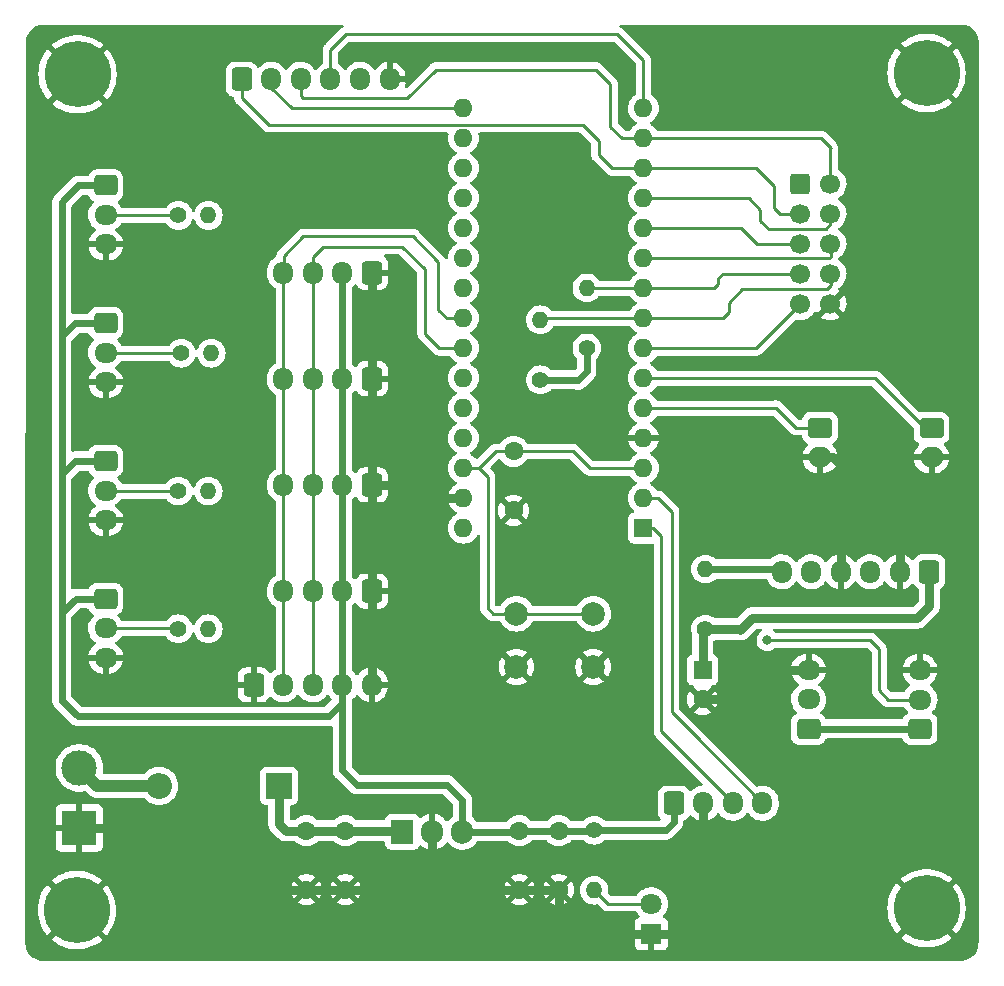
<source format=gbr>
%TF.GenerationSoftware,KiCad,Pcbnew,(6.0.8)*%
%TF.CreationDate,2022-11-21T21:43:47+01:00*%
%TF.ProjectId,WeatherStation_ArduinoNano_Shield,57656174-6865-4725-9374-6174696f6e5f,rev?*%
%TF.SameCoordinates,Original*%
%TF.FileFunction,Copper,L1,Top*%
%TF.FilePolarity,Positive*%
%FSLAX46Y46*%
G04 Gerber Fmt 4.6, Leading zero omitted, Abs format (unit mm)*
G04 Created by KiCad (PCBNEW (6.0.8)) date 2022-11-21 21:43:47*
%MOMM*%
%LPD*%
G01*
G04 APERTURE LIST*
G04 Aperture macros list*
%AMRoundRect*
0 Rectangle with rounded corners*
0 $1 Rounding radius*
0 $2 $3 $4 $5 $6 $7 $8 $9 X,Y pos of 4 corners*
0 Add a 4 corners polygon primitive as box body*
4,1,4,$2,$3,$4,$5,$6,$7,$8,$9,$2,$3,0*
0 Add four circle primitives for the rounded corners*
1,1,$1+$1,$2,$3*
1,1,$1+$1,$4,$5*
1,1,$1+$1,$6,$7*
1,1,$1+$1,$8,$9*
0 Add four rect primitives between the rounded corners*
20,1,$1+$1,$2,$3,$4,$5,0*
20,1,$1+$1,$4,$5,$6,$7,0*
20,1,$1+$1,$6,$7,$8,$9,0*
20,1,$1+$1,$8,$9,$2,$3,0*%
G04 Aperture macros list end*
%TA.AperFunction,ComponentPad*%
%ADD10R,2.200000X2.200000*%
%TD*%
%TA.AperFunction,ComponentPad*%
%ADD11O,2.200000X2.200000*%
%TD*%
%TA.AperFunction,ComponentPad*%
%ADD12C,1.400000*%
%TD*%
%TA.AperFunction,ComponentPad*%
%ADD13O,1.400000X1.400000*%
%TD*%
%TA.AperFunction,ComponentPad*%
%ADD14C,2.000000*%
%TD*%
%TA.AperFunction,ComponentPad*%
%ADD15RoundRect,0.250000X0.600000X0.725000X-0.600000X0.725000X-0.600000X-0.725000X0.600000X-0.725000X0*%
%TD*%
%TA.AperFunction,ComponentPad*%
%ADD16O,1.700000X1.950000*%
%TD*%
%TA.AperFunction,ComponentPad*%
%ADD17RoundRect,0.250000X-0.725000X0.600000X-0.725000X-0.600000X0.725000X-0.600000X0.725000X0.600000X0*%
%TD*%
%TA.AperFunction,ComponentPad*%
%ADD18O,1.950000X1.700000*%
%TD*%
%TA.AperFunction,ComponentPad*%
%ADD19R,1.600000X1.600000*%
%TD*%
%TA.AperFunction,ComponentPad*%
%ADD20C,1.600000*%
%TD*%
%TA.AperFunction,ComponentPad*%
%ADD21C,5.600000*%
%TD*%
%TA.AperFunction,ComponentPad*%
%ADD22R,1.905000X2.000000*%
%TD*%
%TA.AperFunction,ComponentPad*%
%ADD23O,1.905000X2.000000*%
%TD*%
%TA.AperFunction,ComponentPad*%
%ADD24RoundRect,0.250000X-0.600000X-0.600000X0.600000X-0.600000X0.600000X0.600000X-0.600000X0.600000X0*%
%TD*%
%TA.AperFunction,ComponentPad*%
%ADD25C,1.700000*%
%TD*%
%TA.AperFunction,ComponentPad*%
%ADD26R,3.000000X3.000000*%
%TD*%
%TA.AperFunction,ComponentPad*%
%ADD27C,3.000000*%
%TD*%
%TA.AperFunction,ComponentPad*%
%ADD28O,1.600000X1.600000*%
%TD*%
%TA.AperFunction,ComponentPad*%
%ADD29RoundRect,0.250000X-0.600000X-0.725000X0.600000X-0.725000X0.600000X0.725000X-0.600000X0.725000X0*%
%TD*%
%TA.AperFunction,ComponentPad*%
%ADD30R,1.800000X1.800000*%
%TD*%
%TA.AperFunction,ComponentPad*%
%ADD31C,1.800000*%
%TD*%
%TA.AperFunction,ComponentPad*%
%ADD32RoundRect,0.250000X0.725000X-0.600000X0.725000X0.600000X-0.725000X0.600000X-0.725000X-0.600000X0*%
%TD*%
%TA.AperFunction,ComponentPad*%
%ADD33RoundRect,0.250000X-0.750000X0.600000X-0.750000X-0.600000X0.750000X-0.600000X0.750000X0.600000X0*%
%TD*%
%TA.AperFunction,ComponentPad*%
%ADD34O,2.000000X1.700000*%
%TD*%
%TA.AperFunction,ViaPad*%
%ADD35C,0.800000*%
%TD*%
%TA.AperFunction,Conductor*%
%ADD36C,0.800000*%
%TD*%
%TA.AperFunction,Conductor*%
%ADD37C,1.000000*%
%TD*%
%TA.AperFunction,Conductor*%
%ADD38C,0.250000*%
%TD*%
%TA.AperFunction,Conductor*%
%ADD39C,0.600000*%
%TD*%
G04 APERTURE END LIST*
D10*
%TO.P,D2,1,K*%
%TO.N,+12V*%
X65151600Y-83320800D03*
D11*
%TO.P,D2,2,A*%
%TO.N,Net-(D2-Pad2)*%
X54991600Y-83320800D03*
%TD*%
D12*
%TO.P,R5,1*%
%TO.N,A0*%
X56621200Y-35027334D03*
D13*
%TO.P,R5,2*%
%TO.N,Net-(A1-Pad19)*%
X59161200Y-35027334D03*
%TD*%
D14*
%TO.P,SW1,1,A*%
%TO.N,Net-(A1-Pad28)*%
X85250000Y-68750000D03*
X91750000Y-68750000D03*
%TO.P,SW1,2,B*%
%TO.N,GND*%
X85250000Y-73250000D03*
X91750000Y-73250000D03*
%TD*%
D15*
%TO.P,J3,1,Pin_1*%
%TO.N,GND*%
X73000000Y-57845833D03*
D16*
%TO.P,J3,2,Pin_2*%
%TO.N,+5V*%
X70500000Y-57845833D03*
%TO.P,J3,3,Pin_3*%
%TO.N,I2C_SCL*%
X68000000Y-57845833D03*
%TO.P,J3,4,Pin_4*%
%TO.N,I2C_SDA*%
X65500000Y-57845833D03*
%TD*%
D12*
%TO.P,R7,1*%
%TO.N,A2*%
X56621200Y-58360666D03*
D13*
%TO.P,R7,2*%
%TO.N,Net-(A1-Pad21)*%
X59161200Y-58360666D03*
%TD*%
D17*
%TO.P,J8,1,Pin_1*%
%TO.N,+5V*%
X50470400Y-32487334D03*
D18*
%TO.P,J8,2,Pin_2*%
%TO.N,A0*%
X50470400Y-34987334D03*
%TO.P,J8,3,Pin_3*%
%TO.N,GND*%
X50470400Y-37487334D03*
%TD*%
D17*
%TO.P,J9,1,Pin_1*%
%TO.N,+5V*%
X50470400Y-44154000D03*
D18*
%TO.P,J9,2,Pin_2*%
%TO.N,A1*%
X50470400Y-46654000D03*
%TO.P,J9,3,Pin_3*%
%TO.N,GND*%
X50470400Y-49154000D03*
%TD*%
D19*
%TO.P,C4,1*%
%TO.N,Net-(C4-Pad1)*%
X101000000Y-73500000D03*
D20*
%TO.P,C4,2*%
%TO.N,GND*%
X101000000Y-76000000D03*
%TD*%
D12*
%TO.P,R6,1*%
%TO.N,A1*%
X56871200Y-46694000D03*
D13*
%TO.P,R6,2*%
%TO.N,Net-(A1-Pad20)*%
X59411200Y-46694000D03*
%TD*%
D21*
%TO.P,H1,1,1*%
%TO.N,GND*%
X119964800Y-22970400D03*
%TD*%
D22*
%TO.P,U1,1,VI*%
%TO.N,+12V*%
X75591000Y-87207000D03*
D23*
%TO.P,U1,2,GND*%
%TO.N,GND*%
X78131000Y-87207000D03*
%TO.P,U1,3,VO*%
%TO.N,+5V*%
X80671000Y-87207000D03*
%TD*%
D17*
%TO.P,J10,1,Pin_1*%
%TO.N,+5V*%
X50470400Y-55820666D03*
D18*
%TO.P,J10,2,Pin_2*%
%TO.N,A2*%
X50470400Y-58320666D03*
%TO.P,J10,3,Pin_3*%
%TO.N,GND*%
X50470400Y-60820666D03*
%TD*%
D24*
%TO.P,J7,1,Pin_1*%
%TO.N,+5V*%
X109288900Y-32368400D03*
D25*
%TO.P,J7,2,Pin_2*%
%TO.N,D11*%
X111828900Y-32368400D03*
%TO.P,J7,3,Pin_3*%
%TO.N,D10*%
X109288900Y-34908400D03*
%TO.P,J7,4,Pin_4*%
%TO.N,D9*%
X111828900Y-34908400D03*
%TO.P,J7,5,Pin_5*%
%TO.N,D8*%
X109288900Y-37448400D03*
%TO.P,J7,6,Pin_6*%
%TO.N,D7*%
X111828900Y-37448400D03*
%TO.P,J7,7,Pin_7*%
%TO.N,D6*%
X109288900Y-39988400D03*
%TO.P,J7,8,Pin_8*%
%TO.N,D5*%
X111828900Y-39988400D03*
%TO.P,J7,9,Pin_9*%
%TO.N,D4*%
X109288900Y-42528400D03*
%TO.P,J7,10,Pin_10*%
%TO.N,GND*%
X111828900Y-42528400D03*
%TD*%
D12*
%TO.P,R2,1*%
%TO.N,+5V*%
X91212000Y-46240000D03*
D13*
%TO.P,R2,2*%
%TO.N,D6*%
X91212000Y-41160000D03*
%TD*%
D21*
%TO.P,H4,1,1*%
%TO.N,GND*%
X119964800Y-93684000D03*
%TD*%
D26*
%TO.P,J16,1,Pin_1*%
%TO.N,GND*%
X48235200Y-86876800D03*
D27*
%TO.P,J16,2,Pin_2*%
%TO.N,Net-(D2-Pad2)*%
X48235200Y-81796800D03*
%TD*%
D19*
%TO.P,A1,1,D1/TX*%
%TO.N,TX*%
X96000000Y-61500000D03*
D28*
%TO.P,A1,2,D0/RX*%
%TO.N,RX*%
X96000000Y-58960000D03*
%TO.P,A1,3,~{RESET}*%
%TO.N,Net-(A1-Pad28)*%
X96000000Y-56420000D03*
%TO.P,A1,4,GND*%
%TO.N,GND*%
X96000000Y-53880000D03*
%TO.P,A1,5,D2*%
%TO.N,D2*%
X96000000Y-51340000D03*
%TO.P,A1,6,D3*%
%TO.N,D3*%
X96000000Y-48800000D03*
%TO.P,A1,7,D4*%
%TO.N,D4*%
X96000000Y-46260000D03*
%TO.P,A1,8,D5*%
%TO.N,D5*%
X96000000Y-43720000D03*
%TO.P,A1,9,D6*%
%TO.N,D6*%
X96000000Y-41180000D03*
%TO.P,A1,10,D7*%
%TO.N,D7*%
X96000000Y-38640000D03*
%TO.P,A1,11,D8*%
%TO.N,D8*%
X96000000Y-36100000D03*
%TO.P,A1,12,D9*%
%TO.N,D9*%
X96000000Y-33560000D03*
%TO.P,A1,13,D10*%
%TO.N,D10*%
X96000000Y-31020000D03*
%TO.P,A1,14,D11*%
%TO.N,D11*%
X96000000Y-28480000D03*
%TO.P,A1,15,D12*%
%TO.N,D12*%
X96000000Y-25940000D03*
%TO.P,A1,16,D13*%
%TO.N,D13*%
X80760000Y-25940000D03*
%TO.P,A1,17,3V3*%
%TO.N,+3.3V*%
X80760000Y-28480000D03*
%TO.P,A1,18,AREF*%
%TO.N,unconnected-(A1-Pad18)*%
X80760000Y-31020000D03*
%TO.P,A1,19,A0*%
%TO.N,Net-(A1-Pad19)*%
X80760000Y-33560000D03*
%TO.P,A1,20,A1*%
%TO.N,Net-(A1-Pad20)*%
X80760000Y-36100000D03*
%TO.P,A1,21,A2*%
%TO.N,Net-(A1-Pad21)*%
X80760000Y-38640000D03*
%TO.P,A1,22,A3*%
%TO.N,A3*%
X80760000Y-41180000D03*
%TO.P,A1,23,A4*%
%TO.N,I2C_SDA*%
X80760000Y-43720000D03*
%TO.P,A1,24,A5*%
%TO.N,I2C_SCL*%
X80760000Y-46260000D03*
%TO.P,A1,25,A6*%
%TO.N,A6*%
X80760000Y-48800000D03*
%TO.P,A1,26,A7*%
%TO.N,Net-(A1-Pad26)*%
X80760000Y-51340000D03*
%TO.P,A1,27,+5V*%
%TO.N,+5V*%
X80760000Y-53880000D03*
%TO.P,A1,28,~{RESET}*%
%TO.N,Net-(A1-Pad28)*%
X80760000Y-56420000D03*
%TO.P,A1,29,GND*%
%TO.N,GND*%
X80760000Y-58960000D03*
%TO.P,A1,30,VIN*%
%TO.N,unconnected-(A1-Pad30)*%
X80760000Y-61500000D03*
%TD*%
D29*
%TO.P,J17,1,Pin_1*%
%TO.N,GND*%
X63000000Y-74775000D03*
D16*
%TO.P,J17,2,Pin_2*%
%TO.N,I2C_SDA*%
X65500000Y-74775000D03*
%TO.P,J17,3,Pin_3*%
%TO.N,I2C_SCL*%
X68000000Y-74775000D03*
%TO.P,J17,4,Pin_4*%
%TO.N,+5V*%
X70500000Y-74775000D03*
%TO.P,J17,5,Pin_5*%
%TO.N,GND*%
X73000000Y-74775000D03*
%TD*%
D15*
%TO.P,J2,1,Pin_1*%
%TO.N,GND*%
X73000000Y-48856250D03*
D16*
%TO.P,J2,2,Pin_2*%
%TO.N,+5V*%
X70500000Y-48856250D03*
%TO.P,J2,3,Pin_3*%
%TO.N,I2C_SCL*%
X68000000Y-48856250D03*
%TO.P,J2,4,Pin_4*%
%TO.N,I2C_SDA*%
X65500000Y-48856250D03*
%TD*%
D20*
%TO.P,C1,1*%
%TO.N,Net-(A1-Pad28)*%
X85000000Y-55000000D03*
%TO.P,C1,2*%
%TO.N,GND*%
X85000000Y-60000000D03*
%TD*%
D21*
%TO.P,H2,1,1*%
%TO.N,GND*%
X48082800Y-23072000D03*
%TD*%
%TO.P,H3,1,1*%
%TO.N,GND*%
X48032000Y-93836400D03*
%TD*%
D30*
%TO.P,D1,1,K*%
%TO.N,GND*%
X96673000Y-95848000D03*
D31*
%TO.P,D1,2,A*%
%TO.N,Net-(D1-Pad2)*%
X96673000Y-93308000D03*
%TD*%
D20*
%TO.P,C2,1*%
%TO.N,+12V*%
X67463000Y-87120000D03*
%TO.P,C2,2*%
%TO.N,GND*%
X67463000Y-92120000D03*
%TD*%
D32*
%TO.P,J15,1,Pin_1*%
%TO.N,+5V*%
X109975000Y-78500000D03*
D18*
%TO.P,J15,2,Pin_2*%
%TO.N,D5*%
X109975000Y-76000000D03*
%TO.P,J15,3,Pin_3*%
%TO.N,GND*%
X109975000Y-73500000D03*
%TD*%
D33*
%TO.P,J13,1,Pin_1*%
%TO.N,D3*%
X120388200Y-53013200D03*
D34*
%TO.P,J13,2,Pin_2*%
%TO.N,GND*%
X120388200Y-55513200D03*
%TD*%
D12*
%TO.P,R3,1*%
%TO.N,+5V*%
X87275000Y-48940000D03*
D13*
%TO.P,R3,2*%
%TO.N,D5*%
X87275000Y-43860000D03*
%TD*%
D15*
%TO.P,J4,1,Pin_1*%
%TO.N,GND*%
X73000000Y-66835416D03*
D16*
%TO.P,J4,2,Pin_2*%
%TO.N,+5V*%
X70500000Y-66835416D03*
%TO.P,J4,3,Pin_3*%
%TO.N,I2C_SCL*%
X68000000Y-66835416D03*
%TO.P,J4,4,Pin_4*%
%TO.N,I2C_SDA*%
X65500000Y-66835416D03*
%TD*%
D17*
%TO.P,J11,1,Pin_1*%
%TO.N,+5V*%
X50470400Y-67487334D03*
D18*
%TO.P,J11,2,Pin_2*%
%TO.N,A7*%
X50470400Y-69987334D03*
%TO.P,J11,3,Pin_3*%
%TO.N,GND*%
X50470400Y-72487334D03*
%TD*%
D20*
%TO.P,C6,1*%
%TO.N,+5V*%
X88824400Y-87120000D03*
%TO.P,C6,2*%
%TO.N,GND*%
X88824400Y-92120000D03*
%TD*%
D12*
%TO.P,R1,1*%
%TO.N,+5V*%
X91821600Y-87080000D03*
D13*
%TO.P,R1,2*%
%TO.N,Net-(D1-Pad2)*%
X91821600Y-92160000D03*
%TD*%
D20*
%TO.P,C5,1*%
%TO.N,+5V*%
X85497000Y-87120000D03*
%TO.P,C5,2*%
%TO.N,GND*%
X85497000Y-92120000D03*
%TD*%
D32*
%TO.P,J14,1,Pin_1*%
%TO.N,+5V*%
X119411000Y-78516000D03*
D18*
%TO.P,J14,2,Pin_2*%
%TO.N,D6*%
X119411000Y-76016000D03*
%TO.P,J14,3,Pin_3*%
%TO.N,GND*%
X119411000Y-73516000D03*
%TD*%
D12*
%TO.P,R4,1*%
%TO.N,Net-(C4-Pad1)*%
X101250000Y-70044887D03*
D13*
%TO.P,R4,2*%
%TO.N,+5V*%
X101250000Y-64964887D03*
%TD*%
D15*
%TO.P,J1,1,Pin_1*%
%TO.N,GND*%
X73000000Y-39866667D03*
D16*
%TO.P,J1,2,Pin_2*%
%TO.N,+5V*%
X70500000Y-39866667D03*
%TO.P,J1,3,Pin_3*%
%TO.N,I2C_SCL*%
X68000000Y-39866667D03*
%TO.P,J1,4,Pin_4*%
%TO.N,I2C_SDA*%
X65500000Y-39866667D03*
%TD*%
D33*
%TO.P,J12,1,Pin_1*%
%TO.N,D2*%
X110960200Y-53000200D03*
D34*
%TO.P,J12,2,Pin_2*%
%TO.N,GND*%
X110960200Y-55500200D03*
%TD*%
D20*
%TO.P,C3,1*%
%TO.N,+12V*%
X70765000Y-87120000D03*
%TO.P,C3,2*%
%TO.N,GND*%
X70765000Y-92120000D03*
%TD*%
D29*
%TO.P,J6,1,Pin_1*%
%TO.N,D10*%
X62000000Y-23500000D03*
D16*
%TO.P,J6,2,Pin_2*%
%TO.N,D13*%
X64500000Y-23500000D03*
%TO.P,J6,3,Pin_3*%
%TO.N,D11*%
X67000000Y-23500000D03*
%TO.P,J6,4,Pin_4*%
%TO.N,D12*%
X69500000Y-23500000D03*
%TO.P,J6,5,Pin_5*%
%TO.N,+5V*%
X72000000Y-23500000D03*
%TO.P,J6,6,Pin_6*%
%TO.N,GND*%
X74500000Y-23500000D03*
%TD*%
D12*
%TO.P,R8,1*%
%TO.N,A7*%
X56621200Y-70027334D03*
D13*
%TO.P,R8,2*%
%TO.N,Net-(A1-Pad26)*%
X59161200Y-70027334D03*
%TD*%
D29*
%TO.P,J5,1,Pin_1*%
%TO.N,+5V*%
X98578000Y-84794000D03*
D16*
%TO.P,J5,2,Pin_2*%
%TO.N,GND*%
X101078000Y-84794000D03*
%TO.P,J5,3,Pin_3*%
%TO.N,TX*%
X103578000Y-84794000D03*
%TO.P,J5,4,Pin_4*%
%TO.N,RX*%
X106078000Y-84794000D03*
%TD*%
D15*
%TO.P,J18,1,Pin_1*%
%TO.N,Net-(C4-Pad1)*%
X120200000Y-65200000D03*
D16*
%TO.P,J18,2,Pin_2*%
%TO.N,GND*%
X117700000Y-65200000D03*
%TO.P,J18,3,Pin_3*%
%TO.N,D4*%
X115200000Y-65200000D03*
%TO.P,J18,4,Pin_4*%
%TO.N,GND*%
X112700000Y-65200000D03*
%TO.P,J18,5,Pin_5*%
%TO.N,A3*%
X110200000Y-65200000D03*
%TO.P,J18,6,Pin_6*%
%TO.N,+5V*%
X107700000Y-65200000D03*
%TD*%
D35*
%TO.N,GND*%
X83947600Y-44560400D03*
X83642800Y-47100400D03*
X104928000Y-66760000D03*
X89281600Y-45170000D03*
X86335200Y-41309200D03*
%TO.N,D6*%
X106490100Y-70989100D03*
%TD*%
D36*
%TO.N,GND*%
X48286000Y-86927600D02*
X48235200Y-86876800D01*
X59055600Y-86927600D02*
X48286000Y-86927600D01*
X64248000Y-92120000D02*
X59055600Y-86927600D01*
X67463000Y-92120000D02*
X64248000Y-92120000D01*
D37*
%TO.N,Net-(D2-Pad2)*%
X49759200Y-83320800D02*
X54991600Y-83320800D01*
X48235200Y-81796800D02*
X49759200Y-83320800D01*
D38*
%TO.N,TX*%
X103578000Y-84794000D02*
X97500000Y-78716000D01*
X96800000Y-61500000D02*
X96000000Y-61500000D01*
X97500000Y-78716000D02*
X97500000Y-62200000D01*
X97500000Y-62200000D02*
X96800000Y-61500000D01*
%TO.N,RX*%
X100000000Y-78700000D02*
X98400000Y-77100000D01*
X98400000Y-77100000D02*
X98400000Y-60100000D01*
X100000000Y-78716000D02*
X100000000Y-78700000D01*
X98400000Y-60100000D02*
X97260000Y-58960000D01*
X97260000Y-58960000D02*
X96000000Y-58960000D01*
X106078000Y-84794000D02*
X100000000Y-78716000D01*
%TO.N,Net-(A1-Pad28)*%
X85250000Y-68750000D02*
X91750000Y-68750000D01*
X85250000Y-68750000D02*
X83250000Y-68750000D01*
X91438400Y-56420000D02*
X96000000Y-56420000D01*
X82800000Y-68300000D02*
X82800000Y-57140000D01*
X85000000Y-55000000D02*
X90018400Y-55000000D01*
X82080000Y-56420000D02*
X83500000Y-55000000D01*
X80760000Y-56420000D02*
X82080000Y-56420000D01*
X90018400Y-55000000D02*
X91438400Y-56420000D01*
X83250000Y-68750000D02*
X82800000Y-68300000D01*
X83500000Y-55000000D02*
X85000000Y-55000000D01*
X82800000Y-57140000D02*
X82080000Y-56420000D01*
D36*
%TO.N,GND*%
X88824400Y-92120000D02*
X88824400Y-94192000D01*
X109991000Y-73516000D02*
X109975000Y-73500000D01*
X73000000Y-74775000D02*
X73000000Y-66835416D01*
X112700000Y-60689000D02*
X112700000Y-65200000D01*
X101000000Y-76000000D02*
X102900000Y-76000000D01*
X112700000Y-56142400D02*
X112057800Y-55500200D01*
X72750000Y-39824334D02*
X72792333Y-39866667D01*
X73000000Y-57845833D02*
X73000000Y-66835416D01*
X77570000Y-58960000D02*
X80760000Y-58960000D01*
X114199000Y-62188000D02*
X112700000Y-60689000D01*
X105400000Y-73500000D02*
X109975000Y-73500000D01*
X112700000Y-60689000D02*
X112700000Y-56142400D01*
X72834666Y-58133333D02*
X72750000Y-58217999D01*
X117700000Y-63276000D02*
X116612000Y-62188000D01*
X78156400Y-90686800D02*
X78131000Y-90661400D01*
X72876999Y-39951333D02*
X72792333Y-39866667D01*
X99614400Y-95848000D02*
X101118000Y-94344400D01*
X78131000Y-90661400D02*
X78131000Y-87207000D01*
X76455833Y-57845833D02*
X77570000Y-58960000D01*
X70765000Y-92120000D02*
X76723200Y-92120000D01*
X73000000Y-57845833D02*
X76455833Y-57845833D01*
X101078000Y-94304400D02*
X101078000Y-84794000D01*
X88824400Y-94192000D02*
X90480400Y-95848000D01*
X73000000Y-48856250D02*
X73000000Y-57845833D01*
X85497000Y-92120000D02*
X79589600Y-92120000D01*
X67463000Y-92120000D02*
X70765000Y-92120000D01*
X85497000Y-92120000D02*
X88824400Y-92120000D01*
X76723200Y-92120000D02*
X78156400Y-90686800D01*
X79589600Y-92120000D02*
X78156400Y-90686800D01*
X96673000Y-95848000D02*
X99614400Y-95848000D01*
X117700000Y-65200000D02*
X117700000Y-63276000D01*
X72876999Y-58091000D02*
X72834666Y-58133333D01*
X116612000Y-62188000D02*
X114199000Y-62188000D01*
X73000000Y-39866667D02*
X73000000Y-48856250D01*
X112057800Y-55500200D02*
X110960200Y-55500200D01*
X101118000Y-94344400D02*
X101078000Y-94304400D01*
X90480400Y-95848000D02*
X96673000Y-95848000D01*
X102900000Y-76000000D02*
X105400000Y-73500000D01*
D38*
%TO.N,D2*%
X107190800Y-51340000D02*
X96000000Y-51340000D01*
X110960200Y-53000200D02*
X108897400Y-53000200D01*
X107214000Y-51316800D02*
X107190800Y-51340000D01*
X108897400Y-53000200D02*
X107214000Y-51316800D01*
%TO.N,D3*%
X115600000Y-48800000D02*
X119813200Y-53013200D01*
X96000000Y-48800000D02*
X115600000Y-48800000D01*
X119813200Y-53013200D02*
X120388200Y-53013200D01*
%TO.N,D4*%
X109288900Y-42528400D02*
X105557300Y-46260000D01*
X105557300Y-46260000D02*
X96000000Y-46260000D01*
%TO.N,D5*%
X104369200Y-41258400D02*
X111532000Y-41258400D01*
X103200800Y-43239600D02*
X103200800Y-42426800D01*
X103200800Y-42426800D02*
X104369200Y-41258400D01*
X95860000Y-43860000D02*
X96000000Y-43720000D01*
X111836800Y-39996300D02*
X111828900Y-39988400D01*
X87415000Y-43720000D02*
X87275000Y-43860000D01*
X96000000Y-43720000D02*
X87415000Y-43720000D01*
X96000000Y-43720000D02*
X102720400Y-43720000D01*
X111836800Y-40953600D02*
X111836800Y-39996300D01*
X102720400Y-43720000D02*
X103200800Y-43239600D01*
X111532000Y-41258400D02*
X111836800Y-40953600D01*
%TO.N,D6*%
X116724000Y-76016000D02*
X119411000Y-76016000D01*
X115951600Y-75243600D02*
X116724000Y-76016000D01*
X91232000Y-41180000D02*
X91212000Y-41160000D01*
X106490100Y-70989100D02*
X115202300Y-70989100D01*
X102337200Y-40801200D02*
X101958400Y-41180000D01*
X109288900Y-39988400D02*
X102692800Y-39988400D01*
X96000000Y-41180000D02*
X91232000Y-41180000D01*
X101958400Y-41180000D02*
X96000000Y-41180000D01*
X102337200Y-40344000D02*
X102337200Y-40801200D01*
X115951600Y-71738400D02*
X115951600Y-75243600D01*
X115202300Y-70989100D02*
X115951600Y-71738400D01*
X102692800Y-39988400D02*
X102337200Y-40344000D01*
%TO.N,D7*%
X111836800Y-38515200D02*
X111836800Y-37456300D01*
X111712000Y-38640000D02*
X111836800Y-38515200D01*
X96000000Y-38640000D02*
X111712000Y-38640000D01*
X111836800Y-37456300D02*
X111828900Y-37448400D01*
%TO.N,D8*%
X109288900Y-37448400D02*
X105588400Y-37448400D01*
X104240000Y-36100000D02*
X96000000Y-36100000D01*
X105588400Y-37448400D02*
X104240000Y-36100000D01*
%TO.N,D9*%
X96000000Y-33560000D02*
X96235000Y-33325000D01*
X111430400Y-36178400D02*
X106604400Y-36178400D01*
X111828900Y-35779900D02*
X111430400Y-36178400D01*
X105893200Y-35467200D02*
X105893200Y-34552800D01*
X111828900Y-34908400D02*
X111828900Y-35779900D01*
X104900400Y-33560000D02*
X96000000Y-33560000D01*
X105893200Y-34552800D02*
X104900400Y-33560000D01*
X96360000Y-33200000D02*
X96000000Y-33560000D01*
X106604400Y-36178400D02*
X105893200Y-35467200D01*
%TO.N,D10*%
X93320000Y-31020000D02*
X96000000Y-31020000D01*
X90855000Y-27355000D02*
X92200000Y-28700000D01*
X107061600Y-34400400D02*
X107569600Y-34908400D01*
X92200000Y-28700000D02*
X92200000Y-29900000D01*
X107061600Y-32571600D02*
X107061600Y-34400400D01*
X92200000Y-29900000D02*
X93320000Y-31020000D01*
X62000000Y-25100000D02*
X64255000Y-27355000D01*
X105510000Y-31020000D02*
X107061600Y-32571600D01*
X96000000Y-31020000D02*
X105510000Y-31020000D01*
X64255000Y-27355000D02*
X90855000Y-27355000D01*
X107569600Y-34908400D02*
X109288900Y-34908400D01*
X62000000Y-23500000D02*
X62000000Y-25100000D01*
%TO.N,D11*%
X94180000Y-28480000D02*
X96000000Y-28480000D01*
X93200000Y-23900000D02*
X93200000Y-27500000D01*
X67200000Y-25100000D02*
X76000000Y-25100000D01*
X76000000Y-25100000D02*
X78400000Y-22700000D01*
X111828900Y-29328300D02*
X111828900Y-32368400D01*
X93200000Y-27500000D02*
X94180000Y-28480000D01*
X111836800Y-29320400D02*
X111828900Y-29328300D01*
X78400000Y-22700000D02*
X92000000Y-22700000D01*
X67000000Y-23500000D02*
X67000000Y-24900000D01*
X96000000Y-28480000D02*
X110996400Y-28480000D01*
X67000000Y-24900000D02*
X67200000Y-25100000D01*
X92000000Y-22700000D02*
X93200000Y-23900000D01*
X110996400Y-28480000D02*
X111836800Y-29320400D01*
%TO.N,D12*%
X70800000Y-19700000D02*
X93800000Y-19700000D01*
X69500000Y-23500000D02*
X69500000Y-21000000D01*
X69500000Y-21000000D02*
X70800000Y-19700000D01*
X96000000Y-21900000D02*
X96000000Y-25940000D01*
X93800000Y-19700000D02*
X96000000Y-21900000D01*
%TO.N,D13*%
X66240000Y-25940000D02*
X80760000Y-25940000D01*
X64500000Y-24200000D02*
X66240000Y-25940000D01*
X64500000Y-23500000D02*
X64500000Y-24200000D01*
%TO.N,A0*%
X50510400Y-35027334D02*
X50470400Y-34987334D01*
X56621200Y-35027334D02*
X50510400Y-35027334D01*
%TO.N,A1*%
X56871200Y-46694000D02*
X50510400Y-46694000D01*
X50510400Y-46694000D02*
X50470400Y-46654000D01*
%TO.N,A2*%
X50510400Y-58360666D02*
X50470400Y-58320666D01*
X56621200Y-58360666D02*
X50510400Y-58360666D01*
%TO.N,I2C_SDA*%
X65500000Y-48856250D02*
X65500000Y-39866667D01*
X65500000Y-66835416D02*
X65500000Y-57845833D01*
X65558000Y-38439000D02*
X65558000Y-39808667D01*
X65500000Y-57845833D02*
X65500000Y-48856250D01*
X65558000Y-39808667D02*
X65500000Y-39866667D01*
X65500000Y-66835416D02*
X65500000Y-74775000D01*
X67209000Y-36788000D02*
X65558000Y-38439000D01*
X80760000Y-43720000D02*
X79348000Y-43720000D01*
X78639000Y-43011000D02*
X78639000Y-38947000D01*
X79348000Y-43720000D02*
X78639000Y-43011000D01*
X78639000Y-38947000D02*
X76480000Y-36788000D01*
X76480000Y-36788000D02*
X67209000Y-36788000D01*
%TO.N,I2C_SCL*%
X78713000Y-46260000D02*
X77496000Y-45043000D01*
X68000000Y-39866667D02*
X68000000Y-48856250D01*
X77496000Y-45043000D02*
X77496000Y-39582000D01*
X68860000Y-37677000D02*
X68000000Y-38537000D01*
X68000000Y-74775000D02*
X68000000Y-66835416D01*
X68000000Y-38537000D02*
X68000000Y-39866667D01*
X75591000Y-37677000D02*
X68860000Y-37677000D01*
X80760000Y-46260000D02*
X78713000Y-46260000D01*
X68000000Y-57845833D02*
X68000000Y-66835416D01*
X68000000Y-48856250D02*
X68000000Y-57845833D01*
X77496000Y-39582000D02*
X75591000Y-37677000D01*
%TO.N,A7*%
X56581200Y-69987334D02*
X56621200Y-70027334D01*
X50470400Y-69987334D02*
X56581200Y-69987334D01*
D39*
%TO.N,+5V*%
X80671000Y-87207000D02*
X80671000Y-84514600D01*
X71704800Y-83219200D02*
X70500000Y-82014400D01*
X101250000Y-64964887D02*
X107464887Y-64964887D01*
X69368000Y-77428000D02*
X70511000Y-76285000D01*
X80671000Y-87207000D02*
X85410000Y-87207000D01*
X88824400Y-87120000D02*
X91781600Y-87120000D01*
X80671000Y-84514600D02*
X79375600Y-83219200D01*
X50470400Y-32487334D02*
X48167066Y-32487334D01*
X79375600Y-83219200D02*
X71704800Y-83219200D01*
X98578000Y-86368800D02*
X97866800Y-87080000D01*
X107464887Y-64964887D02*
X107700000Y-65200000D01*
X47879600Y-44154000D02*
X46762000Y-45271600D01*
X91212000Y-46240000D02*
X91212000Y-48218000D01*
X47914266Y-67487334D02*
X46762000Y-68639600D01*
X90450000Y-48980000D02*
X90410000Y-48940000D01*
X48082800Y-77428000D02*
X69368000Y-77428000D01*
X70500000Y-57845833D02*
X70500000Y-48856250D01*
X46762000Y-76107200D02*
X48082800Y-77428000D01*
X98578000Y-84794000D02*
X98578000Y-86368800D01*
X85497000Y-87120000D02*
X88824400Y-87120000D01*
X46762000Y-45271600D02*
X46762000Y-56955600D01*
X90410000Y-48940000D02*
X87275000Y-48940000D01*
X48167066Y-32487334D02*
X46762000Y-33892400D01*
X109975000Y-78500000D02*
X119395000Y-78500000D01*
X46762000Y-68639600D02*
X46762000Y-76107200D01*
X70511000Y-74786000D02*
X70500000Y-74775000D01*
X119395000Y-78500000D02*
X119411000Y-78516000D01*
X91781600Y-87120000D02*
X91821600Y-87080000D01*
X91212000Y-48218000D02*
X90450000Y-48980000D01*
X70500000Y-74775000D02*
X70500000Y-66835416D01*
X46762000Y-33892400D02*
X46762000Y-45271600D01*
X70500000Y-82014400D02*
X70500000Y-74775000D01*
X50470400Y-55820666D02*
X47896934Y-55820666D01*
X47896934Y-55820666D02*
X46762000Y-56955600D01*
X70511000Y-76285000D02*
X70511000Y-74786000D01*
X85410000Y-87207000D02*
X85497000Y-87120000D01*
X70500000Y-39866667D02*
X70500000Y-48856250D01*
X50470400Y-44154000D02*
X47879600Y-44154000D01*
X97866800Y-87080000D02*
X91821600Y-87080000D01*
X50470400Y-67487334D02*
X47914266Y-67487334D01*
X70500000Y-66835416D02*
X70500000Y-57845833D01*
X46762000Y-56955600D02*
X46762000Y-68639600D01*
D36*
%TO.N,+12V*%
X67463000Y-87120000D02*
X70765000Y-87120000D01*
X65151600Y-86521200D02*
X65750400Y-87120000D01*
X70765000Y-87120000D02*
X75504000Y-87120000D01*
X65151600Y-83320800D02*
X65151600Y-86521200D01*
X65750400Y-87120000D02*
X67463000Y-87120000D01*
X75504000Y-87120000D02*
X75591000Y-87207000D01*
%TO.N,Net-(C4-Pad1)*%
X120200000Y-65200000D02*
X120200000Y-68100000D01*
X105200000Y-69100000D02*
X104200000Y-70100000D01*
X119200000Y-69100000D02*
X105200000Y-69100000D01*
X104144887Y-70044887D02*
X101250000Y-70044887D01*
X101000000Y-73500000D02*
X101000000Y-70294887D01*
X120200000Y-68100000D02*
X119200000Y-69100000D01*
X104200000Y-70100000D02*
X104144887Y-70044887D01*
X101000000Y-70294887D02*
X101250000Y-70044887D01*
D38*
%TO.N,Net-(D1-Pad2)*%
X92969600Y-93308000D02*
X91821600Y-92160000D01*
X96673000Y-93308000D02*
X92969600Y-93308000D01*
%TD*%
%TA.AperFunction,Conductor*%
%TO.N,GND*%
G36*
X122878477Y-18864403D02*
G01*
X122893251Y-18866704D01*
X122893256Y-18866704D01*
X122902124Y-18868085D01*
X122917381Y-18866090D01*
X122942702Y-18865347D01*
X123091317Y-18875976D01*
X123111672Y-18877432D01*
X123129466Y-18879990D01*
X123319800Y-18921395D01*
X123337048Y-18926459D01*
X123519552Y-18994530D01*
X123535904Y-19001998D01*
X123706860Y-19095346D01*
X123721984Y-19105066D01*
X123877912Y-19221793D01*
X123891498Y-19233566D01*
X124029231Y-19371299D01*
X124041004Y-19384884D01*
X124157740Y-19540824D01*
X124167450Y-19555935D01*
X124171112Y-19562640D01*
X124260799Y-19726889D01*
X124268268Y-19743243D01*
X124336341Y-19925754D01*
X124341404Y-19942999D01*
X124364047Y-20047081D01*
X124382808Y-20133324D01*
X124385366Y-20151113D01*
X124396944Y-20312975D01*
X124396191Y-20331059D01*
X124396091Y-20339245D01*
X124394709Y-20348120D01*
X124398820Y-20379558D01*
X124399883Y-20395931D01*
X124373420Y-83475704D01*
X124367921Y-96584108D01*
X124366420Y-96603445D01*
X124362709Y-96627273D01*
X124363873Y-96636175D01*
X124364711Y-96642583D01*
X124365456Y-96667869D01*
X124364264Y-96684603D01*
X124353342Y-96837934D01*
X124350806Y-96855648D01*
X124345555Y-96879897D01*
X124312168Y-97034076D01*
X124309338Y-97047143D01*
X124304319Y-97064316D01*
X124236140Y-97248000D01*
X124228737Y-97264293D01*
X124135221Y-97436469D01*
X124125584Y-97451549D01*
X124008623Y-97608733D01*
X123996949Y-97622294D01*
X123922199Y-97697574D01*
X123858893Y-97761330D01*
X123845413Y-97773102D01*
X123689049Y-97891178D01*
X123674052Y-97900911D01*
X123502531Y-97995647D01*
X123486295Y-98003163D01*
X123303092Y-98072639D01*
X123285951Y-98077780D01*
X123207274Y-98095401D01*
X123094756Y-98120601D01*
X123077070Y-98123260D01*
X122914048Y-98136030D01*
X122896378Y-98135418D01*
X122887907Y-98135375D01*
X122879029Y-98134057D01*
X122849683Y-98138106D01*
X122832494Y-98139289D01*
X68714012Y-98149470D01*
X45211733Y-98153891D01*
X45192323Y-98152391D01*
X45177549Y-98150090D01*
X45177544Y-98150090D01*
X45168676Y-98148709D01*
X45153419Y-98150704D01*
X45128098Y-98151447D01*
X44959115Y-98139361D01*
X44941336Y-98136804D01*
X44751007Y-98095401D01*
X44733759Y-98090337D01*
X44551250Y-98022264D01*
X44534898Y-98014796D01*
X44363942Y-97921448D01*
X44348818Y-97911728D01*
X44192886Y-97794998D01*
X44179300Y-97783225D01*
X44041575Y-97645500D01*
X44029802Y-97631914D01*
X43913072Y-97475982D01*
X43903352Y-97460858D01*
X43810004Y-97289902D01*
X43802536Y-97273550D01*
X43734463Y-97091041D01*
X43729399Y-97073792D01*
X43711799Y-96992886D01*
X43687996Y-96883464D01*
X43685438Y-96865678D01*
X43680705Y-96799490D01*
X43674119Y-96707411D01*
X43675205Y-96684645D01*
X43674734Y-96684603D01*
X43675170Y-96679745D01*
X43675976Y-96674952D01*
X43676129Y-96662400D01*
X43672190Y-96634898D01*
X43670919Y-96616992D01*
X43671030Y-96352781D01*
X45881160Y-96352781D01*
X45881237Y-96353870D01*
X45883698Y-96357606D01*
X46157632Y-96567804D01*
X46163262Y-96571659D01*
X46463591Y-96754262D01*
X46469593Y-96757480D01*
X46787897Y-96906584D01*
X46794202Y-96909132D01*
X47126743Y-97022987D01*
X47133313Y-97024846D01*
X47476183Y-97102114D01*
X47482912Y-97103253D01*
X47832143Y-97143043D01*
X47838933Y-97143446D01*
X48190419Y-97145286D01*
X48197220Y-97144954D01*
X48546853Y-97108823D01*
X48553581Y-97107757D01*
X48897274Y-97034076D01*
X48903822Y-97032297D01*
X49237549Y-96921927D01*
X49243891Y-96919441D01*
X49522068Y-96792669D01*
X95265001Y-96792669D01*
X95265371Y-96799490D01*
X95270895Y-96850352D01*
X95274521Y-96865604D01*
X95319676Y-96986054D01*
X95328214Y-97001649D01*
X95404715Y-97103724D01*
X95417276Y-97116285D01*
X95519351Y-97192786D01*
X95534946Y-97201324D01*
X95655394Y-97246478D01*
X95670649Y-97250105D01*
X95721514Y-97255631D01*
X95728328Y-97256000D01*
X96400885Y-97256000D01*
X96416124Y-97251525D01*
X96417329Y-97250135D01*
X96419000Y-97242452D01*
X96419000Y-97237884D01*
X96927000Y-97237884D01*
X96931475Y-97253123D01*
X96932865Y-97254328D01*
X96940548Y-97255999D01*
X97617669Y-97255999D01*
X97624490Y-97255629D01*
X97675352Y-97250105D01*
X97690604Y-97246479D01*
X97811054Y-97201324D01*
X97826649Y-97192786D01*
X97928724Y-97116285D01*
X97941285Y-97103724D01*
X98017786Y-97001649D01*
X98026324Y-96986054D01*
X98071478Y-96865606D01*
X98075105Y-96850351D01*
X98080631Y-96799486D01*
X98081000Y-96792672D01*
X98081000Y-96200381D01*
X117813960Y-96200381D01*
X117814037Y-96201470D01*
X117816498Y-96205206D01*
X118090432Y-96415404D01*
X118096062Y-96419259D01*
X118396391Y-96601862D01*
X118402393Y-96605080D01*
X118720697Y-96754184D01*
X118727002Y-96756732D01*
X119059543Y-96870587D01*
X119066113Y-96872446D01*
X119408983Y-96949714D01*
X119415712Y-96950853D01*
X119764943Y-96990643D01*
X119771733Y-96991046D01*
X120123219Y-96992886D01*
X120130020Y-96992554D01*
X120479653Y-96956423D01*
X120486381Y-96955357D01*
X120830074Y-96881676D01*
X120836622Y-96879897D01*
X121170349Y-96769527D01*
X121176691Y-96767041D01*
X121496518Y-96621288D01*
X121502577Y-96618121D01*
X121804795Y-96438676D01*
X121810459Y-96434884D01*
X122091532Y-96223849D01*
X122096758Y-96219464D01*
X122106413Y-96210428D01*
X122114482Y-96196750D01*
X122114454Y-96196024D01*
X122109312Y-96187723D01*
X119977610Y-94056020D01*
X119963669Y-94048408D01*
X119961834Y-94048539D01*
X119955220Y-94052790D01*
X117821574Y-96186437D01*
X117813960Y-96200381D01*
X98081000Y-96200381D01*
X98081000Y-96120115D01*
X98076525Y-96104876D01*
X98075135Y-96103671D01*
X98067452Y-96102000D01*
X96945115Y-96102000D01*
X96929876Y-96106475D01*
X96928671Y-96107865D01*
X96927000Y-96115548D01*
X96927000Y-97237884D01*
X96419000Y-97237884D01*
X96419000Y-96120115D01*
X96414525Y-96104876D01*
X96413135Y-96103671D01*
X96405452Y-96102000D01*
X95283116Y-96102000D01*
X95267877Y-96106475D01*
X95266672Y-96107865D01*
X95265001Y-96115548D01*
X95265001Y-96792669D01*
X49522068Y-96792669D01*
X49563718Y-96773688D01*
X49569777Y-96770521D01*
X49871995Y-96591076D01*
X49877659Y-96587284D01*
X50158732Y-96376249D01*
X50163958Y-96371864D01*
X50173613Y-96362828D01*
X50181682Y-96349150D01*
X50181654Y-96348424D01*
X50176512Y-96340123D01*
X48044810Y-94208420D01*
X48030869Y-94200808D01*
X48029034Y-94200939D01*
X48022420Y-94205190D01*
X45888774Y-96338837D01*
X45881160Y-96352781D01*
X43671030Y-96352781D01*
X43672089Y-93828232D01*
X44719333Y-93828232D01*
X44737117Y-94179293D01*
X44737827Y-94186049D01*
X44793420Y-94533123D01*
X44794859Y-94539778D01*
X44887608Y-94878810D01*
X44889757Y-94885271D01*
X45018581Y-95212312D01*
X45021412Y-95218495D01*
X45184803Y-95529710D01*
X45188286Y-95535552D01*
X45384330Y-95827296D01*
X45388433Y-95832740D01*
X45508425Y-95975236D01*
X45521164Y-95983679D01*
X45531608Y-95977581D01*
X47659980Y-93849210D01*
X47666357Y-93837531D01*
X48396408Y-93837531D01*
X48396539Y-93839366D01*
X48400790Y-93845980D01*
X50531009Y-95976198D01*
X50544605Y-95983623D01*
X50554218Y-95976922D01*
X50654518Y-95860312D01*
X50658676Y-95854914D01*
X50857762Y-95565240D01*
X50861310Y-95559429D01*
X51027942Y-95249959D01*
X51030849Y-95243781D01*
X51163090Y-94918113D01*
X51165304Y-94911683D01*
X51261598Y-94573637D01*
X51263105Y-94567007D01*
X51322332Y-94220518D01*
X51323112Y-94213778D01*
X51344668Y-93861325D01*
X51344784Y-93857723D01*
X51344853Y-93838219D01*
X51344761Y-93834594D01*
X51325666Y-93482015D01*
X51324931Y-93475249D01*
X51280850Y-93206062D01*
X66741493Y-93206062D01*
X66750789Y-93218077D01*
X66801994Y-93253931D01*
X66811489Y-93259414D01*
X67008947Y-93351490D01*
X67019239Y-93355236D01*
X67229688Y-93411625D01*
X67240481Y-93413528D01*
X67457525Y-93432517D01*
X67468475Y-93432517D01*
X67685519Y-93413528D01*
X67696312Y-93411625D01*
X67906761Y-93355236D01*
X67917053Y-93351490D01*
X68114511Y-93259414D01*
X68124006Y-93253931D01*
X68176048Y-93217491D01*
X68184424Y-93207012D01*
X68183925Y-93206062D01*
X70043493Y-93206062D01*
X70052789Y-93218077D01*
X70103994Y-93253931D01*
X70113489Y-93259414D01*
X70310947Y-93351490D01*
X70321239Y-93355236D01*
X70531688Y-93411625D01*
X70542481Y-93413528D01*
X70759525Y-93432517D01*
X70770475Y-93432517D01*
X70987519Y-93413528D01*
X70998312Y-93411625D01*
X71208761Y-93355236D01*
X71219053Y-93351490D01*
X71416511Y-93259414D01*
X71426006Y-93253931D01*
X71478048Y-93217491D01*
X71486424Y-93207012D01*
X71485925Y-93206062D01*
X84775493Y-93206062D01*
X84784789Y-93218077D01*
X84835994Y-93253931D01*
X84845489Y-93259414D01*
X85042947Y-93351490D01*
X85053239Y-93355236D01*
X85263688Y-93411625D01*
X85274481Y-93413528D01*
X85491525Y-93432517D01*
X85502475Y-93432517D01*
X85719519Y-93413528D01*
X85730312Y-93411625D01*
X85940761Y-93355236D01*
X85951053Y-93351490D01*
X86148511Y-93259414D01*
X86158006Y-93253931D01*
X86210048Y-93217491D01*
X86218424Y-93207012D01*
X86217925Y-93206062D01*
X88102893Y-93206062D01*
X88112189Y-93218077D01*
X88163394Y-93253931D01*
X88172889Y-93259414D01*
X88370347Y-93351490D01*
X88380639Y-93355236D01*
X88591088Y-93411625D01*
X88601881Y-93413528D01*
X88818925Y-93432517D01*
X88829875Y-93432517D01*
X89046919Y-93413528D01*
X89057712Y-93411625D01*
X89268161Y-93355236D01*
X89278453Y-93351490D01*
X89475911Y-93259414D01*
X89485406Y-93253931D01*
X89537448Y-93217491D01*
X89545824Y-93207012D01*
X89538756Y-93193566D01*
X88837212Y-92492022D01*
X88823268Y-92484408D01*
X88821435Y-92484539D01*
X88814820Y-92488790D01*
X88109323Y-93194287D01*
X88102893Y-93206062D01*
X86217925Y-93206062D01*
X86211356Y-93193566D01*
X85509812Y-92492022D01*
X85495868Y-92484408D01*
X85494035Y-92484539D01*
X85487420Y-92488790D01*
X84781923Y-93194287D01*
X84775493Y-93206062D01*
X71485925Y-93206062D01*
X71479356Y-93193566D01*
X70777812Y-92492022D01*
X70763868Y-92484408D01*
X70762035Y-92484539D01*
X70755420Y-92488790D01*
X70049923Y-93194287D01*
X70043493Y-93206062D01*
X68183925Y-93206062D01*
X68177356Y-93193566D01*
X67475812Y-92492022D01*
X67461868Y-92484408D01*
X67460035Y-92484539D01*
X67453420Y-92488790D01*
X66747923Y-93194287D01*
X66741493Y-93206062D01*
X51280850Y-93206062D01*
X51268130Y-93128385D01*
X51266663Y-93121713D01*
X51172736Y-92783027D01*
X51170562Y-92776563D01*
X51040598Y-92449978D01*
X51037742Y-92443798D01*
X50873269Y-92133163D01*
X50869769Y-92127337D01*
X50868508Y-92125475D01*
X66150483Y-92125475D01*
X66169472Y-92342519D01*
X66171375Y-92353312D01*
X66227764Y-92563761D01*
X66231510Y-92574053D01*
X66323586Y-92771511D01*
X66329069Y-92781006D01*
X66365509Y-92833048D01*
X66375988Y-92841424D01*
X66389434Y-92834356D01*
X67090978Y-92132812D01*
X67097356Y-92121132D01*
X67827408Y-92121132D01*
X67827539Y-92122965D01*
X67831790Y-92129580D01*
X68537287Y-92835077D01*
X68549062Y-92841507D01*
X68561077Y-92832211D01*
X68596931Y-92781006D01*
X68602414Y-92771511D01*
X68694490Y-92574053D01*
X68698236Y-92563761D01*
X68754625Y-92353312D01*
X68756528Y-92342519D01*
X68775517Y-92125475D01*
X69452483Y-92125475D01*
X69471472Y-92342519D01*
X69473375Y-92353312D01*
X69529764Y-92563761D01*
X69533510Y-92574053D01*
X69625586Y-92771511D01*
X69631069Y-92781006D01*
X69667509Y-92833048D01*
X69677988Y-92841424D01*
X69691434Y-92834356D01*
X70392978Y-92132812D01*
X70399356Y-92121132D01*
X71129408Y-92121132D01*
X71129539Y-92122965D01*
X71133790Y-92129580D01*
X71839287Y-92835077D01*
X71851062Y-92841507D01*
X71863077Y-92832211D01*
X71898931Y-92781006D01*
X71904414Y-92771511D01*
X71996490Y-92574053D01*
X72000236Y-92563761D01*
X72056625Y-92353312D01*
X72058528Y-92342519D01*
X72077517Y-92125475D01*
X84184483Y-92125475D01*
X84203472Y-92342519D01*
X84205375Y-92353312D01*
X84261764Y-92563761D01*
X84265510Y-92574053D01*
X84357586Y-92771511D01*
X84363069Y-92781006D01*
X84399509Y-92833048D01*
X84409988Y-92841424D01*
X84423434Y-92834356D01*
X85124978Y-92132812D01*
X85131356Y-92121132D01*
X85861408Y-92121132D01*
X85861539Y-92122965D01*
X85865790Y-92129580D01*
X86571287Y-92835077D01*
X86583062Y-92841507D01*
X86595077Y-92832211D01*
X86630931Y-92781006D01*
X86636414Y-92771511D01*
X86728490Y-92574053D01*
X86732236Y-92563761D01*
X86788625Y-92353312D01*
X86790528Y-92342519D01*
X86809517Y-92125475D01*
X87511883Y-92125475D01*
X87530872Y-92342519D01*
X87532775Y-92353312D01*
X87589164Y-92563761D01*
X87592910Y-92574053D01*
X87684986Y-92771511D01*
X87690469Y-92781006D01*
X87726909Y-92833048D01*
X87737388Y-92841424D01*
X87750834Y-92834356D01*
X88452378Y-92132812D01*
X88458756Y-92121132D01*
X89188808Y-92121132D01*
X89188939Y-92122965D01*
X89193190Y-92129580D01*
X89898687Y-92835077D01*
X89910462Y-92841507D01*
X89922477Y-92832211D01*
X89958331Y-92781006D01*
X89963814Y-92771511D01*
X90055890Y-92574053D01*
X90059636Y-92563761D01*
X90116025Y-92353312D01*
X90117928Y-92342519D01*
X90133896Y-92160000D01*
X90608484Y-92160000D01*
X90626914Y-92370655D01*
X90628338Y-92375968D01*
X90628338Y-92375970D01*
X90678657Y-92563761D01*
X90681644Y-92574910D01*
X90683966Y-92579891D01*
X90683967Y-92579892D01*
X90728084Y-92674500D01*
X90771011Y-92766558D01*
X90892299Y-92939776D01*
X91041824Y-93089301D01*
X91215042Y-93210589D01*
X91220020Y-93212910D01*
X91220023Y-93212912D01*
X91307989Y-93253931D01*
X91406690Y-93299956D01*
X91411998Y-93301378D01*
X91412000Y-93301379D01*
X91605630Y-93353262D01*
X91605632Y-93353262D01*
X91610945Y-93354686D01*
X91821600Y-93373116D01*
X92032255Y-93354686D01*
X92037571Y-93353262D01*
X92042163Y-93352452D01*
X92112723Y-93360321D01*
X92153139Y-93387443D01*
X92465943Y-93700247D01*
X92473487Y-93708537D01*
X92477600Y-93715018D01*
X92483377Y-93720443D01*
X92527267Y-93761658D01*
X92530109Y-93764413D01*
X92549830Y-93784134D01*
X92553025Y-93786612D01*
X92562047Y-93794318D01*
X92594279Y-93824586D01*
X92601228Y-93828406D01*
X92612032Y-93834346D01*
X92628556Y-93845199D01*
X92644559Y-93857613D01*
X92685143Y-93875176D01*
X92695773Y-93880383D01*
X92734540Y-93901695D01*
X92742217Y-93903666D01*
X92742222Y-93903668D01*
X92754158Y-93906732D01*
X92772866Y-93913137D01*
X92791455Y-93921181D01*
X92799283Y-93922421D01*
X92799290Y-93922423D01*
X92835124Y-93928099D01*
X92846744Y-93930505D01*
X92881889Y-93939528D01*
X92889570Y-93941500D01*
X92909824Y-93941500D01*
X92929534Y-93943051D01*
X92949543Y-93946220D01*
X92957435Y-93945474D01*
X92993561Y-93942059D01*
X93005419Y-93941500D01*
X95338630Y-93941500D01*
X95406751Y-93961502D01*
X95446063Y-94001665D01*
X95532501Y-94142719D01*
X95535882Y-94146622D01*
X95644653Y-94272191D01*
X95674135Y-94336776D01*
X95664020Y-94407049D01*
X95617519Y-94460697D01*
X95593646Y-94472670D01*
X95534944Y-94494677D01*
X95519351Y-94503214D01*
X95417276Y-94579715D01*
X95404715Y-94592276D01*
X95328214Y-94694351D01*
X95319676Y-94709946D01*
X95274522Y-94830394D01*
X95270895Y-94845649D01*
X95265369Y-94896514D01*
X95265000Y-94903328D01*
X95265000Y-95575885D01*
X95269475Y-95591124D01*
X95270865Y-95592329D01*
X95278548Y-95594000D01*
X98062884Y-95594000D01*
X98078123Y-95589525D01*
X98079328Y-95588135D01*
X98080999Y-95580452D01*
X98080999Y-94903331D01*
X98080629Y-94896510D01*
X98075105Y-94845648D01*
X98071479Y-94830396D01*
X98026324Y-94709946D01*
X98017786Y-94694351D01*
X97941285Y-94592276D01*
X97928724Y-94579715D01*
X97826649Y-94503214D01*
X97811052Y-94494675D01*
X97752415Y-94472693D01*
X97695650Y-94430052D01*
X97670950Y-94363490D01*
X97686157Y-94294141D01*
X97707703Y-94265461D01*
X97745641Y-94227654D01*
X97749303Y-94224005D01*
X97884458Y-94035917D01*
X97901387Y-94001665D01*
X97984784Y-93832922D01*
X97984785Y-93832920D01*
X97987078Y-93828280D01*
X98033395Y-93675832D01*
X116652133Y-93675832D01*
X116669917Y-94026893D01*
X116670627Y-94033649D01*
X116726220Y-94380723D01*
X116727659Y-94387378D01*
X116820408Y-94726410D01*
X116822557Y-94732871D01*
X116951381Y-95059912D01*
X116954212Y-95066095D01*
X117117603Y-95377310D01*
X117121086Y-95383152D01*
X117317130Y-95674896D01*
X117321233Y-95680340D01*
X117441225Y-95822836D01*
X117453964Y-95831279D01*
X117464408Y-95825181D01*
X119592780Y-93696810D01*
X119599157Y-93685131D01*
X120329208Y-93685131D01*
X120329339Y-93686966D01*
X120333590Y-93693580D01*
X122463809Y-95823798D01*
X122477405Y-95831223D01*
X122487018Y-95824522D01*
X122587318Y-95707912D01*
X122591476Y-95702514D01*
X122790562Y-95412840D01*
X122794110Y-95407029D01*
X122960742Y-95097559D01*
X122963649Y-95091381D01*
X123095890Y-94765713D01*
X123098104Y-94759283D01*
X123194398Y-94421237D01*
X123195905Y-94414607D01*
X123255132Y-94068118D01*
X123255912Y-94061378D01*
X123277468Y-93708925D01*
X123277584Y-93705323D01*
X123277653Y-93685819D01*
X123277561Y-93682194D01*
X123258466Y-93329615D01*
X123257731Y-93322849D01*
X123200930Y-92975985D01*
X123199463Y-92969313D01*
X123105536Y-92630627D01*
X123103362Y-92624163D01*
X122973398Y-92297578D01*
X122970542Y-92291398D01*
X122806069Y-91980763D01*
X122802569Y-91974937D01*
X122605497Y-91683862D01*
X122601390Y-91678453D01*
X122488365Y-91545179D01*
X122475540Y-91536743D01*
X122465216Y-91542795D01*
X120336820Y-93671190D01*
X120329208Y-93685131D01*
X119599157Y-93685131D01*
X119600392Y-93682869D01*
X119600261Y-93681034D01*
X119596010Y-93674420D01*
X117465792Y-91544203D01*
X117452255Y-91536811D01*
X117442553Y-91543599D01*
X117335230Y-91669257D01*
X117331096Y-91674664D01*
X117133015Y-91965041D01*
X117129497Y-91970851D01*
X116963934Y-92280922D01*
X116961059Y-92287087D01*
X116829955Y-92613218D01*
X116827762Y-92619658D01*
X116732646Y-92958044D01*
X116731163Y-92964679D01*
X116673150Y-93311354D01*
X116672391Y-93318126D01*
X116652157Y-93669037D01*
X116652133Y-93675832D01*
X98033395Y-93675832D01*
X98054408Y-93606671D01*
X98084640Y-93377041D01*
X98085241Y-93352452D01*
X98086245Y-93311365D01*
X98086245Y-93311354D01*
X98086327Y-93308000D01*
X98071560Y-93128385D01*
X98067773Y-93082318D01*
X98067772Y-93082312D01*
X98067349Y-93077167D01*
X98010925Y-92852533D01*
X98003335Y-92835077D01*
X97920630Y-92644868D01*
X97920628Y-92644865D01*
X97918570Y-92640131D01*
X97792764Y-92445665D01*
X97787143Y-92439487D01*
X97733524Y-92380561D01*
X97636887Y-92274358D01*
X97632836Y-92271159D01*
X97632832Y-92271155D01*
X97459177Y-92134011D01*
X97459172Y-92134008D01*
X97455123Y-92130810D01*
X97450607Y-92128317D01*
X97450604Y-92128315D01*
X97256879Y-92021373D01*
X97256875Y-92021371D01*
X97252355Y-92018876D01*
X97247486Y-92017152D01*
X97247482Y-92017150D01*
X97038903Y-91943288D01*
X97038899Y-91943287D01*
X97034028Y-91941562D01*
X97028935Y-91940655D01*
X97028932Y-91940654D01*
X96811095Y-91901851D01*
X96811089Y-91901850D01*
X96806006Y-91900945D01*
X96733096Y-91900054D01*
X96579581Y-91898179D01*
X96579579Y-91898179D01*
X96574411Y-91898116D01*
X96345464Y-91933150D01*
X96125314Y-92005106D01*
X96120726Y-92007494D01*
X96120722Y-92007496D01*
X95924461Y-92109663D01*
X95919872Y-92112052D01*
X95915739Y-92115155D01*
X95915736Y-92115157D01*
X95890625Y-92134011D01*
X95734655Y-92251117D01*
X95574639Y-92418564D01*
X95571725Y-92422836D01*
X95571724Y-92422837D01*
X95467987Y-92574910D01*
X95444119Y-92609899D01*
X95443403Y-92611442D01*
X95393086Y-92660090D01*
X95334574Y-92674500D01*
X93284195Y-92674500D01*
X93216074Y-92654498D01*
X93195100Y-92637595D01*
X93049043Y-92491538D01*
X93015017Y-92429226D01*
X93014053Y-92380561D01*
X93014864Y-92375961D01*
X93016286Y-92370655D01*
X93016766Y-92365175D01*
X93034237Y-92165475D01*
X93034716Y-92160000D01*
X93016286Y-91949345D01*
X93003317Y-91900945D01*
X92962979Y-91750400D01*
X92962978Y-91750398D01*
X92961556Y-91745090D01*
X92938946Y-91696603D01*
X92874512Y-91558423D01*
X92874510Y-91558420D01*
X92872189Y-91553442D01*
X92750901Y-91380224D01*
X92601376Y-91230699D01*
X92515920Y-91170862D01*
X117814750Y-91170862D01*
X117814786Y-91171704D01*
X117819837Y-91179826D01*
X119951990Y-93311980D01*
X119965931Y-93319592D01*
X119967766Y-93319461D01*
X119974380Y-93315210D01*
X122107598Y-91181991D01*
X122115212Y-91168047D01*
X122115144Y-91167089D01*
X122110636Y-91160272D01*
X122109218Y-91159065D01*
X121829613Y-90946064D01*
X121823987Y-90942240D01*
X121523014Y-90760681D01*
X121517002Y-90757484D01*
X121198170Y-90609487D01*
X121191870Y-90606967D01*
X120858929Y-90494273D01*
X120852351Y-90492437D01*
X120509217Y-90416367D01*
X120502478Y-90415251D01*
X120153110Y-90376680D01*
X120146329Y-90376301D01*
X119794815Y-90375687D01*
X119788042Y-90376042D01*
X119438520Y-90413395D01*
X119431810Y-90414482D01*
X119088386Y-90489361D01*
X119081811Y-90491172D01*
X118748483Y-90602702D01*
X118742161Y-90605205D01*
X118422834Y-90752079D01*
X118416791Y-90755265D01*
X118115201Y-90935763D01*
X118109555Y-90939571D01*
X117829208Y-91151596D01*
X117824011Y-91155987D01*
X117822772Y-91157155D01*
X117814750Y-91170862D01*
X92515920Y-91170862D01*
X92428158Y-91109411D01*
X92423180Y-91107090D01*
X92423177Y-91107088D01*
X92241492Y-91022367D01*
X92241491Y-91022366D01*
X92236510Y-91020044D01*
X92231202Y-91018622D01*
X92231200Y-91018621D01*
X92037570Y-90966738D01*
X92037568Y-90966738D01*
X92032255Y-90965314D01*
X91821600Y-90946884D01*
X91610945Y-90965314D01*
X91605632Y-90966738D01*
X91605630Y-90966738D01*
X91412000Y-91018621D01*
X91411998Y-91018622D01*
X91406690Y-91020044D01*
X91401709Y-91022366D01*
X91401708Y-91022367D01*
X91220023Y-91107088D01*
X91220020Y-91107090D01*
X91215042Y-91109411D01*
X91041824Y-91230699D01*
X90892299Y-91380224D01*
X90771011Y-91553442D01*
X90768690Y-91558420D01*
X90768688Y-91558423D01*
X90704254Y-91696603D01*
X90681644Y-91745090D01*
X90680222Y-91750398D01*
X90680221Y-91750400D01*
X90639883Y-91900945D01*
X90626914Y-91949345D01*
X90608484Y-92160000D01*
X90133896Y-92160000D01*
X90136917Y-92125475D01*
X90136917Y-92114525D01*
X90117928Y-91897481D01*
X90116025Y-91886688D01*
X90059636Y-91676239D01*
X90055890Y-91665947D01*
X89963814Y-91468489D01*
X89958331Y-91458994D01*
X89921891Y-91406952D01*
X89911412Y-91398576D01*
X89897966Y-91405644D01*
X89196422Y-92107188D01*
X89188808Y-92121132D01*
X88458756Y-92121132D01*
X88459992Y-92118868D01*
X88459861Y-92117035D01*
X88455610Y-92110420D01*
X87750113Y-91404923D01*
X87738338Y-91398493D01*
X87726323Y-91407789D01*
X87690469Y-91458994D01*
X87684986Y-91468489D01*
X87592910Y-91665947D01*
X87589164Y-91676239D01*
X87532775Y-91886688D01*
X87530872Y-91897481D01*
X87511883Y-92114525D01*
X87511883Y-92125475D01*
X86809517Y-92125475D01*
X86809517Y-92114525D01*
X86790528Y-91897481D01*
X86788625Y-91886688D01*
X86732236Y-91676239D01*
X86728490Y-91665947D01*
X86636414Y-91468489D01*
X86630931Y-91458994D01*
X86594491Y-91406952D01*
X86584012Y-91398576D01*
X86570566Y-91405644D01*
X85869022Y-92107188D01*
X85861408Y-92121132D01*
X85131356Y-92121132D01*
X85132592Y-92118868D01*
X85132461Y-92117035D01*
X85128210Y-92110420D01*
X84422713Y-91404923D01*
X84410938Y-91398493D01*
X84398923Y-91407789D01*
X84363069Y-91458994D01*
X84357586Y-91468489D01*
X84265510Y-91665947D01*
X84261764Y-91676239D01*
X84205375Y-91886688D01*
X84203472Y-91897481D01*
X84184483Y-92114525D01*
X84184483Y-92125475D01*
X72077517Y-92125475D01*
X72077517Y-92114525D01*
X72058528Y-91897481D01*
X72056625Y-91886688D01*
X72000236Y-91676239D01*
X71996490Y-91665947D01*
X71904414Y-91468489D01*
X71898931Y-91458994D01*
X71862491Y-91406952D01*
X71852012Y-91398576D01*
X71838566Y-91405644D01*
X71137022Y-92107188D01*
X71129408Y-92121132D01*
X70399356Y-92121132D01*
X70400592Y-92118868D01*
X70400461Y-92117035D01*
X70396210Y-92110420D01*
X69690713Y-91404923D01*
X69678938Y-91398493D01*
X69666923Y-91407789D01*
X69631069Y-91458994D01*
X69625586Y-91468489D01*
X69533510Y-91665947D01*
X69529764Y-91676239D01*
X69473375Y-91886688D01*
X69471472Y-91897481D01*
X69452483Y-92114525D01*
X69452483Y-92125475D01*
X68775517Y-92125475D01*
X68775517Y-92114525D01*
X68756528Y-91897481D01*
X68754625Y-91886688D01*
X68698236Y-91676239D01*
X68694490Y-91665947D01*
X68602414Y-91468489D01*
X68596931Y-91458994D01*
X68560491Y-91406952D01*
X68550012Y-91398576D01*
X68536566Y-91405644D01*
X67835022Y-92107188D01*
X67827408Y-92121132D01*
X67097356Y-92121132D01*
X67098592Y-92118868D01*
X67098461Y-92117035D01*
X67094210Y-92110420D01*
X66388713Y-91404923D01*
X66376938Y-91398493D01*
X66364923Y-91407789D01*
X66329069Y-91458994D01*
X66323586Y-91468489D01*
X66231510Y-91665947D01*
X66227764Y-91676239D01*
X66171375Y-91886688D01*
X66169472Y-91897481D01*
X66150483Y-92114525D01*
X66150483Y-92125475D01*
X50868508Y-92125475D01*
X50672697Y-91836262D01*
X50668590Y-91830853D01*
X50555565Y-91697579D01*
X50542740Y-91689143D01*
X50532416Y-91695195D01*
X48404020Y-93823590D01*
X48396408Y-93837531D01*
X47666357Y-93837531D01*
X47667592Y-93835269D01*
X47667461Y-93833434D01*
X47663210Y-93826820D01*
X45532992Y-91696603D01*
X45519455Y-91689211D01*
X45509753Y-91695999D01*
X45402430Y-91821657D01*
X45398296Y-91827064D01*
X45200215Y-92117441D01*
X45196697Y-92123251D01*
X45031134Y-92433322D01*
X45028259Y-92439487D01*
X44897155Y-92765618D01*
X44894962Y-92772058D01*
X44799846Y-93110444D01*
X44798363Y-93117079D01*
X44740350Y-93463754D01*
X44739591Y-93470526D01*
X44719357Y-93821437D01*
X44719333Y-93828232D01*
X43672089Y-93828232D01*
X43673140Y-91323262D01*
X45881950Y-91323262D01*
X45881986Y-91324104D01*
X45887037Y-91332226D01*
X48019190Y-93464380D01*
X48033131Y-93471992D01*
X48034966Y-93471861D01*
X48041580Y-93467610D01*
X50174798Y-91334391D01*
X50182412Y-91320447D01*
X50182344Y-91319489D01*
X50177836Y-91312672D01*
X50176418Y-91311465D01*
X49896813Y-91098464D01*
X49891187Y-91094640D01*
X49788986Y-91032988D01*
X66741576Y-91032988D01*
X66748644Y-91046434D01*
X67450188Y-91747978D01*
X67464132Y-91755592D01*
X67465965Y-91755461D01*
X67472580Y-91751210D01*
X68178077Y-91045713D01*
X68184507Y-91033938D01*
X68183772Y-91032988D01*
X70043576Y-91032988D01*
X70050644Y-91046434D01*
X70752188Y-91747978D01*
X70766132Y-91755592D01*
X70767965Y-91755461D01*
X70774580Y-91751210D01*
X71480077Y-91045713D01*
X71486507Y-91033938D01*
X71485772Y-91032988D01*
X84775576Y-91032988D01*
X84782644Y-91046434D01*
X85484188Y-91747978D01*
X85498132Y-91755592D01*
X85499965Y-91755461D01*
X85506580Y-91751210D01*
X86212077Y-91045713D01*
X86218507Y-91033938D01*
X86217772Y-91032988D01*
X88102976Y-91032988D01*
X88110044Y-91046434D01*
X88811588Y-91747978D01*
X88825532Y-91755592D01*
X88827365Y-91755461D01*
X88833980Y-91751210D01*
X89539477Y-91045713D01*
X89545907Y-91033938D01*
X89536611Y-91021923D01*
X89485406Y-90986069D01*
X89475911Y-90980586D01*
X89278453Y-90888510D01*
X89268161Y-90884764D01*
X89057712Y-90828375D01*
X89046919Y-90826472D01*
X88829875Y-90807483D01*
X88818925Y-90807483D01*
X88601881Y-90826472D01*
X88591088Y-90828375D01*
X88380639Y-90884764D01*
X88370347Y-90888510D01*
X88172889Y-90980586D01*
X88163394Y-90986069D01*
X88111352Y-91022509D01*
X88102976Y-91032988D01*
X86217772Y-91032988D01*
X86209211Y-91021923D01*
X86158006Y-90986069D01*
X86148511Y-90980586D01*
X85951053Y-90888510D01*
X85940761Y-90884764D01*
X85730312Y-90828375D01*
X85719519Y-90826472D01*
X85502475Y-90807483D01*
X85491525Y-90807483D01*
X85274481Y-90826472D01*
X85263688Y-90828375D01*
X85053239Y-90884764D01*
X85042947Y-90888510D01*
X84845489Y-90980586D01*
X84835994Y-90986069D01*
X84783952Y-91022509D01*
X84775576Y-91032988D01*
X71485772Y-91032988D01*
X71477211Y-91021923D01*
X71426006Y-90986069D01*
X71416511Y-90980586D01*
X71219053Y-90888510D01*
X71208761Y-90884764D01*
X70998312Y-90828375D01*
X70987519Y-90826472D01*
X70770475Y-90807483D01*
X70759525Y-90807483D01*
X70542481Y-90826472D01*
X70531688Y-90828375D01*
X70321239Y-90884764D01*
X70310947Y-90888510D01*
X70113489Y-90980586D01*
X70103994Y-90986069D01*
X70051952Y-91022509D01*
X70043576Y-91032988D01*
X68183772Y-91032988D01*
X68175211Y-91021923D01*
X68124006Y-90986069D01*
X68114511Y-90980586D01*
X67917053Y-90888510D01*
X67906761Y-90884764D01*
X67696312Y-90828375D01*
X67685519Y-90826472D01*
X67468475Y-90807483D01*
X67457525Y-90807483D01*
X67240481Y-90826472D01*
X67229688Y-90828375D01*
X67019239Y-90884764D01*
X67008947Y-90888510D01*
X66811489Y-90980586D01*
X66801994Y-90986069D01*
X66749952Y-91022509D01*
X66741576Y-91032988D01*
X49788986Y-91032988D01*
X49590214Y-90913081D01*
X49584202Y-90909884D01*
X49265370Y-90761887D01*
X49259070Y-90759367D01*
X48926129Y-90646673D01*
X48919551Y-90644837D01*
X48576417Y-90568767D01*
X48569678Y-90567651D01*
X48220310Y-90529080D01*
X48213529Y-90528701D01*
X47862015Y-90528087D01*
X47855242Y-90528442D01*
X47505720Y-90565795D01*
X47499010Y-90566882D01*
X47155586Y-90641761D01*
X47149011Y-90643572D01*
X46815683Y-90755102D01*
X46809361Y-90757605D01*
X46490034Y-90904479D01*
X46483991Y-90907665D01*
X46182401Y-91088163D01*
X46176755Y-91091971D01*
X45896408Y-91303996D01*
X45891211Y-91308387D01*
X45889972Y-91309555D01*
X45881950Y-91323262D01*
X43673140Y-91323262D01*
X43674357Y-88421469D01*
X46227201Y-88421469D01*
X46227571Y-88428290D01*
X46233095Y-88479152D01*
X46236721Y-88494404D01*
X46281876Y-88614854D01*
X46290414Y-88630449D01*
X46366915Y-88732524D01*
X46379476Y-88745085D01*
X46481551Y-88821586D01*
X46497146Y-88830124D01*
X46617594Y-88875278D01*
X46632849Y-88878905D01*
X46683714Y-88884431D01*
X46690528Y-88884800D01*
X47963085Y-88884800D01*
X47978324Y-88880325D01*
X47979529Y-88878935D01*
X47981200Y-88871252D01*
X47981200Y-88866684D01*
X48489200Y-88866684D01*
X48493675Y-88881923D01*
X48495065Y-88883128D01*
X48502748Y-88884799D01*
X49779869Y-88884799D01*
X49786690Y-88884429D01*
X49837552Y-88878905D01*
X49852804Y-88875279D01*
X49973254Y-88830124D01*
X49988849Y-88821586D01*
X50090924Y-88745085D01*
X50103485Y-88732524D01*
X50179986Y-88630449D01*
X50188524Y-88614854D01*
X50233678Y-88494406D01*
X50237305Y-88479151D01*
X50242831Y-88428286D01*
X50243200Y-88421472D01*
X50243200Y-87148915D01*
X50238725Y-87133676D01*
X50237335Y-87132471D01*
X50229652Y-87130800D01*
X48507315Y-87130800D01*
X48492076Y-87135275D01*
X48490871Y-87136665D01*
X48489200Y-87144348D01*
X48489200Y-88866684D01*
X47981200Y-88866684D01*
X47981200Y-87148915D01*
X47976725Y-87133676D01*
X47975335Y-87132471D01*
X47967652Y-87130800D01*
X46245316Y-87130800D01*
X46230077Y-87135275D01*
X46228872Y-87136665D01*
X46227201Y-87144348D01*
X46227201Y-88421469D01*
X43674357Y-88421469D01*
X43675119Y-86604685D01*
X46227200Y-86604685D01*
X46231675Y-86619924D01*
X46233065Y-86621129D01*
X46240748Y-86622800D01*
X47963085Y-86622800D01*
X47978324Y-86618325D01*
X47979529Y-86616935D01*
X47981200Y-86609252D01*
X47981200Y-86604685D01*
X48489200Y-86604685D01*
X48493675Y-86619924D01*
X48495065Y-86621129D01*
X48502748Y-86622800D01*
X50225084Y-86622800D01*
X50240323Y-86618325D01*
X50241528Y-86616935D01*
X50243199Y-86609252D01*
X50243199Y-85332131D01*
X50242829Y-85325310D01*
X50237305Y-85274448D01*
X50233679Y-85259196D01*
X50188524Y-85138746D01*
X50179986Y-85123151D01*
X50103485Y-85021076D01*
X50090924Y-85008515D01*
X49988849Y-84932014D01*
X49973254Y-84923476D01*
X49852806Y-84878322D01*
X49837551Y-84874695D01*
X49786686Y-84869169D01*
X49779872Y-84868800D01*
X48507315Y-84868800D01*
X48492076Y-84873275D01*
X48490871Y-84874665D01*
X48489200Y-84882348D01*
X48489200Y-86604685D01*
X47981200Y-86604685D01*
X47981200Y-84886916D01*
X47976725Y-84871677D01*
X47975335Y-84870472D01*
X47967652Y-84868801D01*
X46690531Y-84868801D01*
X46683710Y-84869171D01*
X46632848Y-84874695D01*
X46617596Y-84878321D01*
X46497146Y-84923476D01*
X46481551Y-84932014D01*
X46379476Y-85008515D01*
X46366915Y-85021076D01*
X46290414Y-85123151D01*
X46281876Y-85138746D01*
X46236722Y-85259194D01*
X46233095Y-85274449D01*
X46227569Y-85325314D01*
X46227200Y-85332128D01*
X46227200Y-86604685D01*
X43675119Y-86604685D01*
X43677144Y-81775718D01*
X46222117Y-81775718D01*
X46237882Y-82049120D01*
X46238707Y-82053325D01*
X46238708Y-82053333D01*
X46266435Y-82194655D01*
X46290605Y-82317853D01*
X46291992Y-82321903D01*
X46291993Y-82321908D01*
X46374111Y-82561754D01*
X46379312Y-82576944D01*
X46502360Y-82821599D01*
X46504786Y-82825128D01*
X46504789Y-82825134D01*
X46506086Y-82827021D01*
X46657474Y-83047290D01*
X46841782Y-83249843D01*
X46845077Y-83252598D01*
X46845078Y-83252599D01*
X46920750Y-83315870D01*
X47051875Y-83425507D01*
X47055516Y-83427791D01*
X47280224Y-83568751D01*
X47280228Y-83568753D01*
X47283864Y-83571034D01*
X47408661Y-83627382D01*
X47529545Y-83681964D01*
X47529549Y-83681966D01*
X47533457Y-83683730D01*
X47537577Y-83684950D01*
X47537576Y-83684950D01*
X47791923Y-83760291D01*
X47791927Y-83760292D01*
X47796036Y-83761509D01*
X47800270Y-83762157D01*
X47800275Y-83762158D01*
X48062498Y-83802283D01*
X48062500Y-83802283D01*
X48066740Y-83802932D01*
X48206112Y-83805122D01*
X48336271Y-83807167D01*
X48336277Y-83807167D01*
X48340562Y-83807234D01*
X48612435Y-83774334D01*
X48619424Y-83772500D01*
X48680386Y-83756508D01*
X48751353Y-83758570D01*
X48801454Y-83789289D01*
X49002349Y-83990184D01*
X49011451Y-84000327D01*
X49035168Y-84029825D01*
X49073646Y-84062112D01*
X49077262Y-84065267D01*
X49079088Y-84066923D01*
X49081274Y-84069109D01*
X49083654Y-84071064D01*
X49083664Y-84071073D01*
X49114468Y-84096376D01*
X49115483Y-84097218D01*
X49149888Y-84126087D01*
X49186674Y-84156954D01*
X49191348Y-84159523D01*
X49195461Y-84162902D01*
X49200898Y-84165817D01*
X49200899Y-84165818D01*
X49277247Y-84206755D01*
X49278377Y-84207368D01*
X49359987Y-84252233D01*
X49365069Y-84253845D01*
X49369763Y-84256362D01*
X49458731Y-84283562D01*
X49459759Y-84283882D01*
X49548506Y-84312035D01*
X49553802Y-84312629D01*
X49558898Y-84314187D01*
X49651422Y-84323585D01*
X49652542Y-84323705D01*
X49685864Y-84327442D01*
X49698930Y-84328908D01*
X49698934Y-84328908D01*
X49702427Y-84329300D01*
X49705954Y-84329300D01*
X49706957Y-84329356D01*
X49712641Y-84329803D01*
X49738057Y-84332385D01*
X49749536Y-84333551D01*
X49749538Y-84333551D01*
X49755662Y-84334173D01*
X49801301Y-84329859D01*
X49813157Y-84329300D01*
X53679536Y-84329300D01*
X53747657Y-84349302D01*
X53775347Y-84373469D01*
X53850702Y-84461698D01*
X54043224Y-84626128D01*
X54259098Y-84758416D01*
X54263668Y-84760309D01*
X54263672Y-84760311D01*
X54478975Y-84849492D01*
X54493009Y-84855305D01*
X54550766Y-84869171D01*
X54734384Y-84913254D01*
X54734390Y-84913255D01*
X54739197Y-84914409D01*
X54991600Y-84934274D01*
X55244003Y-84914409D01*
X55248810Y-84913255D01*
X55248816Y-84913254D01*
X55432434Y-84869171D01*
X55490191Y-84855305D01*
X55504225Y-84849492D01*
X55719528Y-84760311D01*
X55719532Y-84760309D01*
X55724102Y-84758416D01*
X55939976Y-84626128D01*
X56124026Y-84468934D01*
X63543100Y-84468934D01*
X63549855Y-84531116D01*
X63600985Y-84667505D01*
X63688339Y-84784061D01*
X63804895Y-84871415D01*
X63941284Y-84922545D01*
X64003466Y-84929300D01*
X64117100Y-84929300D01*
X64185221Y-84949302D01*
X64231714Y-85002958D01*
X64243100Y-85055300D01*
X64243100Y-86439783D01*
X64241549Y-86459492D01*
X64239348Y-86473390D01*
X64239693Y-86479977D01*
X64239693Y-86479982D01*
X64242927Y-86541680D01*
X64243100Y-86548274D01*
X64243100Y-86568810D01*
X64243444Y-86572082D01*
X64243444Y-86572084D01*
X64245247Y-86589242D01*
X64245764Y-86595816D01*
X64248363Y-86645400D01*
X64249343Y-86664103D01*
X64251053Y-86670484D01*
X64251053Y-86670486D01*
X64252983Y-86677691D01*
X64256585Y-86697125D01*
X64257366Y-86704554D01*
X64257368Y-86704563D01*
X64258058Y-86711128D01*
X64279200Y-86776197D01*
X64281067Y-86782499D01*
X64298771Y-86848570D01*
X64305159Y-86861107D01*
X64312725Y-86879374D01*
X64313913Y-86883029D01*
X64317073Y-86892756D01*
X64320376Y-86898478D01*
X64320377Y-86898479D01*
X64351267Y-86951982D01*
X64354414Y-86957777D01*
X64385471Y-87018730D01*
X64389624Y-87023858D01*
X64389625Y-87023860D01*
X64394327Y-87029666D01*
X64405527Y-87045963D01*
X64409257Y-87052424D01*
X64409260Y-87052428D01*
X64412560Y-87058144D01*
X64416977Y-87063050D01*
X64416981Y-87063055D01*
X64458322Y-87108969D01*
X64462606Y-87113984D01*
X64475528Y-87129941D01*
X64490043Y-87144456D01*
X64494584Y-87149241D01*
X64540347Y-87200066D01*
X64545686Y-87203945D01*
X64545687Y-87203946D01*
X64551735Y-87208340D01*
X64566768Y-87221181D01*
X65050419Y-87704832D01*
X65063260Y-87719865D01*
X65071534Y-87731253D01*
X65076443Y-87735673D01*
X65122359Y-87777016D01*
X65127144Y-87781557D01*
X65141659Y-87796072D01*
X65144223Y-87798148D01*
X65157616Y-87808994D01*
X65162631Y-87813278D01*
X65208545Y-87854619D01*
X65208550Y-87854623D01*
X65213456Y-87859040D01*
X65219172Y-87862340D01*
X65219176Y-87862343D01*
X65225637Y-87866073D01*
X65241933Y-87877273D01*
X65252870Y-87886129D01*
X65313821Y-87917185D01*
X65319615Y-87920331D01*
X65378844Y-87954527D01*
X65385126Y-87956568D01*
X65385128Y-87956569D01*
X65392226Y-87958875D01*
X65410492Y-87966440D01*
X65423030Y-87972829D01*
X65429406Y-87974538D01*
X65429410Y-87974539D01*
X65489085Y-87990529D01*
X65495410Y-87992402D01*
X65560472Y-88013542D01*
X65567040Y-88014232D01*
X65567044Y-88014233D01*
X65574461Y-88015012D01*
X65593908Y-88018616D01*
X65607496Y-88022257D01*
X65614095Y-88022603D01*
X65614096Y-88022603D01*
X65675785Y-88025836D01*
X65682360Y-88026353D01*
X65696622Y-88027852D01*
X65702790Y-88028500D01*
X65723325Y-88028500D01*
X65729919Y-88028673D01*
X65791618Y-88031907D01*
X65791623Y-88031907D01*
X65798210Y-88032252D01*
X65812108Y-88030051D01*
X65831817Y-88028500D01*
X66468812Y-88028500D01*
X66536933Y-88048502D01*
X66557907Y-88065405D01*
X66618700Y-88126198D01*
X66623208Y-88129355D01*
X66623211Y-88129357D01*
X66656687Y-88152797D01*
X66806251Y-88257523D01*
X66811233Y-88259846D01*
X66811238Y-88259849D01*
X66998220Y-88347039D01*
X67013757Y-88354284D01*
X67019065Y-88355706D01*
X67019067Y-88355707D01*
X67229598Y-88412119D01*
X67229600Y-88412119D01*
X67234913Y-88413543D01*
X67463000Y-88433498D01*
X67691087Y-88413543D01*
X67696400Y-88412119D01*
X67696402Y-88412119D01*
X67906933Y-88355707D01*
X67906935Y-88355706D01*
X67912243Y-88354284D01*
X67927780Y-88347039D01*
X68114762Y-88259849D01*
X68114767Y-88259846D01*
X68119749Y-88257523D01*
X68269313Y-88152797D01*
X68302789Y-88129357D01*
X68302792Y-88129355D01*
X68307300Y-88126198D01*
X68368093Y-88065405D01*
X68430405Y-88031379D01*
X68457188Y-88028500D01*
X69770812Y-88028500D01*
X69838933Y-88048502D01*
X69859907Y-88065405D01*
X69920700Y-88126198D01*
X69925208Y-88129355D01*
X69925211Y-88129357D01*
X69958687Y-88152797D01*
X70108251Y-88257523D01*
X70113233Y-88259846D01*
X70113238Y-88259849D01*
X70300220Y-88347039D01*
X70315757Y-88354284D01*
X70321065Y-88355706D01*
X70321067Y-88355707D01*
X70531598Y-88412119D01*
X70531600Y-88412119D01*
X70536913Y-88413543D01*
X70765000Y-88433498D01*
X70993087Y-88413543D01*
X70998400Y-88412119D01*
X70998402Y-88412119D01*
X71208933Y-88355707D01*
X71208935Y-88355706D01*
X71214243Y-88354284D01*
X71229780Y-88347039D01*
X71416762Y-88259849D01*
X71416767Y-88259846D01*
X71421749Y-88257523D01*
X71571313Y-88152797D01*
X71604789Y-88129357D01*
X71604792Y-88129355D01*
X71609300Y-88126198D01*
X71670093Y-88065405D01*
X71732405Y-88031379D01*
X71759188Y-88028500D01*
X74004000Y-88028500D01*
X74072121Y-88048502D01*
X74118614Y-88102158D01*
X74130000Y-88154500D01*
X74130000Y-88255134D01*
X74136755Y-88317316D01*
X74187885Y-88453705D01*
X74275239Y-88570261D01*
X74391795Y-88657615D01*
X74528184Y-88708745D01*
X74590366Y-88715500D01*
X76591634Y-88715500D01*
X76653816Y-88708745D01*
X76790205Y-88657615D01*
X76906761Y-88570261D01*
X76994115Y-88453705D01*
X77001758Y-88433317D01*
X77044401Y-88376553D01*
X77110962Y-88351854D01*
X77180311Y-88367062D01*
X77197832Y-88378666D01*
X77315944Y-88471945D01*
X77324531Y-88477650D01*
X77525722Y-88588714D01*
X77535134Y-88592944D01*
X77751768Y-88669659D01*
X77761739Y-88672293D01*
X77859163Y-88689647D01*
X77872460Y-88688187D01*
X77877000Y-88673630D01*
X77877000Y-85738904D01*
X77873082Y-85725560D01*
X77858806Y-85723573D01*
X77796485Y-85733110D01*
X77786457Y-85735499D01*
X77568012Y-85806898D01*
X77558503Y-85810895D01*
X77354656Y-85917011D01*
X77345939Y-85922500D01*
X77194901Y-86035902D01*
X77128416Y-86060807D01*
X77059020Y-86045814D01*
X77008747Y-85995684D01*
X77001268Y-85979375D01*
X76994115Y-85960295D01*
X76906761Y-85843739D01*
X76790205Y-85756385D01*
X76653816Y-85705255D01*
X76591634Y-85698500D01*
X74590366Y-85698500D01*
X74528184Y-85705255D01*
X74391795Y-85756385D01*
X74275239Y-85843739D01*
X74187885Y-85960295D01*
X74136755Y-86096684D01*
X74135902Y-86104540D01*
X74134075Y-86112222D01*
X74131313Y-86111565D01*
X74109261Y-86164657D01*
X74050903Y-86205091D01*
X74011229Y-86211500D01*
X71759188Y-86211500D01*
X71691067Y-86191498D01*
X71670093Y-86174595D01*
X71609300Y-86113802D01*
X71604792Y-86110645D01*
X71604789Y-86110643D01*
X71512203Y-86045814D01*
X71421749Y-85982477D01*
X71416767Y-85980154D01*
X71416762Y-85980151D01*
X71219225Y-85888039D01*
X71219224Y-85888039D01*
X71214243Y-85885716D01*
X71208935Y-85884294D01*
X71208933Y-85884293D01*
X70998402Y-85827881D01*
X70998400Y-85827881D01*
X70993087Y-85826457D01*
X70765000Y-85806502D01*
X70536913Y-85826457D01*
X70531600Y-85827881D01*
X70531598Y-85827881D01*
X70321067Y-85884293D01*
X70321065Y-85884294D01*
X70315757Y-85885716D01*
X70310776Y-85888039D01*
X70310775Y-85888039D01*
X70113238Y-85980151D01*
X70113233Y-85980154D01*
X70108251Y-85982477D01*
X70017797Y-86045814D01*
X69925211Y-86110643D01*
X69925208Y-86110645D01*
X69920700Y-86113802D01*
X69859907Y-86174595D01*
X69797595Y-86208621D01*
X69770812Y-86211500D01*
X68457188Y-86211500D01*
X68389067Y-86191498D01*
X68368093Y-86174595D01*
X68307300Y-86113802D01*
X68302792Y-86110645D01*
X68302789Y-86110643D01*
X68210203Y-86045814D01*
X68119749Y-85982477D01*
X68114767Y-85980154D01*
X68114762Y-85980151D01*
X67917225Y-85888039D01*
X67917224Y-85888039D01*
X67912243Y-85885716D01*
X67906935Y-85884294D01*
X67906933Y-85884293D01*
X67696402Y-85827881D01*
X67696400Y-85827881D01*
X67691087Y-85826457D01*
X67463000Y-85806502D01*
X67234913Y-85826457D01*
X67229600Y-85827881D01*
X67229598Y-85827881D01*
X67019067Y-85884293D01*
X67019065Y-85884294D01*
X67013757Y-85885716D01*
X67008776Y-85888039D01*
X67008775Y-85888039D01*
X66811238Y-85980151D01*
X66811233Y-85980154D01*
X66806251Y-85982477D01*
X66715797Y-86045814D01*
X66623211Y-86110643D01*
X66623208Y-86110645D01*
X66618700Y-86113802D01*
X66557907Y-86174595D01*
X66495595Y-86208621D01*
X66468812Y-86211500D01*
X66186100Y-86211500D01*
X66117979Y-86191498D01*
X66071486Y-86137842D01*
X66060100Y-86085500D01*
X66060100Y-85055300D01*
X66080102Y-84987179D01*
X66133758Y-84940686D01*
X66186100Y-84929300D01*
X66299734Y-84929300D01*
X66361916Y-84922545D01*
X66498305Y-84871415D01*
X66614861Y-84784061D01*
X66702215Y-84667505D01*
X66753345Y-84531116D01*
X66760100Y-84468934D01*
X66760100Y-82172666D01*
X66753345Y-82110484D01*
X66702215Y-81974095D01*
X66614861Y-81857539D01*
X66498305Y-81770185D01*
X66361916Y-81719055D01*
X66299734Y-81712300D01*
X64003466Y-81712300D01*
X63941284Y-81719055D01*
X63804895Y-81770185D01*
X63688339Y-81857539D01*
X63600985Y-81974095D01*
X63549855Y-82110484D01*
X63543100Y-82172666D01*
X63543100Y-84468934D01*
X56124026Y-84468934D01*
X56132498Y-84461698D01*
X56296928Y-84269176D01*
X56421884Y-84065267D01*
X56426630Y-84057522D01*
X56429216Y-84053302D01*
X56437300Y-84033787D01*
X56524211Y-83823964D01*
X56524212Y-83823962D01*
X56526105Y-83819391D01*
X56559098Y-83681964D01*
X56584054Y-83578016D01*
X56584055Y-83578010D01*
X56585209Y-83573203D01*
X56605074Y-83320800D01*
X56585209Y-83068397D01*
X56526105Y-82822209D01*
X56524211Y-82817636D01*
X56431111Y-82592872D01*
X56431109Y-82592868D01*
X56429216Y-82588298D01*
X56296928Y-82372424D01*
X56132498Y-82179902D01*
X56118994Y-82168368D01*
X56091905Y-82145232D01*
X55939976Y-82015472D01*
X55724102Y-81883184D01*
X55719532Y-81881291D01*
X55719528Y-81881289D01*
X55494764Y-81788189D01*
X55494762Y-81788188D01*
X55490191Y-81786295D01*
X55405568Y-81765979D01*
X55248816Y-81728346D01*
X55248810Y-81728345D01*
X55244003Y-81727191D01*
X54991600Y-81707326D01*
X54739197Y-81727191D01*
X54734390Y-81728345D01*
X54734384Y-81728346D01*
X54577632Y-81765979D01*
X54493009Y-81786295D01*
X54488438Y-81788188D01*
X54488436Y-81788189D01*
X54263672Y-81881289D01*
X54263668Y-81881291D01*
X54259098Y-81883184D01*
X54043224Y-82015472D01*
X53891295Y-82145232D01*
X53864207Y-82168368D01*
X53850702Y-82179902D01*
X53847494Y-82183658D01*
X53775347Y-82268131D01*
X53715896Y-82306940D01*
X53679536Y-82312300D01*
X50335792Y-82312300D01*
X50267671Y-82292298D01*
X50221178Y-82238642D01*
X50211074Y-82168368D01*
X50212972Y-82158172D01*
X50222648Y-82115920D01*
X50223607Y-82111733D01*
X50247951Y-81838961D01*
X50248393Y-81796800D01*
X50246364Y-81767033D01*
X50230059Y-81527855D01*
X50230058Y-81527849D01*
X50229767Y-81523578D01*
X50174232Y-81255412D01*
X50082817Y-80997265D01*
X49957213Y-80753912D01*
X49947240Y-80739721D01*
X49802208Y-80533362D01*
X49799745Y-80529857D01*
X49613325Y-80329245D01*
X49610010Y-80326531D01*
X49610006Y-80326528D01*
X49404723Y-80158506D01*
X49401405Y-80155790D01*
X49167904Y-80012701D01*
X49163968Y-80010973D01*
X48921073Y-79904349D01*
X48921069Y-79904348D01*
X48917145Y-79902625D01*
X48653766Y-79827600D01*
X48649524Y-79826996D01*
X48649518Y-79826995D01*
X48420627Y-79794419D01*
X48382643Y-79789013D01*
X48238789Y-79788260D01*
X48113077Y-79787602D01*
X48113071Y-79787602D01*
X48108791Y-79787580D01*
X48104547Y-79788139D01*
X48104543Y-79788139D01*
X47986392Y-79803694D01*
X47837278Y-79823325D01*
X47833138Y-79824458D01*
X47833136Y-79824458D01*
X47760208Y-79844409D01*
X47573128Y-79895588D01*
X47569180Y-79897272D01*
X47325182Y-80001346D01*
X47325178Y-80001348D01*
X47321230Y-80003032D01*
X47301325Y-80014945D01*
X47089925Y-80141464D01*
X47089921Y-80141467D01*
X47086243Y-80143668D01*
X46872518Y-80314894D01*
X46684008Y-80513542D01*
X46524202Y-80735936D01*
X46396057Y-80977961D01*
X46394585Y-80981984D01*
X46394583Y-80981988D01*
X46387514Y-81001306D01*
X46301943Y-81235137D01*
X46243604Y-81502707D01*
X46243268Y-81506977D01*
X46222801Y-81767033D01*
X46222117Y-81775718D01*
X43677144Y-81775718D01*
X43700710Y-25588381D01*
X45931960Y-25588381D01*
X45932037Y-25589470D01*
X45934498Y-25593206D01*
X46208432Y-25803404D01*
X46214062Y-25807259D01*
X46514391Y-25989862D01*
X46520393Y-25993080D01*
X46838697Y-26142184D01*
X46845002Y-26144732D01*
X47177543Y-26258587D01*
X47184113Y-26260446D01*
X47526983Y-26337714D01*
X47533712Y-26338853D01*
X47882943Y-26378643D01*
X47889733Y-26379046D01*
X48241219Y-26380886D01*
X48248020Y-26380554D01*
X48597653Y-26344423D01*
X48604381Y-26343357D01*
X48948074Y-26269676D01*
X48954622Y-26267897D01*
X49288349Y-26157527D01*
X49294691Y-26155041D01*
X49614518Y-26009288D01*
X49620577Y-26006121D01*
X49922795Y-25826676D01*
X49928459Y-25822884D01*
X50209532Y-25611849D01*
X50214758Y-25607464D01*
X50224413Y-25598428D01*
X50232482Y-25584750D01*
X50232454Y-25584024D01*
X50227312Y-25575723D01*
X48095610Y-23444020D01*
X48081669Y-23436408D01*
X48079834Y-23436539D01*
X48073220Y-23440790D01*
X45939574Y-25574437D01*
X45931960Y-25588381D01*
X43700710Y-25588381D01*
X43701769Y-23063832D01*
X44770133Y-23063832D01*
X44787917Y-23414893D01*
X44788627Y-23421649D01*
X44844220Y-23768723D01*
X44845659Y-23775378D01*
X44938408Y-24114410D01*
X44940557Y-24120871D01*
X45069381Y-24447912D01*
X45072212Y-24454095D01*
X45235603Y-24765310D01*
X45239086Y-24771152D01*
X45435130Y-25062896D01*
X45439233Y-25068340D01*
X45559225Y-25210836D01*
X45571964Y-25219279D01*
X45582408Y-25213181D01*
X47710780Y-23084810D01*
X47717157Y-23073131D01*
X48447208Y-23073131D01*
X48447339Y-23074966D01*
X48451590Y-23081580D01*
X50581809Y-25211798D01*
X50595405Y-25219223D01*
X50605018Y-25212522D01*
X50705318Y-25095912D01*
X50709476Y-25090514D01*
X50908562Y-24800840D01*
X50912110Y-24795029D01*
X51078742Y-24485559D01*
X51081649Y-24479381D01*
X51213890Y-24153713D01*
X51216104Y-24147283D01*
X51312398Y-23809237D01*
X51313905Y-23802607D01*
X51373132Y-23456118D01*
X51373912Y-23449378D01*
X51395468Y-23096925D01*
X51395584Y-23093323D01*
X51395653Y-23073819D01*
X51395561Y-23070194D01*
X51376466Y-22717615D01*
X51375731Y-22710849D01*
X51318930Y-22363985D01*
X51317463Y-22357313D01*
X51223536Y-22018627D01*
X51221362Y-22012163D01*
X51091398Y-21685578D01*
X51088542Y-21679398D01*
X50924069Y-21368763D01*
X50920569Y-21362937D01*
X50723497Y-21071862D01*
X50719390Y-21066453D01*
X50606365Y-20933179D01*
X50593540Y-20924743D01*
X50583216Y-20930795D01*
X48454820Y-23059190D01*
X48447208Y-23073131D01*
X47717157Y-23073131D01*
X47718392Y-23070869D01*
X47718261Y-23069034D01*
X47714010Y-23062420D01*
X45583792Y-20932203D01*
X45570255Y-20924811D01*
X45560553Y-20931599D01*
X45453230Y-21057257D01*
X45449096Y-21062664D01*
X45251015Y-21353041D01*
X45247497Y-21358851D01*
X45081934Y-21668922D01*
X45079059Y-21675087D01*
X44947955Y-22001218D01*
X44945762Y-22007658D01*
X44850646Y-22346044D01*
X44849163Y-22352679D01*
X44791150Y-22699354D01*
X44790391Y-22706126D01*
X44770157Y-23057037D01*
X44770133Y-23063832D01*
X43701769Y-23063832D01*
X43702820Y-20558862D01*
X45932750Y-20558862D01*
X45932786Y-20559704D01*
X45937837Y-20567826D01*
X48069990Y-22699980D01*
X48083931Y-22707592D01*
X48085766Y-22707461D01*
X48092380Y-22703210D01*
X50225598Y-20569991D01*
X50233212Y-20556047D01*
X50233144Y-20555089D01*
X50228636Y-20548272D01*
X50227218Y-20547065D01*
X49947613Y-20334064D01*
X49941987Y-20330240D01*
X49641014Y-20148681D01*
X49635002Y-20145484D01*
X49316170Y-19997487D01*
X49309870Y-19994967D01*
X48976929Y-19882273D01*
X48970351Y-19880437D01*
X48627217Y-19804367D01*
X48620478Y-19803251D01*
X48271110Y-19764680D01*
X48264329Y-19764301D01*
X47912815Y-19763687D01*
X47906042Y-19764042D01*
X47556520Y-19801395D01*
X47549810Y-19802482D01*
X47206386Y-19877361D01*
X47199811Y-19879172D01*
X46866483Y-19990702D01*
X46860161Y-19993205D01*
X46540834Y-20140079D01*
X46534791Y-20143265D01*
X46233201Y-20323763D01*
X46227555Y-20327571D01*
X45947208Y-20539596D01*
X45942011Y-20543987D01*
X45940772Y-20545155D01*
X45932750Y-20558862D01*
X43702820Y-20558862D01*
X43702879Y-20418459D01*
X43704379Y-20399128D01*
X43706710Y-20384160D01*
X43706710Y-20384155D01*
X43708091Y-20375286D01*
X43706096Y-20360030D01*
X43705353Y-20334706D01*
X43705673Y-20330240D01*
X43717437Y-20165739D01*
X43719995Y-20147945D01*
X43761399Y-19957608D01*
X43766464Y-19940358D01*
X43834532Y-19757859D01*
X43842000Y-19741506D01*
X43935349Y-19570547D01*
X43945066Y-19555428D01*
X44061795Y-19399495D01*
X44073567Y-19385909D01*
X44211298Y-19248177D01*
X44224884Y-19236404D01*
X44244938Y-19221392D01*
X44291542Y-19186504D01*
X44380818Y-19119672D01*
X44395943Y-19109952D01*
X44566895Y-19016605D01*
X44583247Y-19009137D01*
X44694174Y-18967763D01*
X44765759Y-18941063D01*
X44783002Y-18936001D01*
X44973331Y-18894596D01*
X44991119Y-18892039D01*
X45152943Y-18880465D01*
X45171233Y-18881226D01*
X45179252Y-18881324D01*
X45188124Y-18882705D01*
X45219758Y-18878568D01*
X45236055Y-18877505D01*
X70497898Y-18872753D01*
X70566023Y-18892742D01*
X70612526Y-18946389D01*
X70622643Y-19016661D01*
X70593162Y-19081248D01*
X70549907Y-19112964D01*
X70546407Y-19113981D01*
X70539583Y-19118017D01*
X70539582Y-19118017D01*
X70528966Y-19124295D01*
X70511213Y-19132992D01*
X70503568Y-19136019D01*
X70492383Y-19140448D01*
X70478705Y-19150386D01*
X70456612Y-19166437D01*
X70446695Y-19172951D01*
X70408638Y-19195458D01*
X70394317Y-19209779D01*
X70379284Y-19222619D01*
X70362893Y-19234528D01*
X70354217Y-19245016D01*
X70334702Y-19268605D01*
X70326712Y-19277384D01*
X69107747Y-20496348D01*
X69099461Y-20503888D01*
X69092982Y-20508000D01*
X69087557Y-20513777D01*
X69046357Y-20557651D01*
X69043602Y-20560493D01*
X69023865Y-20580230D01*
X69021385Y-20583427D01*
X69013682Y-20592447D01*
X68983414Y-20624679D01*
X68979595Y-20631625D01*
X68979593Y-20631628D01*
X68973652Y-20642434D01*
X68962801Y-20658953D01*
X68950386Y-20674959D01*
X68947241Y-20682228D01*
X68947238Y-20682232D01*
X68932826Y-20715537D01*
X68927609Y-20726187D01*
X68906305Y-20764940D01*
X68904334Y-20772615D01*
X68904334Y-20772616D01*
X68901267Y-20784562D01*
X68894863Y-20803266D01*
X68886819Y-20821855D01*
X68885580Y-20829678D01*
X68885577Y-20829688D01*
X68879901Y-20865524D01*
X68877495Y-20877144D01*
X68866500Y-20919970D01*
X68866500Y-20940224D01*
X68864949Y-20959934D01*
X68861780Y-20979943D01*
X68862526Y-20987835D01*
X68865941Y-21023961D01*
X68866500Y-21035819D01*
X68866500Y-22099404D01*
X68846498Y-22167525D01*
X68805867Y-22207122D01*
X68696683Y-22273377D01*
X68692653Y-22276874D01*
X68599484Y-22357722D01*
X68522555Y-22424477D01*
X68519168Y-22428608D01*
X68379760Y-22598627D01*
X68379756Y-22598633D01*
X68376376Y-22602755D01*
X68358448Y-22634250D01*
X68307368Y-22683555D01*
X68237738Y-22697417D01*
X68171667Y-22671434D01*
X68144427Y-22642284D01*
X68119994Y-22605992D01*
X68062559Y-22520681D01*
X68003918Y-22459209D01*
X67974725Y-22428608D01*
X67903424Y-22353865D01*
X67718458Y-22216246D01*
X67713707Y-22213830D01*
X67713703Y-22213828D01*
X67595588Y-22153776D01*
X67512949Y-22111760D01*
X67507855Y-22110178D01*
X67507852Y-22110177D01*
X67297871Y-22044976D01*
X67292773Y-22043393D01*
X67287484Y-22042692D01*
X67069511Y-22013802D01*
X67069506Y-22013802D01*
X67064226Y-22013102D01*
X67058897Y-22013302D01*
X67058895Y-22013302D01*
X66949034Y-22017426D01*
X66833842Y-22021751D01*
X66828623Y-22022846D01*
X66806566Y-22027474D01*
X66608209Y-22069093D01*
X66603250Y-22071051D01*
X66603248Y-22071052D01*
X66398744Y-22151815D01*
X66398742Y-22151816D01*
X66393779Y-22153776D01*
X66389220Y-22156543D01*
X66389217Y-22156544D01*
X66285581Y-22219432D01*
X66196683Y-22273377D01*
X66192653Y-22276874D01*
X66099484Y-22357722D01*
X66022555Y-22424477D01*
X66019168Y-22428608D01*
X65879760Y-22598627D01*
X65879756Y-22598633D01*
X65876376Y-22602755D01*
X65858448Y-22634250D01*
X65807368Y-22683555D01*
X65737738Y-22697417D01*
X65671667Y-22671434D01*
X65644427Y-22642284D01*
X65619994Y-22605992D01*
X65562559Y-22520681D01*
X65503918Y-22459209D01*
X65474725Y-22428608D01*
X65403424Y-22353865D01*
X65218458Y-22216246D01*
X65213707Y-22213830D01*
X65213703Y-22213828D01*
X65095588Y-22153776D01*
X65012949Y-22111760D01*
X65007855Y-22110178D01*
X65007852Y-22110177D01*
X64797871Y-22044976D01*
X64792773Y-22043393D01*
X64787484Y-22042692D01*
X64569511Y-22013802D01*
X64569506Y-22013802D01*
X64564226Y-22013102D01*
X64558897Y-22013302D01*
X64558895Y-22013302D01*
X64449034Y-22017426D01*
X64333842Y-22021751D01*
X64328623Y-22022846D01*
X64306566Y-22027474D01*
X64108209Y-22069093D01*
X64103250Y-22071051D01*
X64103248Y-22071052D01*
X63898744Y-22151815D01*
X63898742Y-22151816D01*
X63893779Y-22153776D01*
X63889220Y-22156543D01*
X63889217Y-22156544D01*
X63785581Y-22219432D01*
X63696683Y-22273377D01*
X63692653Y-22276874D01*
X63599484Y-22357722D01*
X63522555Y-22424477D01*
X63493330Y-22460120D01*
X63434671Y-22500114D01*
X63363701Y-22502046D01*
X63302952Y-22465302D01*
X63288752Y-22446532D01*
X63202332Y-22306880D01*
X63198478Y-22300652D01*
X63073303Y-22175695D01*
X63063944Y-22169926D01*
X62928968Y-22086725D01*
X62928966Y-22086724D01*
X62922738Y-22082885D01*
X62809353Y-22045277D01*
X62761389Y-22029368D01*
X62761387Y-22029368D01*
X62754861Y-22027203D01*
X62748025Y-22026503D01*
X62748022Y-22026502D01*
X62704969Y-22022091D01*
X62650400Y-22016500D01*
X61349600Y-22016500D01*
X61346354Y-22016837D01*
X61346350Y-22016837D01*
X61250692Y-22026762D01*
X61250688Y-22026763D01*
X61243834Y-22027474D01*
X61237298Y-22029655D01*
X61237296Y-22029655D01*
X61105194Y-22073728D01*
X61076054Y-22083450D01*
X60925652Y-22176522D01*
X60800695Y-22301697D01*
X60796855Y-22307927D01*
X60796854Y-22307928D01*
X60722466Y-22428608D01*
X60707885Y-22452262D01*
X60686472Y-22516822D01*
X60656432Y-22607390D01*
X60652203Y-22620139D01*
X60651503Y-22626975D01*
X60651502Y-22626978D01*
X60649338Y-22648102D01*
X60641500Y-22724600D01*
X60641500Y-24275400D01*
X60641837Y-24278646D01*
X60641837Y-24278650D01*
X60648858Y-24346312D01*
X60652474Y-24381166D01*
X60654655Y-24387702D01*
X60654655Y-24387704D01*
X60685241Y-24479381D01*
X60708450Y-24548946D01*
X60801522Y-24699348D01*
X60926697Y-24824305D01*
X60932927Y-24828145D01*
X60932928Y-24828146D01*
X61026496Y-24885822D01*
X61077262Y-24917115D01*
X61118048Y-24930643D01*
X61238611Y-24970632D01*
X61238613Y-24970632D01*
X61245139Y-24972797D01*
X61251980Y-24973498D01*
X61251985Y-24973499D01*
X61252939Y-24973597D01*
X61253489Y-24973822D01*
X61258710Y-24974941D01*
X61258510Y-24975872D01*
X61318665Y-25000441D01*
X61359444Y-25058557D01*
X61366029Y-25094979D01*
X61366438Y-25107984D01*
X61366500Y-25111945D01*
X61366500Y-25139856D01*
X61366997Y-25143790D01*
X61366997Y-25143791D01*
X61367005Y-25143856D01*
X61367938Y-25155693D01*
X61369327Y-25199889D01*
X61374978Y-25219339D01*
X61378987Y-25238700D01*
X61381526Y-25258797D01*
X61384445Y-25266168D01*
X61384445Y-25266170D01*
X61397804Y-25299912D01*
X61401649Y-25311142D01*
X61413982Y-25353593D01*
X61418015Y-25360412D01*
X61418017Y-25360417D01*
X61424293Y-25371028D01*
X61432988Y-25388776D01*
X61440448Y-25407617D01*
X61445110Y-25414033D01*
X61445110Y-25414034D01*
X61466436Y-25443387D01*
X61472952Y-25453307D01*
X61485263Y-25474123D01*
X61495458Y-25491362D01*
X61509779Y-25505683D01*
X61522619Y-25520716D01*
X61534528Y-25537107D01*
X61540634Y-25542158D01*
X61568605Y-25565298D01*
X61577384Y-25573288D01*
X63751343Y-27747247D01*
X63758887Y-27755537D01*
X63763000Y-27762018D01*
X63768777Y-27767443D01*
X63812667Y-27808658D01*
X63815509Y-27811413D01*
X63835231Y-27831135D01*
X63838355Y-27833558D01*
X63838359Y-27833562D01*
X63838424Y-27833612D01*
X63847445Y-27841317D01*
X63879679Y-27871586D01*
X63886627Y-27875405D01*
X63886629Y-27875407D01*
X63897432Y-27881346D01*
X63913959Y-27892202D01*
X63923698Y-27899757D01*
X63923700Y-27899758D01*
X63929960Y-27904614D01*
X63970540Y-27922174D01*
X63981188Y-27927391D01*
X64009219Y-27942801D01*
X64019940Y-27948695D01*
X64027616Y-27950666D01*
X64027619Y-27950667D01*
X64039562Y-27953733D01*
X64058267Y-27960137D01*
X64076855Y-27968181D01*
X64084678Y-27969420D01*
X64084688Y-27969423D01*
X64120524Y-27975099D01*
X64132144Y-27977505D01*
X64167289Y-27986528D01*
X64174970Y-27988500D01*
X64195224Y-27988500D01*
X64214934Y-27990051D01*
X64234943Y-27993220D01*
X64242835Y-27992474D01*
X64278961Y-27989059D01*
X64290819Y-27988500D01*
X79372832Y-27988500D01*
X79440953Y-28008502D01*
X79487446Y-28062158D01*
X79497550Y-28132432D01*
X79494540Y-28147105D01*
X79466457Y-28251913D01*
X79446502Y-28480000D01*
X79466457Y-28708087D01*
X79467881Y-28713400D01*
X79467881Y-28713402D01*
X79524102Y-28923218D01*
X79525716Y-28929243D01*
X79528039Y-28934224D01*
X79528039Y-28934225D01*
X79620151Y-29131762D01*
X79620154Y-29131767D01*
X79622477Y-29136749D01*
X79653538Y-29181108D01*
X79723204Y-29280601D01*
X79753802Y-29324300D01*
X79915700Y-29486198D01*
X79920208Y-29489355D01*
X79920211Y-29489357D01*
X79989682Y-29538001D01*
X80103251Y-29617523D01*
X80108233Y-29619846D01*
X80108238Y-29619849D01*
X80142457Y-29635805D01*
X80195742Y-29682722D01*
X80215203Y-29750999D01*
X80194661Y-29818959D01*
X80142457Y-29864195D01*
X80108238Y-29880151D01*
X80108233Y-29880154D01*
X80103251Y-29882477D01*
X80026967Y-29935892D01*
X79920211Y-30010643D01*
X79920208Y-30010645D01*
X79915700Y-30013802D01*
X79753802Y-30175700D01*
X79750645Y-30180208D01*
X79750643Y-30180211D01*
X79731453Y-30207617D01*
X79622477Y-30363251D01*
X79620154Y-30368233D01*
X79620151Y-30368238D01*
X79539409Y-30541392D01*
X79525716Y-30570757D01*
X79466457Y-30791913D01*
X79446502Y-31020000D01*
X79466457Y-31248087D01*
X79467881Y-31253400D01*
X79467881Y-31253402D01*
X79512311Y-31419214D01*
X79525716Y-31469243D01*
X79528039Y-31474224D01*
X79528039Y-31474225D01*
X79620151Y-31671762D01*
X79620154Y-31671767D01*
X79622477Y-31676749D01*
X79676281Y-31753589D01*
X79747062Y-31854674D01*
X79753802Y-31864300D01*
X79915700Y-32026198D01*
X79920208Y-32029355D01*
X79920211Y-32029357D01*
X79998389Y-32084098D01*
X80103251Y-32157523D01*
X80108233Y-32159846D01*
X80108238Y-32159849D01*
X80142457Y-32175805D01*
X80195742Y-32222722D01*
X80215203Y-32290999D01*
X80194661Y-32358959D01*
X80142457Y-32404195D01*
X80108238Y-32420151D01*
X80108233Y-32420154D01*
X80103251Y-32422477D01*
X80046120Y-32462481D01*
X79920211Y-32550643D01*
X79920208Y-32550645D01*
X79915700Y-32553802D01*
X79753802Y-32715700D01*
X79622477Y-32903251D01*
X79620154Y-32908233D01*
X79620151Y-32908238D01*
X79539409Y-33081392D01*
X79525716Y-33110757D01*
X79524294Y-33116065D01*
X79524293Y-33116067D01*
X79471078Y-33314668D01*
X79466457Y-33331913D01*
X79446502Y-33560000D01*
X79466457Y-33788087D01*
X79467881Y-33793400D01*
X79467881Y-33793402D01*
X79518381Y-33981867D01*
X79525716Y-34009243D01*
X79528039Y-34014224D01*
X79528039Y-34014225D01*
X79620151Y-34211762D01*
X79620154Y-34211767D01*
X79622477Y-34216749D01*
X79663195Y-34274900D01*
X79746474Y-34393834D01*
X79753802Y-34404300D01*
X79915700Y-34566198D01*
X79920208Y-34569355D01*
X79920211Y-34569357D01*
X79974602Y-34607442D01*
X80103251Y-34697523D01*
X80108233Y-34699846D01*
X80108238Y-34699849D01*
X80142457Y-34715805D01*
X80195742Y-34762722D01*
X80215203Y-34830999D01*
X80194661Y-34898959D01*
X80142457Y-34944195D01*
X80108238Y-34960151D01*
X80108233Y-34960154D01*
X80103251Y-34962477D01*
X80053272Y-34997473D01*
X79920211Y-35090643D01*
X79920208Y-35090645D01*
X79915700Y-35093802D01*
X79753802Y-35255700D01*
X79750645Y-35260208D01*
X79750643Y-35260211D01*
X79711987Y-35315418D01*
X79622477Y-35443251D01*
X79620154Y-35448233D01*
X79620151Y-35448238D01*
X79529052Y-35643602D01*
X79525716Y-35650757D01*
X79524294Y-35656065D01*
X79524293Y-35656067D01*
X79487151Y-35794681D01*
X79466457Y-35871913D01*
X79446502Y-36100000D01*
X79466457Y-36328087D01*
X79467881Y-36333400D01*
X79467881Y-36333402D01*
X79499513Y-36451451D01*
X79525716Y-36549243D01*
X79528039Y-36554224D01*
X79528039Y-36554225D01*
X79620151Y-36751762D01*
X79620154Y-36751767D01*
X79622477Y-36756749D01*
X79753802Y-36944300D01*
X79915700Y-37106198D01*
X79920208Y-37109355D01*
X79920211Y-37109357D01*
X79998389Y-37164098D01*
X80103251Y-37237523D01*
X80108233Y-37239846D01*
X80108238Y-37239849D01*
X80142457Y-37255805D01*
X80195742Y-37302722D01*
X80215203Y-37370999D01*
X80194661Y-37438959D01*
X80142457Y-37484195D01*
X80108238Y-37500151D01*
X80108233Y-37500154D01*
X80103251Y-37502477D01*
X80013342Y-37565432D01*
X79920211Y-37630643D01*
X79920208Y-37630645D01*
X79915700Y-37633802D01*
X79753802Y-37795700D01*
X79622477Y-37983251D01*
X79620154Y-37988233D01*
X79620151Y-37988238D01*
X79542540Y-38154677D01*
X79525716Y-38190757D01*
X79524294Y-38196065D01*
X79524293Y-38196067D01*
X79471228Y-38394106D01*
X79466457Y-38411913D01*
X79465978Y-38417389D01*
X79465977Y-38417394D01*
X79457087Y-38519012D01*
X79448314Y-38619296D01*
X79448128Y-38621417D01*
X79422265Y-38687536D01*
X79364761Y-38729175D01*
X79293874Y-38733116D01*
X79232109Y-38698107D01*
X79205456Y-38656822D01*
X79198552Y-38639383D01*
X79172564Y-38603613D01*
X79166048Y-38593693D01*
X79147580Y-38562465D01*
X79147578Y-38562462D01*
X79143542Y-38555638D01*
X79129221Y-38541317D01*
X79116380Y-38526283D01*
X79111097Y-38519012D01*
X79104472Y-38509893D01*
X79070395Y-38481702D01*
X79061616Y-38473712D01*
X76983652Y-36395747D01*
X76976112Y-36387461D01*
X76972000Y-36380982D01*
X76922348Y-36334356D01*
X76919507Y-36331602D01*
X76899770Y-36311865D01*
X76896573Y-36309385D01*
X76887551Y-36301680D01*
X76883397Y-36297779D01*
X76855321Y-36271414D01*
X76848375Y-36267595D01*
X76848372Y-36267593D01*
X76837566Y-36261652D01*
X76821047Y-36250801D01*
X76819854Y-36249876D01*
X76805041Y-36238386D01*
X76797772Y-36235241D01*
X76797768Y-36235238D01*
X76764463Y-36220826D01*
X76753813Y-36215609D01*
X76715060Y-36194305D01*
X76695437Y-36189267D01*
X76676734Y-36182863D01*
X76665420Y-36177967D01*
X76665419Y-36177967D01*
X76658145Y-36174819D01*
X76650322Y-36173580D01*
X76650312Y-36173577D01*
X76614476Y-36167901D01*
X76602856Y-36165495D01*
X76567711Y-36156472D01*
X76567710Y-36156472D01*
X76560030Y-36154500D01*
X76539776Y-36154500D01*
X76520065Y-36152949D01*
X76507886Y-36151020D01*
X76500057Y-36149780D01*
X76470786Y-36152547D01*
X76456039Y-36153941D01*
X76444181Y-36154500D01*
X67287768Y-36154500D01*
X67276585Y-36153973D01*
X67269092Y-36152298D01*
X67261166Y-36152547D01*
X67261165Y-36152547D01*
X67201002Y-36154438D01*
X67197044Y-36154500D01*
X67169144Y-36154500D01*
X67165154Y-36155004D01*
X67153320Y-36155936D01*
X67109111Y-36157326D01*
X67101495Y-36159539D01*
X67101493Y-36159539D01*
X67089652Y-36162979D01*
X67070293Y-36166988D01*
X67068983Y-36167154D01*
X67050203Y-36169526D01*
X67042837Y-36172442D01*
X67042831Y-36172444D01*
X67009098Y-36185800D01*
X66997868Y-36189645D01*
X66981828Y-36194305D01*
X66955407Y-36201981D01*
X66948584Y-36206016D01*
X66937966Y-36212295D01*
X66920213Y-36220992D01*
X66912568Y-36224019D01*
X66901383Y-36228448D01*
X66887705Y-36238386D01*
X66865612Y-36254437D01*
X66855695Y-36260951D01*
X66817638Y-36283458D01*
X66803317Y-36297779D01*
X66788284Y-36310619D01*
X66771893Y-36322528D01*
X66762107Y-36334357D01*
X66743702Y-36356605D01*
X66735712Y-36365384D01*
X65165747Y-37935348D01*
X65157461Y-37942888D01*
X65150982Y-37947000D01*
X65145557Y-37952777D01*
X65104357Y-37996651D01*
X65101602Y-37999493D01*
X65081865Y-38019230D01*
X65079385Y-38022427D01*
X65071682Y-38031447D01*
X65041414Y-38063679D01*
X65037595Y-38070625D01*
X65037593Y-38070628D01*
X65031652Y-38081434D01*
X65020801Y-38097953D01*
X65008386Y-38113959D01*
X65005241Y-38121228D01*
X65005238Y-38121232D01*
X64990826Y-38154537D01*
X64985609Y-38165187D01*
X64964305Y-38203940D01*
X64962334Y-38211615D01*
X64962334Y-38211616D01*
X64959267Y-38223562D01*
X64952863Y-38242266D01*
X64944819Y-38260855D01*
X64943580Y-38268678D01*
X64943577Y-38268688D01*
X64937901Y-38304524D01*
X64935495Y-38316144D01*
X64931453Y-38331889D01*
X64924500Y-38358970D01*
X64924500Y-38379224D01*
X64922949Y-38398934D01*
X64919780Y-38418943D01*
X64920526Y-38426835D01*
X64920277Y-38434758D01*
X64917446Y-38434669D01*
X64906499Y-38491123D01*
X64859936Y-38540979D01*
X64701248Y-38637273D01*
X64701243Y-38637277D01*
X64696683Y-38640044D01*
X64692653Y-38643541D01*
X64542077Y-38774204D01*
X64522555Y-38791144D01*
X64497925Y-38821183D01*
X64379760Y-38965294D01*
X64379756Y-38965300D01*
X64376376Y-38969422D01*
X64373738Y-38974057D01*
X64373735Y-38974061D01*
X64308847Y-39088053D01*
X64262325Y-39169781D01*
X64183663Y-39386492D01*
X64182714Y-39391741D01*
X64182713Y-39391744D01*
X64143377Y-39609275D01*
X64143376Y-39609282D01*
X64142639Y-39613359D01*
X64141500Y-39637511D01*
X64141500Y-40049557D01*
X64145426Y-40095823D01*
X64152033Y-40173688D01*
X64156080Y-40221387D01*
X64157418Y-40226542D01*
X64157419Y-40226548D01*
X64212657Y-40439370D01*
X64213999Y-40444539D01*
X64216191Y-40449405D01*
X64216192Y-40449408D01*
X64263056Y-40553442D01*
X64308688Y-40654742D01*
X64437441Y-40845986D01*
X64441120Y-40849843D01*
X64441122Y-40849845D01*
X64489881Y-40900957D01*
X64596576Y-41012802D01*
X64781542Y-41150421D01*
X64786294Y-41152837D01*
X64786302Y-41152842D01*
X64797606Y-41158589D01*
X64849263Y-41207292D01*
X64866500Y-41270905D01*
X64866500Y-47455654D01*
X64846498Y-47523775D01*
X64805867Y-47563372D01*
X64696683Y-47629627D01*
X64692653Y-47633124D01*
X64530031Y-47774240D01*
X64522555Y-47780727D01*
X64511834Y-47793802D01*
X64379760Y-47954877D01*
X64379756Y-47954883D01*
X64376376Y-47959005D01*
X64373738Y-47963640D01*
X64373735Y-47963644D01*
X64337015Y-48028152D01*
X64262325Y-48159364D01*
X64183663Y-48376075D01*
X64182714Y-48381324D01*
X64182713Y-48381327D01*
X64143377Y-48598858D01*
X64143376Y-48598865D01*
X64142639Y-48602942D01*
X64141500Y-48627094D01*
X64141500Y-49039140D01*
X64156080Y-49210970D01*
X64157418Y-49216125D01*
X64157419Y-49216131D01*
X64212657Y-49428953D01*
X64213999Y-49434122D01*
X64216191Y-49438988D01*
X64216192Y-49438991D01*
X64226222Y-49461257D01*
X64308688Y-49644325D01*
X64437441Y-49835569D01*
X64441120Y-49839426D01*
X64441122Y-49839428D01*
X64469620Y-49869301D01*
X64596576Y-50002385D01*
X64781542Y-50140004D01*
X64786294Y-50142420D01*
X64786302Y-50142425D01*
X64797606Y-50148172D01*
X64849263Y-50196875D01*
X64866500Y-50260488D01*
X64866500Y-56445237D01*
X64846498Y-56513358D01*
X64805867Y-56552955D01*
X64696683Y-56619210D01*
X64692653Y-56622707D01*
X64543378Y-56752241D01*
X64522555Y-56770310D01*
X64519168Y-56774441D01*
X64379760Y-56944460D01*
X64379756Y-56944466D01*
X64376376Y-56948588D01*
X64373738Y-56953223D01*
X64373735Y-56953227D01*
X64282912Y-57112781D01*
X64262325Y-57148947D01*
X64183663Y-57365658D01*
X64182714Y-57370907D01*
X64182713Y-57370910D01*
X64143377Y-57588441D01*
X64143376Y-57588448D01*
X64142639Y-57592525D01*
X64141500Y-57616677D01*
X64141500Y-58028723D01*
X64156080Y-58200553D01*
X64157418Y-58205708D01*
X64157419Y-58205714D01*
X64200091Y-58370121D01*
X64213999Y-58423705D01*
X64216191Y-58428571D01*
X64216192Y-58428574D01*
X64251033Y-58505918D01*
X64308688Y-58633908D01*
X64437441Y-58825152D01*
X64441120Y-58829009D01*
X64441122Y-58829011D01*
X64454828Y-58843378D01*
X64596576Y-58991968D01*
X64781542Y-59129587D01*
X64786294Y-59132003D01*
X64786302Y-59132008D01*
X64797606Y-59137755D01*
X64849263Y-59186458D01*
X64866500Y-59250071D01*
X64866500Y-65434820D01*
X64846498Y-65502941D01*
X64805867Y-65542538D01*
X64696683Y-65608793D01*
X64692653Y-65612290D01*
X64545306Y-65740151D01*
X64522555Y-65759893D01*
X64519168Y-65764024D01*
X64379760Y-65934043D01*
X64379756Y-65934049D01*
X64376376Y-65938171D01*
X64373738Y-65942806D01*
X64373735Y-65942810D01*
X64308327Y-66057716D01*
X64262325Y-66138530D01*
X64183663Y-66355241D01*
X64182714Y-66360490D01*
X64182713Y-66360493D01*
X64143377Y-66578024D01*
X64143376Y-66578031D01*
X64142639Y-66582108D01*
X64141500Y-66606260D01*
X64141500Y-67018306D01*
X64156080Y-67190136D01*
X64157418Y-67195291D01*
X64157419Y-67195297D01*
X64210515Y-67399865D01*
X64213999Y-67413288D01*
X64308688Y-67623491D01*
X64437441Y-67814735D01*
X64596576Y-67981551D01*
X64781542Y-68119170D01*
X64786294Y-68121586D01*
X64786302Y-68121591D01*
X64797606Y-68127338D01*
X64849263Y-68176041D01*
X64866500Y-68239654D01*
X64866500Y-73374404D01*
X64846498Y-73442525D01*
X64805867Y-73482122D01*
X64696683Y-73548377D01*
X64692653Y-73551874D01*
X64544543Y-73680397D01*
X64522555Y-73699477D01*
X64519168Y-73703608D01*
X64492994Y-73735529D01*
X64434334Y-73775524D01*
X64363364Y-73777455D01*
X64302616Y-73740710D01*
X64288416Y-73721941D01*
X64201937Y-73582193D01*
X64192901Y-73570792D01*
X64078171Y-73456261D01*
X64066760Y-73447249D01*
X63928757Y-73362184D01*
X63915576Y-73356037D01*
X63761290Y-73304862D01*
X63747914Y-73301995D01*
X63653562Y-73292328D01*
X63647145Y-73292000D01*
X63272115Y-73292000D01*
X63256876Y-73296475D01*
X63255671Y-73297865D01*
X63254000Y-73305548D01*
X63254000Y-76239884D01*
X63258475Y-76255123D01*
X63259865Y-76256328D01*
X63267548Y-76257999D01*
X63647095Y-76257999D01*
X63653614Y-76257662D01*
X63749206Y-76247743D01*
X63762600Y-76244851D01*
X63916784Y-76193412D01*
X63929962Y-76187239D01*
X64067807Y-76101937D01*
X64079208Y-76092901D01*
X64193739Y-75978171D01*
X64202753Y-75966757D01*
X64288723Y-75827287D01*
X64341495Y-75779793D01*
X64411566Y-75768369D01*
X64476690Y-75796643D01*
X64487149Y-75806426D01*
X64596576Y-75921135D01*
X64600854Y-75924318D01*
X64657894Y-75966757D01*
X64781542Y-76058754D01*
X64786293Y-76061170D01*
X64786297Y-76061172D01*
X64823774Y-76080226D01*
X64987051Y-76163240D01*
X64992145Y-76164822D01*
X64992148Y-76164823D01*
X65157583Y-76216192D01*
X65207227Y-76231607D01*
X65212516Y-76232308D01*
X65430489Y-76261198D01*
X65430494Y-76261198D01*
X65435774Y-76261898D01*
X65441103Y-76261698D01*
X65441105Y-76261698D01*
X65550966Y-76257574D01*
X65666158Y-76253249D01*
X65671468Y-76252135D01*
X65886572Y-76207002D01*
X65891791Y-76205907D01*
X65896750Y-76203949D01*
X65896752Y-76203948D01*
X66101256Y-76123185D01*
X66101258Y-76123184D01*
X66106221Y-76121224D01*
X66111525Y-76118006D01*
X66298757Y-76004390D01*
X66298756Y-76004390D01*
X66303317Y-76001623D01*
X66346416Y-75964224D01*
X66473412Y-75854023D01*
X66473414Y-75854021D01*
X66477445Y-75850523D01*
X66537336Y-75777481D01*
X66620240Y-75676373D01*
X66620244Y-75676367D01*
X66623624Y-75672245D01*
X66641552Y-75640750D01*
X66692632Y-75591445D01*
X66762262Y-75577583D01*
X66828333Y-75603566D01*
X66855573Y-75632716D01*
X66937441Y-75754319D01*
X66941120Y-75758176D01*
X66941122Y-75758178D01*
X66989806Y-75809212D01*
X67096576Y-75921135D01*
X67100854Y-75924318D01*
X67157894Y-75966757D01*
X67281542Y-76058754D01*
X67286293Y-76061170D01*
X67286297Y-76061172D01*
X67323774Y-76080226D01*
X67487051Y-76163240D01*
X67492145Y-76164822D01*
X67492148Y-76164823D01*
X67657583Y-76216192D01*
X67707227Y-76231607D01*
X67712516Y-76232308D01*
X67930489Y-76261198D01*
X67930494Y-76261198D01*
X67935774Y-76261898D01*
X67941103Y-76261698D01*
X67941105Y-76261698D01*
X68050966Y-76257574D01*
X68166158Y-76253249D01*
X68171468Y-76252135D01*
X68386572Y-76207002D01*
X68391791Y-76205907D01*
X68396750Y-76203949D01*
X68396752Y-76203948D01*
X68601256Y-76123185D01*
X68601258Y-76123184D01*
X68606221Y-76121224D01*
X68611525Y-76118006D01*
X68798757Y-76004390D01*
X68798756Y-76004390D01*
X68803317Y-76001623D01*
X68846416Y-75964224D01*
X68973412Y-75854023D01*
X68973414Y-75854021D01*
X68977445Y-75850523D01*
X69037336Y-75777481D01*
X69120240Y-75676373D01*
X69120244Y-75676367D01*
X69123624Y-75672245D01*
X69141552Y-75640750D01*
X69192632Y-75591445D01*
X69262262Y-75577583D01*
X69328333Y-75603566D01*
X69355573Y-75632716D01*
X69437441Y-75754319D01*
X69441120Y-75758176D01*
X69441122Y-75758178D01*
X69577489Y-75901127D01*
X69610036Y-75964224D01*
X69603305Y-76034901D01*
X69575414Y-76077194D01*
X69070013Y-76582595D01*
X69007701Y-76616621D01*
X68980918Y-76619500D01*
X48469882Y-76619500D01*
X48401761Y-76599498D01*
X48380786Y-76582595D01*
X47607404Y-75809212D01*
X47573379Y-75746900D01*
X47570500Y-75720117D01*
X47570500Y-75547095D01*
X61642001Y-75547095D01*
X61642338Y-75553614D01*
X61652257Y-75649206D01*
X61655149Y-75662600D01*
X61706588Y-75816784D01*
X61712761Y-75829962D01*
X61798063Y-75967807D01*
X61807099Y-75979208D01*
X61921829Y-76093739D01*
X61933240Y-76102751D01*
X62071243Y-76187816D01*
X62084424Y-76193963D01*
X62238710Y-76245138D01*
X62252086Y-76248005D01*
X62346438Y-76257672D01*
X62352854Y-76258000D01*
X62727885Y-76258000D01*
X62743124Y-76253525D01*
X62744329Y-76252135D01*
X62746000Y-76244452D01*
X62746000Y-75047115D01*
X62741525Y-75031876D01*
X62740135Y-75030671D01*
X62732452Y-75029000D01*
X61660116Y-75029000D01*
X61644877Y-75033475D01*
X61643672Y-75034865D01*
X61642001Y-75042548D01*
X61642001Y-75547095D01*
X47570500Y-75547095D01*
X47570500Y-74502885D01*
X61642000Y-74502885D01*
X61646475Y-74518124D01*
X61647865Y-74519329D01*
X61655548Y-74521000D01*
X62727885Y-74521000D01*
X62743124Y-74516525D01*
X62744329Y-74515135D01*
X62746000Y-74507452D01*
X62746000Y-73310116D01*
X62741525Y-73294877D01*
X62740135Y-73293672D01*
X62732452Y-73292001D01*
X62352905Y-73292001D01*
X62346386Y-73292338D01*
X62250794Y-73302257D01*
X62237400Y-73305149D01*
X62083216Y-73356588D01*
X62070038Y-73362761D01*
X61932193Y-73448063D01*
X61920792Y-73457099D01*
X61806261Y-73571829D01*
X61797249Y-73583240D01*
X61712184Y-73721243D01*
X61706037Y-73734424D01*
X61654862Y-73888710D01*
X61651995Y-73902086D01*
X61642328Y-73996438D01*
X61642000Y-74002855D01*
X61642000Y-74502885D01*
X47570500Y-74502885D01*
X47570500Y-72755914D01*
X49014152Y-72755914D01*
X49038877Y-72873755D01*
X49041937Y-72883951D01*
X49122663Y-73088363D01*
X49127394Y-73097895D01*
X49241416Y-73285796D01*
X49247680Y-73294386D01*
X49391727Y-73460386D01*
X49399358Y-73467806D01*
X49569311Y-73607160D01*
X49578078Y-73613184D01*
X49769082Y-73721910D01*
X49778746Y-73726375D01*
X49985341Y-73801365D01*
X49995608Y-73804136D01*
X50198574Y-73840838D01*
X50211814Y-73839419D01*
X50216400Y-73824784D01*
X50216400Y-73821183D01*
X50724400Y-73821183D01*
X50728710Y-73835861D01*
X50740593Y-73837924D01*
X50819725Y-73831210D01*
X50830197Y-73829420D01*
X51042935Y-73774204D01*
X51052975Y-73770669D01*
X51253370Y-73680397D01*
X51262656Y-73675228D01*
X51444975Y-73552484D01*
X51453270Y-73545815D01*
X51612300Y-73394106D01*
X51619341Y-73386148D01*
X51750541Y-73209809D01*
X51756145Y-73200772D01*
X51855757Y-73004850D01*
X51859757Y-72994999D01*
X51924934Y-72785094D01*
X51927217Y-72774710D01*
X51929261Y-72759291D01*
X51927065Y-72745127D01*
X51913878Y-72741334D01*
X50742515Y-72741334D01*
X50727276Y-72745809D01*
X50726071Y-72747199D01*
X50724400Y-72754882D01*
X50724400Y-73821183D01*
X50216400Y-73821183D01*
X50216400Y-72759449D01*
X50211925Y-72744210D01*
X50210535Y-72743005D01*
X50202852Y-72741334D01*
X49029208Y-72741334D01*
X49015677Y-72745307D01*
X49014152Y-72755914D01*
X47570500Y-72755914D01*
X47570500Y-69026682D01*
X47590502Y-68958561D01*
X47607405Y-68937587D01*
X48212253Y-68332739D01*
X48274565Y-68298713D01*
X48301348Y-68295834D01*
X48924543Y-68295834D01*
X48992664Y-68315836D01*
X49039157Y-68369492D01*
X49044066Y-68381956D01*
X49051530Y-68404329D01*
X49051533Y-68404336D01*
X49053850Y-68411280D01*
X49146922Y-68561682D01*
X49272097Y-68686639D01*
X49417740Y-68776415D01*
X49465232Y-68829186D01*
X49476656Y-68899258D01*
X49448382Y-68964382D01*
X49438595Y-68974844D01*
X49421110Y-68991524D01*
X49324265Y-69083910D01*
X49321082Y-69088188D01*
X49313757Y-69098033D01*
X49186646Y-69268876D01*
X49184230Y-69273627D01*
X49184228Y-69273631D01*
X49159435Y-69322396D01*
X49082160Y-69474385D01*
X49013793Y-69694561D01*
X49013092Y-69699850D01*
X48986521Y-69900333D01*
X48983502Y-69923108D01*
X48983702Y-69928437D01*
X48983702Y-69928439D01*
X48986240Y-69996050D01*
X48992151Y-70153492D01*
X49039493Y-70379125D01*
X49041451Y-70384084D01*
X49041452Y-70384086D01*
X49117503Y-70576657D01*
X49124176Y-70593555D01*
X49126943Y-70598114D01*
X49126944Y-70598117D01*
X49182535Y-70689728D01*
X49243777Y-70790651D01*
X49247274Y-70794681D01*
X49388717Y-70957680D01*
X49394877Y-70964779D01*
X49427557Y-70991575D01*
X49569027Y-71107574D01*
X49569033Y-71107578D01*
X49573155Y-71110958D01*
X49577798Y-71113601D01*
X49605135Y-71129163D01*
X49654441Y-71180246D01*
X49668302Y-71249876D01*
X49642318Y-71315947D01*
X49613168Y-71343185D01*
X49495822Y-71422186D01*
X49487530Y-71428853D01*
X49328500Y-71580562D01*
X49321459Y-71588520D01*
X49190259Y-71764859D01*
X49184655Y-71773896D01*
X49085043Y-71969818D01*
X49081043Y-71979669D01*
X49015866Y-72189574D01*
X49013583Y-72199958D01*
X49011539Y-72215377D01*
X49013735Y-72229541D01*
X49026922Y-72233334D01*
X51911592Y-72233334D01*
X51925123Y-72229361D01*
X51926648Y-72218754D01*
X51901923Y-72100913D01*
X51898863Y-72090717D01*
X51818137Y-71886305D01*
X51813406Y-71876773D01*
X51699384Y-71688872D01*
X51693120Y-71680282D01*
X51549073Y-71514282D01*
X51541442Y-71506862D01*
X51371489Y-71367508D01*
X51362726Y-71361486D01*
X51335689Y-71346096D01*
X51286382Y-71295014D01*
X51272520Y-71225383D01*
X51298503Y-71159312D01*
X51327653Y-71132073D01*
X51408084Y-71077923D01*
X51449719Y-71049893D01*
X51489539Y-71011907D01*
X51547478Y-70956635D01*
X51616535Y-70890758D01*
X51754154Y-70705792D01*
X51756570Y-70701040D01*
X51756575Y-70701032D01*
X51762322Y-70689728D01*
X51811025Y-70638071D01*
X51874638Y-70620834D01*
X55495877Y-70620834D01*
X55563998Y-70640836D01*
X55599089Y-70674563D01*
X55691899Y-70807110D01*
X55841424Y-70956635D01*
X56014642Y-71077923D01*
X56019620Y-71080244D01*
X56019623Y-71080246D01*
X56114949Y-71124697D01*
X56206290Y-71167290D01*
X56211598Y-71168712D01*
X56211600Y-71168713D01*
X56405230Y-71220596D01*
X56405232Y-71220596D01*
X56410545Y-71222020D01*
X56621200Y-71240450D01*
X56831855Y-71222020D01*
X56837168Y-71220596D01*
X56837170Y-71220596D01*
X57030800Y-71168713D01*
X57030802Y-71168712D01*
X57036110Y-71167290D01*
X57127451Y-71124697D01*
X57222777Y-71080246D01*
X57222780Y-71080244D01*
X57227758Y-71077923D01*
X57400976Y-70956635D01*
X57550501Y-70807110D01*
X57671789Y-70633892D01*
X57676482Y-70623829D01*
X57758833Y-70447226D01*
X57758834Y-70447225D01*
X57761156Y-70442244D01*
X57769493Y-70411130D01*
X57806445Y-70350507D01*
X57870306Y-70319486D01*
X57940800Y-70327914D01*
X57995547Y-70373117D01*
X58012907Y-70411130D01*
X58021244Y-70442244D01*
X58023566Y-70447225D01*
X58023567Y-70447226D01*
X58105919Y-70623829D01*
X58110611Y-70633892D01*
X58231899Y-70807110D01*
X58381424Y-70956635D01*
X58554642Y-71077923D01*
X58559620Y-71080244D01*
X58559623Y-71080246D01*
X58654949Y-71124697D01*
X58746290Y-71167290D01*
X58751598Y-71168712D01*
X58751600Y-71168713D01*
X58945230Y-71220596D01*
X58945232Y-71220596D01*
X58950545Y-71222020D01*
X59161200Y-71240450D01*
X59371855Y-71222020D01*
X59377168Y-71220596D01*
X59377170Y-71220596D01*
X59570800Y-71168713D01*
X59570802Y-71168712D01*
X59576110Y-71167290D01*
X59667451Y-71124697D01*
X59762777Y-71080246D01*
X59762780Y-71080244D01*
X59767758Y-71077923D01*
X59940976Y-70956635D01*
X60090501Y-70807110D01*
X60211789Y-70633892D01*
X60216482Y-70623829D01*
X60298833Y-70447226D01*
X60298834Y-70447225D01*
X60301156Y-70442244D01*
X60308000Y-70416704D01*
X60354462Y-70243304D01*
X60354462Y-70243302D01*
X60355886Y-70237989D01*
X60374316Y-70027334D01*
X60355886Y-69816679D01*
X60345562Y-69778148D01*
X60302579Y-69617734D01*
X60302578Y-69617732D01*
X60301156Y-69612424D01*
X60239164Y-69479482D01*
X60214112Y-69425757D01*
X60214110Y-69425754D01*
X60211789Y-69420776D01*
X60090501Y-69247558D01*
X59940976Y-69098033D01*
X59767758Y-68976745D01*
X59762780Y-68974424D01*
X59762777Y-68974422D01*
X59581092Y-68889701D01*
X59581091Y-68889700D01*
X59576110Y-68887378D01*
X59570802Y-68885956D01*
X59570800Y-68885955D01*
X59377170Y-68834072D01*
X59377168Y-68834072D01*
X59371855Y-68832648D01*
X59161200Y-68814218D01*
X58950545Y-68832648D01*
X58945232Y-68834072D01*
X58945230Y-68834072D01*
X58751600Y-68885955D01*
X58751598Y-68885956D01*
X58746290Y-68887378D01*
X58741309Y-68889700D01*
X58741308Y-68889701D01*
X58559623Y-68974422D01*
X58559620Y-68974424D01*
X58554642Y-68976745D01*
X58381424Y-69098033D01*
X58231899Y-69247558D01*
X58110611Y-69420776D01*
X58108290Y-69425754D01*
X58108288Y-69425757D01*
X58083236Y-69479482D01*
X58021244Y-69612424D01*
X58019822Y-69617732D01*
X58019821Y-69617734D01*
X58012907Y-69643538D01*
X57975955Y-69704161D01*
X57912094Y-69735182D01*
X57841600Y-69726754D01*
X57786853Y-69681551D01*
X57769493Y-69643538D01*
X57762579Y-69617734D01*
X57762578Y-69617732D01*
X57761156Y-69612424D01*
X57699164Y-69479482D01*
X57674112Y-69425757D01*
X57674110Y-69425754D01*
X57671789Y-69420776D01*
X57550501Y-69247558D01*
X57400976Y-69098033D01*
X57227758Y-68976745D01*
X57222780Y-68974424D01*
X57222777Y-68974422D01*
X57041092Y-68889701D01*
X57041091Y-68889700D01*
X57036110Y-68887378D01*
X57030802Y-68885956D01*
X57030800Y-68885955D01*
X56837170Y-68834072D01*
X56837168Y-68834072D01*
X56831855Y-68832648D01*
X56621200Y-68814218D01*
X56410545Y-68832648D01*
X56405232Y-68834072D01*
X56405230Y-68834072D01*
X56211600Y-68885955D01*
X56211598Y-68885956D01*
X56206290Y-68887378D01*
X56201309Y-68889700D01*
X56201308Y-68889701D01*
X56019623Y-68974422D01*
X56019620Y-68974424D01*
X56014642Y-68976745D01*
X55841424Y-69098033D01*
X55691899Y-69247558D01*
X55676972Y-69268876D01*
X55655106Y-69300104D01*
X55599649Y-69344433D01*
X55551893Y-69353834D01*
X51870996Y-69353834D01*
X51802875Y-69333832D01*
X51763277Y-69293200D01*
X51759636Y-69287199D01*
X51697023Y-69184017D01*
X51666201Y-69148498D01*
X51549423Y-69013922D01*
X51549421Y-69013920D01*
X51545923Y-69009889D01*
X51510280Y-68980664D01*
X51470286Y-68922005D01*
X51468354Y-68851035D01*
X51505098Y-68790286D01*
X51523868Y-68776086D01*
X51663520Y-68689666D01*
X51669748Y-68685812D01*
X51794705Y-68560637D01*
X51813111Y-68530777D01*
X51883675Y-68416302D01*
X51883676Y-68416300D01*
X51887515Y-68410072D01*
X51923925Y-68300300D01*
X51941032Y-68248723D01*
X51941032Y-68248721D01*
X51943197Y-68242195D01*
X51944502Y-68229465D01*
X51951376Y-68162365D01*
X51953900Y-68137734D01*
X51953900Y-66836934D01*
X51942926Y-66731168D01*
X51937938Y-66716215D01*
X51893894Y-66584203D01*
X51886950Y-66563388D01*
X51793878Y-66412986D01*
X51668703Y-66288029D01*
X51641713Y-66271392D01*
X51524368Y-66199059D01*
X51524366Y-66199058D01*
X51518138Y-66195219D01*
X51406375Y-66158149D01*
X51356789Y-66141702D01*
X51356787Y-66141702D01*
X51350261Y-66139537D01*
X51343425Y-66138837D01*
X51343422Y-66138836D01*
X51295117Y-66133887D01*
X51245800Y-66128834D01*
X49695000Y-66128834D01*
X49691754Y-66129171D01*
X49691750Y-66129171D01*
X49596092Y-66139096D01*
X49596088Y-66139097D01*
X49589234Y-66139808D01*
X49582698Y-66141989D01*
X49582696Y-66141989D01*
X49485016Y-66174578D01*
X49421454Y-66195784D01*
X49271052Y-66288856D01*
X49146095Y-66414031D01*
X49142255Y-66420261D01*
X49142254Y-66420262D01*
X49064610Y-66546224D01*
X49053285Y-66564596D01*
X49044918Y-66589823D01*
X49044029Y-66592503D01*
X49003597Y-66650862D01*
X48938033Y-66678098D01*
X48924436Y-66678834D01*
X47923431Y-66678834D01*
X47922112Y-66678827D01*
X47832045Y-66677884D01*
X47825167Y-66679371D01*
X47825157Y-66679372D01*
X47789679Y-66687043D01*
X47777104Y-66689103D01*
X47762958Y-66690690D01*
X47741013Y-66693151D01*
X47741008Y-66693152D01*
X47734011Y-66693937D01*
X47727354Y-66696255D01*
X47724420Y-66696922D01*
X47653560Y-66692511D01*
X47596334Y-66650492D01*
X47570909Y-66584203D01*
X47570500Y-66574054D01*
X47570500Y-61089246D01*
X49014152Y-61089246D01*
X49038877Y-61207087D01*
X49041937Y-61217283D01*
X49122663Y-61421695D01*
X49127394Y-61431227D01*
X49241416Y-61619128D01*
X49247680Y-61627718D01*
X49391727Y-61793718D01*
X49399358Y-61801138D01*
X49569311Y-61940492D01*
X49578078Y-61946516D01*
X49769082Y-62055242D01*
X49778746Y-62059707D01*
X49985341Y-62134697D01*
X49995608Y-62137468D01*
X50198574Y-62174170D01*
X50211814Y-62172751D01*
X50216400Y-62158116D01*
X50216400Y-62154515D01*
X50724400Y-62154515D01*
X50728710Y-62169193D01*
X50740593Y-62171256D01*
X50819725Y-62164542D01*
X50830197Y-62162752D01*
X51042935Y-62107536D01*
X51052975Y-62104001D01*
X51253370Y-62013729D01*
X51262656Y-62008560D01*
X51444975Y-61885816D01*
X51453270Y-61879147D01*
X51612300Y-61727438D01*
X51619341Y-61719480D01*
X51750541Y-61543141D01*
X51756145Y-61534104D01*
X51855757Y-61338182D01*
X51859757Y-61328331D01*
X51924934Y-61118426D01*
X51927217Y-61108042D01*
X51929261Y-61092623D01*
X51927065Y-61078459D01*
X51913878Y-61074666D01*
X50742515Y-61074666D01*
X50727276Y-61079141D01*
X50726071Y-61080531D01*
X50724400Y-61088214D01*
X50724400Y-62154515D01*
X50216400Y-62154515D01*
X50216400Y-61092781D01*
X50211925Y-61077542D01*
X50210535Y-61076337D01*
X50202852Y-61074666D01*
X49029208Y-61074666D01*
X49015677Y-61078639D01*
X49014152Y-61089246D01*
X47570500Y-61089246D01*
X47570500Y-57342682D01*
X47590502Y-57274561D01*
X47607405Y-57253587D01*
X48194921Y-56666071D01*
X48257233Y-56632045D01*
X48284016Y-56629166D01*
X48924543Y-56629166D01*
X48992664Y-56649168D01*
X49039157Y-56702824D01*
X49044066Y-56715288D01*
X49051530Y-56737661D01*
X49051533Y-56737668D01*
X49053850Y-56744612D01*
X49146922Y-56895014D01*
X49272097Y-57019971D01*
X49278327Y-57023811D01*
X49278328Y-57023812D01*
X49304770Y-57040111D01*
X49417740Y-57109747D01*
X49465232Y-57162518D01*
X49476656Y-57232590D01*
X49448382Y-57297714D01*
X49438595Y-57308176D01*
X49433295Y-57313232D01*
X49324265Y-57417242D01*
X49321082Y-57421520D01*
X49315251Y-57429357D01*
X49186646Y-57602208D01*
X49184230Y-57606959D01*
X49184228Y-57606963D01*
X49160169Y-57654284D01*
X49082160Y-57807717D01*
X49080578Y-57812811D01*
X49080577Y-57812814D01*
X49040844Y-57940774D01*
X49013793Y-58027893D01*
X49013092Y-58033182D01*
X48996882Y-58155491D01*
X48983502Y-58256440D01*
X48983702Y-58261769D01*
X48983702Y-58261771D01*
X48986074Y-58324949D01*
X48992151Y-58486824D01*
X49039493Y-58712457D01*
X49041451Y-58717416D01*
X49041452Y-58717418D01*
X49121992Y-58921356D01*
X49124176Y-58926887D01*
X49126943Y-58931446D01*
X49126944Y-58931449D01*
X49198908Y-59050041D01*
X49243777Y-59123983D01*
X49247274Y-59128013D01*
X49385194Y-59286952D01*
X49394877Y-59298111D01*
X49428836Y-59325956D01*
X49569027Y-59440906D01*
X49569033Y-59440910D01*
X49573155Y-59444290D01*
X49577798Y-59446933D01*
X49605135Y-59462495D01*
X49654441Y-59513578D01*
X49668302Y-59583208D01*
X49642318Y-59649279D01*
X49613168Y-59676517D01*
X49495822Y-59755518D01*
X49487530Y-59762185D01*
X49328500Y-59913894D01*
X49321459Y-59921852D01*
X49190259Y-60098191D01*
X49184655Y-60107228D01*
X49085043Y-60303150D01*
X49081043Y-60313001D01*
X49015866Y-60522906D01*
X49013583Y-60533290D01*
X49011539Y-60548709D01*
X49013735Y-60562873D01*
X49026922Y-60566666D01*
X51911592Y-60566666D01*
X51925123Y-60562693D01*
X51926648Y-60552086D01*
X51901923Y-60434245D01*
X51898863Y-60424049D01*
X51818137Y-60219637D01*
X51813406Y-60210105D01*
X51699384Y-60022204D01*
X51693120Y-60013614D01*
X51549073Y-59847614D01*
X51541442Y-59840194D01*
X51371489Y-59700840D01*
X51362726Y-59694818D01*
X51335689Y-59679428D01*
X51286382Y-59628346D01*
X51272520Y-59558715D01*
X51298503Y-59492644D01*
X51327653Y-59465405D01*
X51411073Y-59409243D01*
X51449719Y-59383225D01*
X51616535Y-59224090D01*
X51749817Y-59044953D01*
X51806527Y-59002240D01*
X51850906Y-58994166D01*
X55523885Y-58994166D01*
X55592006Y-59014168D01*
X55627098Y-59047896D01*
X55691899Y-59140442D01*
X55841424Y-59289967D01*
X56014642Y-59411255D01*
X56019620Y-59413576D01*
X56019623Y-59413578D01*
X56124526Y-59462495D01*
X56206290Y-59500622D01*
X56211598Y-59502044D01*
X56211600Y-59502045D01*
X56405230Y-59553928D01*
X56405232Y-59553928D01*
X56410545Y-59555352D01*
X56621200Y-59573782D01*
X56831855Y-59555352D01*
X56837168Y-59553928D01*
X56837170Y-59553928D01*
X57030800Y-59502045D01*
X57030802Y-59502044D01*
X57036110Y-59500622D01*
X57117874Y-59462495D01*
X57222777Y-59413578D01*
X57222780Y-59413576D01*
X57227758Y-59411255D01*
X57400976Y-59289967D01*
X57550501Y-59140442D01*
X57671789Y-58967224D01*
X57690599Y-58926887D01*
X57758833Y-58780558D01*
X57758834Y-58780557D01*
X57761156Y-58775576D01*
X57763050Y-58768510D01*
X57769493Y-58744462D01*
X57806445Y-58683839D01*
X57870306Y-58652818D01*
X57940800Y-58661246D01*
X57995547Y-58706449D01*
X58012907Y-58744462D01*
X58019351Y-58768510D01*
X58021244Y-58775576D01*
X58023566Y-58780557D01*
X58023567Y-58780558D01*
X58091802Y-58926887D01*
X58110611Y-58967224D01*
X58231899Y-59140442D01*
X58381424Y-59289967D01*
X58554642Y-59411255D01*
X58559620Y-59413576D01*
X58559623Y-59413578D01*
X58664526Y-59462495D01*
X58746290Y-59500622D01*
X58751598Y-59502044D01*
X58751600Y-59502045D01*
X58945230Y-59553928D01*
X58945232Y-59553928D01*
X58950545Y-59555352D01*
X59161200Y-59573782D01*
X59371855Y-59555352D01*
X59377168Y-59553928D01*
X59377170Y-59553928D01*
X59570800Y-59502045D01*
X59570802Y-59502044D01*
X59576110Y-59500622D01*
X59657874Y-59462495D01*
X59762777Y-59413578D01*
X59762780Y-59413576D01*
X59767758Y-59411255D01*
X59940976Y-59289967D01*
X60090501Y-59140442D01*
X60211789Y-58967224D01*
X60230599Y-58926887D01*
X60298833Y-58780558D01*
X60298834Y-58780557D01*
X60301156Y-58775576D01*
X60303050Y-58768510D01*
X60354462Y-58576636D01*
X60354462Y-58576634D01*
X60355886Y-58571321D01*
X60374316Y-58360666D01*
X60355886Y-58150011D01*
X60354462Y-58144696D01*
X60302579Y-57951066D01*
X60302578Y-57951064D01*
X60301156Y-57945756D01*
X60242788Y-57820586D01*
X60214112Y-57759089D01*
X60214110Y-57759086D01*
X60211789Y-57754108D01*
X60090501Y-57580890D01*
X59940976Y-57431365D01*
X59767758Y-57310077D01*
X59762780Y-57307756D01*
X59762777Y-57307754D01*
X59581092Y-57223033D01*
X59581091Y-57223032D01*
X59576110Y-57220710D01*
X59570802Y-57219288D01*
X59570800Y-57219287D01*
X59377170Y-57167404D01*
X59377168Y-57167404D01*
X59371855Y-57165980D01*
X59161200Y-57147550D01*
X58950545Y-57165980D01*
X58945232Y-57167404D01*
X58945230Y-57167404D01*
X58751600Y-57219287D01*
X58751598Y-57219288D01*
X58746290Y-57220710D01*
X58741309Y-57223032D01*
X58741308Y-57223033D01*
X58559623Y-57307754D01*
X58559620Y-57307756D01*
X58554642Y-57310077D01*
X58381424Y-57431365D01*
X58231899Y-57580890D01*
X58110611Y-57754108D01*
X58108290Y-57759086D01*
X58108288Y-57759089D01*
X58079612Y-57820586D01*
X58021244Y-57945756D01*
X58019822Y-57951064D01*
X58019821Y-57951066D01*
X58012907Y-57976870D01*
X57975955Y-58037493D01*
X57912094Y-58068514D01*
X57841600Y-58060086D01*
X57786853Y-58014883D01*
X57769493Y-57976870D01*
X57762579Y-57951066D01*
X57762578Y-57951064D01*
X57761156Y-57945756D01*
X57702788Y-57820586D01*
X57674112Y-57759089D01*
X57674110Y-57759086D01*
X57671789Y-57754108D01*
X57550501Y-57580890D01*
X57400976Y-57431365D01*
X57227758Y-57310077D01*
X57222780Y-57307756D01*
X57222777Y-57307754D01*
X57041092Y-57223033D01*
X57041091Y-57223032D01*
X57036110Y-57220710D01*
X57030802Y-57219288D01*
X57030800Y-57219287D01*
X56837170Y-57167404D01*
X56837168Y-57167404D01*
X56831855Y-57165980D01*
X56621200Y-57147550D01*
X56410545Y-57165980D01*
X56405232Y-57167404D01*
X56405230Y-57167404D01*
X56211600Y-57219287D01*
X56211598Y-57219288D01*
X56206290Y-57220710D01*
X56201309Y-57223032D01*
X56201308Y-57223033D01*
X56019623Y-57307754D01*
X56019620Y-57307756D01*
X56014642Y-57310077D01*
X55841424Y-57431365D01*
X55691899Y-57580890D01*
X55676972Y-57602208D01*
X55627098Y-57673436D01*
X55571641Y-57717765D01*
X55523885Y-57727166D01*
X51895269Y-57727166D01*
X51827148Y-57707164D01*
X51787550Y-57666532D01*
X51699790Y-57521909D01*
X51697023Y-57517349D01*
X51619328Y-57427813D01*
X51549423Y-57347254D01*
X51549421Y-57347252D01*
X51545923Y-57343221D01*
X51510280Y-57313996D01*
X51470286Y-57255337D01*
X51468354Y-57184367D01*
X51505098Y-57123618D01*
X51523868Y-57109418D01*
X51663520Y-57022998D01*
X51669748Y-57019144D01*
X51794705Y-56893969D01*
X51806398Y-56874999D01*
X51883675Y-56749634D01*
X51883676Y-56749632D01*
X51887515Y-56743404D01*
X51921273Y-56641625D01*
X51941032Y-56582055D01*
X51941032Y-56582053D01*
X51943197Y-56575527D01*
X51944249Y-56565265D01*
X51949567Y-56513358D01*
X51953900Y-56471066D01*
X51953900Y-55170266D01*
X51951901Y-55150999D01*
X51943638Y-55071358D01*
X51943637Y-55071354D01*
X51942926Y-55064500D01*
X51937938Y-55049547D01*
X51889268Y-54903668D01*
X51886950Y-54896720D01*
X51793878Y-54746318D01*
X51668703Y-54621361D01*
X51632375Y-54598968D01*
X51524368Y-54532391D01*
X51524366Y-54532390D01*
X51518138Y-54528551D01*
X51406206Y-54491425D01*
X51356789Y-54475034D01*
X51356787Y-54475034D01*
X51350261Y-54472869D01*
X51343425Y-54472169D01*
X51343422Y-54472168D01*
X51300369Y-54467757D01*
X51245800Y-54462166D01*
X49695000Y-54462166D01*
X49691754Y-54462503D01*
X49691750Y-54462503D01*
X49596092Y-54472428D01*
X49596088Y-54472429D01*
X49589234Y-54473140D01*
X49582698Y-54475321D01*
X49582696Y-54475321D01*
X49505536Y-54501064D01*
X49421454Y-54529116D01*
X49271052Y-54622188D01*
X49146095Y-54747363D01*
X49142255Y-54753593D01*
X49142254Y-54753594D01*
X49058806Y-54888972D01*
X49053285Y-54897928D01*
X49044029Y-54925835D01*
X49003597Y-54984194D01*
X48938033Y-55011430D01*
X48924436Y-55012166D01*
X47906148Y-55012166D01*
X47904828Y-55012159D01*
X47903753Y-55012148D01*
X47814713Y-55011215D01*
X47772337Y-55020377D01*
X47759771Y-55022435D01*
X47729581Y-55025822D01*
X47716678Y-55027269D01*
X47716516Y-55025825D01*
X47653549Y-55021900D01*
X47596326Y-54979875D01*
X47570908Y-54913584D01*
X47570500Y-54903447D01*
X47570500Y-49422580D01*
X49014152Y-49422580D01*
X49038877Y-49540421D01*
X49041937Y-49550617D01*
X49122663Y-49755029D01*
X49127394Y-49764561D01*
X49241416Y-49952462D01*
X49247680Y-49961052D01*
X49391727Y-50127052D01*
X49399358Y-50134472D01*
X49569311Y-50273826D01*
X49578078Y-50279850D01*
X49769082Y-50388576D01*
X49778746Y-50393041D01*
X49985341Y-50468031D01*
X49995608Y-50470802D01*
X50198574Y-50507504D01*
X50211814Y-50506085D01*
X50216400Y-50491450D01*
X50216400Y-50487849D01*
X50724400Y-50487849D01*
X50728710Y-50502527D01*
X50740593Y-50504590D01*
X50819725Y-50497876D01*
X50830197Y-50496086D01*
X51042935Y-50440870D01*
X51052975Y-50437335D01*
X51253370Y-50347063D01*
X51262656Y-50341894D01*
X51444975Y-50219150D01*
X51453270Y-50212481D01*
X51612300Y-50060772D01*
X51619341Y-50052814D01*
X51750541Y-49876475D01*
X51756145Y-49867438D01*
X51855757Y-49671516D01*
X51859757Y-49661665D01*
X51924934Y-49451760D01*
X51927217Y-49441376D01*
X51929261Y-49425957D01*
X51927065Y-49411793D01*
X51913878Y-49408000D01*
X50742515Y-49408000D01*
X50727276Y-49412475D01*
X50726071Y-49413865D01*
X50724400Y-49421548D01*
X50724400Y-50487849D01*
X50216400Y-50487849D01*
X50216400Y-49426115D01*
X50211925Y-49410876D01*
X50210535Y-49409671D01*
X50202852Y-49408000D01*
X49029208Y-49408000D01*
X49015677Y-49411973D01*
X49014152Y-49422580D01*
X47570500Y-49422580D01*
X47570500Y-45658682D01*
X47590502Y-45590561D01*
X47607405Y-45569587D01*
X48177587Y-44999405D01*
X48239899Y-44965379D01*
X48266682Y-44962500D01*
X48924543Y-44962500D01*
X48992664Y-44982502D01*
X49039157Y-45036158D01*
X49044066Y-45048622D01*
X49051530Y-45070995D01*
X49051533Y-45071002D01*
X49053850Y-45077946D01*
X49146922Y-45228348D01*
X49272097Y-45353305D01*
X49417740Y-45443081D01*
X49465232Y-45495852D01*
X49476656Y-45565924D01*
X49448382Y-45631048D01*
X49438595Y-45641510D01*
X49433295Y-45646566D01*
X49324265Y-45750576D01*
X49321082Y-45754854D01*
X49313757Y-45764699D01*
X49186646Y-45935542D01*
X49082160Y-46141051D01*
X49013793Y-46361227D01*
X49013092Y-46366516D01*
X48996882Y-46488825D01*
X48983502Y-46589774D01*
X48983702Y-46595103D01*
X48983702Y-46595105D01*
X48986987Y-46682616D01*
X48992151Y-46820158D01*
X48993246Y-46825377D01*
X49007553Y-46893562D01*
X49039493Y-47045791D01*
X49041451Y-47050750D01*
X49041452Y-47050752D01*
X49070635Y-47124646D01*
X49124176Y-47260221D01*
X49126943Y-47264780D01*
X49126944Y-47264783D01*
X49192283Y-47372458D01*
X49243777Y-47457317D01*
X49247274Y-47461347D01*
X49385437Y-47620566D01*
X49394877Y-47631445D01*
X49432723Y-47662477D01*
X49569027Y-47774240D01*
X49569033Y-47774244D01*
X49573155Y-47777624D01*
X49577798Y-47780267D01*
X49605135Y-47795829D01*
X49654441Y-47846912D01*
X49668302Y-47916542D01*
X49642318Y-47982613D01*
X49613168Y-48009851D01*
X49495822Y-48088852D01*
X49487530Y-48095519D01*
X49328500Y-48247228D01*
X49321459Y-48255186D01*
X49190259Y-48431525D01*
X49184655Y-48440562D01*
X49085043Y-48636484D01*
X49081043Y-48646335D01*
X49015866Y-48856240D01*
X49013583Y-48866624D01*
X49011539Y-48882043D01*
X49013735Y-48896207D01*
X49026922Y-48900000D01*
X51911592Y-48900000D01*
X51925123Y-48896027D01*
X51926648Y-48885420D01*
X51901923Y-48767579D01*
X51898863Y-48757383D01*
X51818137Y-48552971D01*
X51813406Y-48543439D01*
X51699384Y-48355538D01*
X51693120Y-48346948D01*
X51549073Y-48180948D01*
X51541442Y-48173528D01*
X51371489Y-48034174D01*
X51362726Y-48028152D01*
X51335689Y-48012762D01*
X51286382Y-47961680D01*
X51272520Y-47892049D01*
X51298503Y-47825978D01*
X51327653Y-47798739D01*
X51404892Y-47746738D01*
X51449719Y-47716559D01*
X51616535Y-47557424D01*
X51749817Y-47378287D01*
X51806527Y-47335574D01*
X51850906Y-47327500D01*
X55773885Y-47327500D01*
X55842006Y-47347502D01*
X55877098Y-47381230D01*
X55941899Y-47473776D01*
X56091424Y-47623301D01*
X56264642Y-47744589D01*
X56269620Y-47746910D01*
X56269623Y-47746912D01*
X56439181Y-47825978D01*
X56456290Y-47833956D01*
X56461598Y-47835378D01*
X56461600Y-47835379D01*
X56655230Y-47887262D01*
X56655232Y-47887262D01*
X56660545Y-47888686D01*
X56871200Y-47907116D01*
X57081855Y-47888686D01*
X57087168Y-47887262D01*
X57087170Y-47887262D01*
X57280800Y-47835379D01*
X57280802Y-47835378D01*
X57286110Y-47833956D01*
X57303219Y-47825978D01*
X57472777Y-47746912D01*
X57472780Y-47746910D01*
X57477758Y-47744589D01*
X57650976Y-47623301D01*
X57800501Y-47473776D01*
X57921789Y-47300558D01*
X57936339Y-47269357D01*
X58008833Y-47113892D01*
X58008834Y-47113891D01*
X58011156Y-47108910D01*
X58019493Y-47077796D01*
X58056445Y-47017173D01*
X58120306Y-46986152D01*
X58190800Y-46994580D01*
X58245547Y-47039783D01*
X58262907Y-47077796D01*
X58271244Y-47108910D01*
X58273566Y-47113891D01*
X58273567Y-47113892D01*
X58346062Y-47269357D01*
X58360611Y-47300558D01*
X58481899Y-47473776D01*
X58631424Y-47623301D01*
X58804642Y-47744589D01*
X58809620Y-47746910D01*
X58809623Y-47746912D01*
X58979181Y-47825978D01*
X58996290Y-47833956D01*
X59001598Y-47835378D01*
X59001600Y-47835379D01*
X59195230Y-47887262D01*
X59195232Y-47887262D01*
X59200545Y-47888686D01*
X59411200Y-47907116D01*
X59621855Y-47888686D01*
X59627168Y-47887262D01*
X59627170Y-47887262D01*
X59820800Y-47835379D01*
X59820802Y-47835378D01*
X59826110Y-47833956D01*
X59843219Y-47825978D01*
X60012777Y-47746912D01*
X60012780Y-47746910D01*
X60017758Y-47744589D01*
X60190976Y-47623301D01*
X60340501Y-47473776D01*
X60461789Y-47300558D01*
X60476339Y-47269357D01*
X60548833Y-47113892D01*
X60548834Y-47113891D01*
X60551156Y-47108910D01*
X60566740Y-47050752D01*
X60604462Y-46909970D01*
X60604462Y-46909968D01*
X60605886Y-46904655D01*
X60624316Y-46694000D01*
X60605886Y-46483345D01*
X60597127Y-46450655D01*
X60552579Y-46284400D01*
X60552578Y-46284398D01*
X60551156Y-46279090D01*
X60489164Y-46146148D01*
X60464112Y-46092423D01*
X60464110Y-46092420D01*
X60461789Y-46087442D01*
X60340501Y-45914224D01*
X60190976Y-45764699D01*
X60017758Y-45643411D01*
X60012780Y-45641090D01*
X60012777Y-45641088D01*
X59831092Y-45556367D01*
X59831091Y-45556366D01*
X59826110Y-45554044D01*
X59820802Y-45552622D01*
X59820800Y-45552621D01*
X59627170Y-45500738D01*
X59627168Y-45500738D01*
X59621855Y-45499314D01*
X59411200Y-45480884D01*
X59200545Y-45499314D01*
X59195232Y-45500738D01*
X59195230Y-45500738D01*
X59001600Y-45552621D01*
X59001598Y-45552622D01*
X58996290Y-45554044D01*
X58991309Y-45556366D01*
X58991308Y-45556367D01*
X58809623Y-45641088D01*
X58809620Y-45641090D01*
X58804642Y-45643411D01*
X58631424Y-45764699D01*
X58481899Y-45914224D01*
X58360611Y-46087442D01*
X58358290Y-46092420D01*
X58358288Y-46092423D01*
X58333236Y-46146148D01*
X58271244Y-46279090D01*
X58269822Y-46284398D01*
X58269821Y-46284400D01*
X58262907Y-46310204D01*
X58225955Y-46370827D01*
X58162094Y-46401848D01*
X58091600Y-46393420D01*
X58036853Y-46348217D01*
X58019493Y-46310204D01*
X58012579Y-46284400D01*
X58012578Y-46284398D01*
X58011156Y-46279090D01*
X57949164Y-46146148D01*
X57924112Y-46092423D01*
X57924110Y-46092420D01*
X57921789Y-46087442D01*
X57800501Y-45914224D01*
X57650976Y-45764699D01*
X57477758Y-45643411D01*
X57472780Y-45641090D01*
X57472777Y-45641088D01*
X57291092Y-45556367D01*
X57291091Y-45556366D01*
X57286110Y-45554044D01*
X57280802Y-45552622D01*
X57280800Y-45552621D01*
X57087170Y-45500738D01*
X57087168Y-45500738D01*
X57081855Y-45499314D01*
X56871200Y-45480884D01*
X56660545Y-45499314D01*
X56655232Y-45500738D01*
X56655230Y-45500738D01*
X56461600Y-45552621D01*
X56461598Y-45552622D01*
X56456290Y-45554044D01*
X56451309Y-45556366D01*
X56451308Y-45556367D01*
X56269623Y-45641088D01*
X56269620Y-45641090D01*
X56264642Y-45643411D01*
X56091424Y-45764699D01*
X55941899Y-45914224D01*
X55926972Y-45935542D01*
X55877098Y-46006770D01*
X55821641Y-46051099D01*
X55773885Y-46060500D01*
X51895269Y-46060500D01*
X51827148Y-46040498D01*
X51787550Y-45999866D01*
X51699790Y-45855243D01*
X51697023Y-45850683D01*
X51674815Y-45825090D01*
X51549423Y-45680588D01*
X51549421Y-45680586D01*
X51545923Y-45676555D01*
X51510280Y-45647330D01*
X51470286Y-45588671D01*
X51468354Y-45517701D01*
X51505098Y-45456952D01*
X51523868Y-45442752D01*
X51663520Y-45356332D01*
X51669748Y-45352478D01*
X51794705Y-45227303D01*
X51798546Y-45221072D01*
X51883675Y-45082968D01*
X51883676Y-45082966D01*
X51887515Y-45076738D01*
X51943197Y-44908861D01*
X51953900Y-44804400D01*
X51953900Y-43503600D01*
X51953256Y-43497393D01*
X51943638Y-43404692D01*
X51943637Y-43404688D01*
X51942926Y-43397834D01*
X51937938Y-43382881D01*
X51889268Y-43237002D01*
X51886950Y-43230054D01*
X51793878Y-43079652D01*
X51668703Y-42954695D01*
X51639867Y-42936920D01*
X51524368Y-42865725D01*
X51524366Y-42865724D01*
X51518138Y-42861885D01*
X51395823Y-42821315D01*
X51356789Y-42808368D01*
X51356787Y-42808368D01*
X51350261Y-42806203D01*
X51343425Y-42805503D01*
X51343422Y-42805502D01*
X51300369Y-42801091D01*
X51245800Y-42795500D01*
X49695000Y-42795500D01*
X49691754Y-42795837D01*
X49691750Y-42795837D01*
X49596092Y-42805762D01*
X49596088Y-42805763D01*
X49589234Y-42806474D01*
X49582698Y-42808655D01*
X49582696Y-42808655D01*
X49559275Y-42816469D01*
X49421454Y-42862450D01*
X49271052Y-42955522D01*
X49146095Y-43080697D01*
X49142255Y-43086927D01*
X49142254Y-43086928D01*
X49066561Y-43209725D01*
X49053285Y-43231262D01*
X49044276Y-43258423D01*
X49044029Y-43259169D01*
X49003597Y-43317528D01*
X48938033Y-43344764D01*
X48924436Y-43345500D01*
X47888814Y-43345500D01*
X47887494Y-43345493D01*
X47886419Y-43345482D01*
X47797379Y-43344549D01*
X47755003Y-43353711D01*
X47742440Y-43355769D01*
X47710544Y-43359347D01*
X47640620Y-43347063D01*
X47588436Y-43298925D01*
X47570500Y-43234132D01*
X47570500Y-37755914D01*
X49014152Y-37755914D01*
X49038877Y-37873755D01*
X49041937Y-37883951D01*
X49122663Y-38088363D01*
X49127394Y-38097895D01*
X49241416Y-38285796D01*
X49247680Y-38294386D01*
X49391727Y-38460386D01*
X49399358Y-38467806D01*
X49569311Y-38607160D01*
X49578078Y-38613184D01*
X49769082Y-38721910D01*
X49778746Y-38726375D01*
X49985341Y-38801365D01*
X49995608Y-38804136D01*
X50198574Y-38840838D01*
X50211814Y-38839419D01*
X50216400Y-38824784D01*
X50216400Y-38821183D01*
X50724400Y-38821183D01*
X50728710Y-38835861D01*
X50740593Y-38837924D01*
X50819725Y-38831210D01*
X50830197Y-38829420D01*
X51042935Y-38774204D01*
X51052975Y-38770669D01*
X51253370Y-38680397D01*
X51262656Y-38675228D01*
X51444975Y-38552484D01*
X51453270Y-38545815D01*
X51612300Y-38394106D01*
X51619341Y-38386148D01*
X51750541Y-38209809D01*
X51756145Y-38200772D01*
X51855757Y-38004850D01*
X51859757Y-37994999D01*
X51924934Y-37785094D01*
X51927217Y-37774710D01*
X51929261Y-37759291D01*
X51927065Y-37745127D01*
X51913878Y-37741334D01*
X50742515Y-37741334D01*
X50727276Y-37745809D01*
X50726071Y-37747199D01*
X50724400Y-37754882D01*
X50724400Y-38821183D01*
X50216400Y-38821183D01*
X50216400Y-37759449D01*
X50211925Y-37744210D01*
X50210535Y-37743005D01*
X50202852Y-37741334D01*
X49029208Y-37741334D01*
X49015677Y-37745307D01*
X49014152Y-37755914D01*
X47570500Y-37755914D01*
X47570500Y-34279482D01*
X47590502Y-34211361D01*
X47607405Y-34190387D01*
X48465053Y-33332739D01*
X48527365Y-33298713D01*
X48554148Y-33295834D01*
X48924543Y-33295834D01*
X48992664Y-33315836D01*
X49039157Y-33369492D01*
X49044066Y-33381956D01*
X49051530Y-33404329D01*
X49051533Y-33404336D01*
X49053850Y-33411280D01*
X49146922Y-33561682D01*
X49152104Y-33566855D01*
X49155988Y-33570732D01*
X49272097Y-33686639D01*
X49278327Y-33690479D01*
X49278328Y-33690480D01*
X49295533Y-33701085D01*
X49417740Y-33776415D01*
X49465232Y-33829186D01*
X49476656Y-33899258D01*
X49448382Y-33964382D01*
X49438595Y-33974844D01*
X49433295Y-33979900D01*
X49324265Y-34083910D01*
X49321082Y-34088188D01*
X49282459Y-34140099D01*
X49186646Y-34268876D01*
X49184230Y-34273627D01*
X49184228Y-34273631D01*
X49153942Y-34333200D01*
X49082160Y-34474385D01*
X49013793Y-34694561D01*
X49013092Y-34699849D01*
X49013092Y-34699850D01*
X48985896Y-34905046D01*
X48983502Y-34923108D01*
X48992151Y-35153492D01*
X49039493Y-35379125D01*
X49041451Y-35384084D01*
X49041452Y-35384086D01*
X49116729Y-35574697D01*
X49124176Y-35593555D01*
X49126943Y-35598114D01*
X49126944Y-35598117D01*
X49195820Y-35711621D01*
X49243777Y-35790651D01*
X49247274Y-35794681D01*
X49333838Y-35894437D01*
X49394877Y-35964779D01*
X49399008Y-35968166D01*
X49569027Y-36107574D01*
X49569033Y-36107578D01*
X49573155Y-36110958D01*
X49577798Y-36113601D01*
X49605135Y-36129163D01*
X49654441Y-36180246D01*
X49668302Y-36249876D01*
X49642318Y-36315947D01*
X49613168Y-36343185D01*
X49495822Y-36422186D01*
X49487530Y-36428853D01*
X49328500Y-36580562D01*
X49321459Y-36588520D01*
X49190259Y-36764859D01*
X49184655Y-36773896D01*
X49085043Y-36969818D01*
X49081043Y-36979669D01*
X49015866Y-37189574D01*
X49013583Y-37199958D01*
X49011539Y-37215377D01*
X49013735Y-37229541D01*
X49026922Y-37233334D01*
X51911592Y-37233334D01*
X51925123Y-37229361D01*
X51926648Y-37218754D01*
X51901923Y-37100913D01*
X51898863Y-37090717D01*
X51818137Y-36886305D01*
X51813406Y-36876773D01*
X51699384Y-36688872D01*
X51693120Y-36680282D01*
X51549073Y-36514282D01*
X51541442Y-36506862D01*
X51371489Y-36367508D01*
X51362726Y-36361486D01*
X51335689Y-36346096D01*
X51286382Y-36295014D01*
X51272520Y-36225383D01*
X51298503Y-36159312D01*
X51327653Y-36132073D01*
X51408996Y-36077309D01*
X51449719Y-36049893D01*
X51616535Y-35890758D01*
X51749817Y-35711621D01*
X51806527Y-35668908D01*
X51850906Y-35660834D01*
X55523885Y-35660834D01*
X55592006Y-35680836D01*
X55627098Y-35714564D01*
X55691899Y-35807110D01*
X55841424Y-35956635D01*
X56014642Y-36077923D01*
X56019620Y-36080244D01*
X56019623Y-36080246D01*
X56184388Y-36157077D01*
X56206290Y-36167290D01*
X56211598Y-36168712D01*
X56211600Y-36168713D01*
X56405230Y-36220596D01*
X56405232Y-36220596D01*
X56410545Y-36222020D01*
X56621200Y-36240450D01*
X56831855Y-36222020D01*
X56837168Y-36220596D01*
X56837170Y-36220596D01*
X57030800Y-36168713D01*
X57030802Y-36168712D01*
X57036110Y-36167290D01*
X57058012Y-36157077D01*
X57222777Y-36080246D01*
X57222780Y-36080244D01*
X57227758Y-36077923D01*
X57400976Y-35956635D01*
X57550501Y-35807110D01*
X57671789Y-35633892D01*
X57679319Y-35617745D01*
X57758833Y-35447226D01*
X57758834Y-35447225D01*
X57761156Y-35442244D01*
X57769493Y-35411130D01*
X57806445Y-35350507D01*
X57870306Y-35319486D01*
X57940800Y-35327914D01*
X57995547Y-35373117D01*
X58012907Y-35411130D01*
X58021244Y-35442244D01*
X58023566Y-35447225D01*
X58023567Y-35447226D01*
X58103082Y-35617745D01*
X58110611Y-35633892D01*
X58231899Y-35807110D01*
X58381424Y-35956635D01*
X58554642Y-36077923D01*
X58559620Y-36080244D01*
X58559623Y-36080246D01*
X58724388Y-36157077D01*
X58746290Y-36167290D01*
X58751598Y-36168712D01*
X58751600Y-36168713D01*
X58945230Y-36220596D01*
X58945232Y-36220596D01*
X58950545Y-36222020D01*
X59161200Y-36240450D01*
X59371855Y-36222020D01*
X59377168Y-36220596D01*
X59377170Y-36220596D01*
X59570800Y-36168713D01*
X59570802Y-36168712D01*
X59576110Y-36167290D01*
X59598012Y-36157077D01*
X59762777Y-36080246D01*
X59762780Y-36080244D01*
X59767758Y-36077923D01*
X59940976Y-35956635D01*
X60090501Y-35807110D01*
X60211789Y-35633892D01*
X60219319Y-35617745D01*
X60298833Y-35447226D01*
X60298834Y-35447225D01*
X60301156Y-35442244D01*
X60308447Y-35415036D01*
X60354462Y-35243304D01*
X60354462Y-35243302D01*
X60355886Y-35237989D01*
X60374316Y-35027334D01*
X60355886Y-34816679D01*
X60324582Y-34699850D01*
X60302579Y-34617734D01*
X60302578Y-34617732D01*
X60301156Y-34612424D01*
X60281074Y-34569357D01*
X60214112Y-34425757D01*
X60214110Y-34425754D01*
X60211789Y-34420776D01*
X60090501Y-34247558D01*
X59940976Y-34098033D01*
X59767758Y-33976745D01*
X59762780Y-33974424D01*
X59762777Y-33974422D01*
X59581092Y-33889701D01*
X59581091Y-33889700D01*
X59576110Y-33887378D01*
X59570802Y-33885956D01*
X59570800Y-33885955D01*
X59377170Y-33834072D01*
X59377168Y-33834072D01*
X59371855Y-33832648D01*
X59161200Y-33814218D01*
X58950545Y-33832648D01*
X58945232Y-33834072D01*
X58945230Y-33834072D01*
X58751600Y-33885955D01*
X58751598Y-33885956D01*
X58746290Y-33887378D01*
X58741309Y-33889700D01*
X58741308Y-33889701D01*
X58559623Y-33974422D01*
X58559620Y-33974424D01*
X58554642Y-33976745D01*
X58381424Y-34098033D01*
X58231899Y-34247558D01*
X58110611Y-34420776D01*
X58108290Y-34425754D01*
X58108288Y-34425757D01*
X58041326Y-34569357D01*
X58021244Y-34612424D01*
X58019822Y-34617732D01*
X58019821Y-34617734D01*
X58012907Y-34643538D01*
X57975955Y-34704161D01*
X57912094Y-34735182D01*
X57841600Y-34726754D01*
X57786853Y-34681551D01*
X57769493Y-34643538D01*
X57762579Y-34617734D01*
X57762578Y-34617732D01*
X57761156Y-34612424D01*
X57741074Y-34569357D01*
X57674112Y-34425757D01*
X57674110Y-34425754D01*
X57671789Y-34420776D01*
X57550501Y-34247558D01*
X57400976Y-34098033D01*
X57227758Y-33976745D01*
X57222780Y-33974424D01*
X57222777Y-33974422D01*
X57041092Y-33889701D01*
X57041091Y-33889700D01*
X57036110Y-33887378D01*
X57030802Y-33885956D01*
X57030800Y-33885955D01*
X56837170Y-33834072D01*
X56837168Y-33834072D01*
X56831855Y-33832648D01*
X56621200Y-33814218D01*
X56410545Y-33832648D01*
X56405232Y-33834072D01*
X56405230Y-33834072D01*
X56211600Y-33885955D01*
X56211598Y-33885956D01*
X56206290Y-33887378D01*
X56201309Y-33889700D01*
X56201308Y-33889701D01*
X56019623Y-33974422D01*
X56019620Y-33974424D01*
X56014642Y-33976745D01*
X55841424Y-34098033D01*
X55691899Y-34247558D01*
X55673643Y-34273631D01*
X55627098Y-34340104D01*
X55571641Y-34384433D01*
X55523885Y-34393834D01*
X51895269Y-34393834D01*
X51827148Y-34373832D01*
X51787550Y-34333200D01*
X51699790Y-34188577D01*
X51697023Y-34184017D01*
X51613867Y-34088188D01*
X51549423Y-34013922D01*
X51549421Y-34013920D01*
X51545923Y-34009889D01*
X51510280Y-33980664D01*
X51470286Y-33922005D01*
X51468354Y-33851035D01*
X51505098Y-33790286D01*
X51523868Y-33776086D01*
X51663520Y-33689666D01*
X51669748Y-33685812D01*
X51794705Y-33560637D01*
X51830569Y-33502455D01*
X51883675Y-33416302D01*
X51883676Y-33416300D01*
X51887515Y-33410072D01*
X51926563Y-33292346D01*
X51941032Y-33248723D01*
X51941032Y-33248721D01*
X51943197Y-33242195D01*
X51953900Y-33137734D01*
X51953900Y-31836934D01*
X51949776Y-31797186D01*
X51943638Y-31738026D01*
X51943637Y-31738022D01*
X51942926Y-31731168D01*
X51937938Y-31716215D01*
X51889268Y-31570336D01*
X51886950Y-31563388D01*
X51793878Y-31412986D01*
X51668703Y-31288029D01*
X51612528Y-31253402D01*
X51524368Y-31199059D01*
X51524366Y-31199058D01*
X51518138Y-31195219D01*
X51357654Y-31141989D01*
X51356789Y-31141702D01*
X51356787Y-31141702D01*
X51350261Y-31139537D01*
X51343425Y-31138837D01*
X51343422Y-31138836D01*
X51300369Y-31134425D01*
X51245800Y-31128834D01*
X49695000Y-31128834D01*
X49691754Y-31129171D01*
X49691750Y-31129171D01*
X49596092Y-31139096D01*
X49596088Y-31139097D01*
X49589234Y-31139808D01*
X49582698Y-31141989D01*
X49582696Y-31141989D01*
X49485951Y-31174266D01*
X49421454Y-31195784D01*
X49271052Y-31288856D01*
X49146095Y-31414031D01*
X49142255Y-31420261D01*
X49142254Y-31420262D01*
X49057845Y-31557199D01*
X49053285Y-31564596D01*
X49045015Y-31589530D01*
X49044029Y-31592503D01*
X49003597Y-31650862D01*
X48938033Y-31678098D01*
X48924436Y-31678834D01*
X48176230Y-31678834D01*
X48174911Y-31678827D01*
X48084845Y-31677884D01*
X48077959Y-31679373D01*
X48077957Y-31679373D01*
X48059379Y-31683390D01*
X48042480Y-31687044D01*
X48029901Y-31689104D01*
X47993807Y-31693152D01*
X47993804Y-31693153D01*
X47986811Y-31693937D01*
X47955134Y-31704968D01*
X47940324Y-31709130D01*
X47914444Y-31714725D01*
X47914440Y-31714726D01*
X47907555Y-31716215D01*
X47901171Y-31719192D01*
X47901165Y-31719194D01*
X47868259Y-31734538D01*
X47856450Y-31739333D01*
X47815514Y-31753589D01*
X47809542Y-31757321D01*
X47809535Y-31757324D01*
X47787071Y-31771361D01*
X47773554Y-31778700D01*
X47749547Y-31789895D01*
X47749543Y-31789897D01*
X47743164Y-31792872D01*
X47715250Y-31814524D01*
X47708910Y-31819442D01*
X47698461Y-31826731D01*
X47661690Y-31849708D01*
X47656691Y-31854673D01*
X47656689Y-31854674D01*
X47632881Y-31878317D01*
X47632258Y-31878900D01*
X47631596Y-31879413D01*
X47605747Y-31905262D01*
X47532984Y-31977519D01*
X47532325Y-31978557D01*
X47531219Y-31979790D01*
X46196843Y-33314165D01*
X46195906Y-33315093D01*
X46140356Y-33369492D01*
X46131493Y-33378171D01*
X46108002Y-33414621D01*
X46100583Y-33424946D01*
X46073524Y-33458843D01*
X46070459Y-33465184D01*
X46070458Y-33465185D01*
X46058928Y-33489037D01*
X46051399Y-33502454D01*
X46033235Y-33530638D01*
X46030827Y-33537255D01*
X46030824Y-33537260D01*
X46018408Y-33571373D01*
X46013447Y-33583116D01*
X45997646Y-33615803D01*
X45997644Y-33615808D01*
X45994579Y-33622149D01*
X45992996Y-33629007D01*
X45992995Y-33629009D01*
X45987035Y-33654826D01*
X45982668Y-33669569D01*
X45971197Y-33701085D01*
X45970314Y-33708075D01*
X45970312Y-33708083D01*
X45965762Y-33744101D01*
X45963526Y-33756653D01*
X45958373Y-33778976D01*
X45953776Y-33798885D01*
X45953751Y-33805931D01*
X45953751Y-33805934D01*
X45953634Y-33839456D01*
X45953605Y-33840338D01*
X45953500Y-33841169D01*
X45953500Y-33877819D01*
X45953499Y-33878259D01*
X45953229Y-33955726D01*
X45953143Y-33980270D01*
X45953411Y-33981470D01*
X45953500Y-33983107D01*
X45953500Y-45257019D01*
X45953499Y-45257459D01*
X45953165Y-45353305D01*
X45953143Y-45359470D01*
X45953411Y-45360670D01*
X45953500Y-45362307D01*
X45953500Y-56941019D01*
X45953499Y-56941459D01*
X45953175Y-57034423D01*
X45953143Y-57043470D01*
X45953411Y-57044670D01*
X45953500Y-57046307D01*
X45953500Y-68625019D01*
X45953499Y-68625459D01*
X45953158Y-68723256D01*
X45953143Y-68727470D01*
X45953411Y-68728670D01*
X45953500Y-68730307D01*
X45953500Y-76097986D01*
X45953493Y-76099306D01*
X45952549Y-76189421D01*
X45961711Y-76231797D01*
X45963769Y-76244363D01*
X45968603Y-76287455D01*
X45970919Y-76294106D01*
X45970920Y-76294110D01*
X45979633Y-76319130D01*
X45983796Y-76333942D01*
X45990881Y-76366710D01*
X46009208Y-76406013D01*
X46013990Y-76417789D01*
X46028255Y-76458752D01*
X46031989Y-76464727D01*
X46031990Y-76464730D01*
X46046027Y-76487195D01*
X46053366Y-76500712D01*
X46056696Y-76507852D01*
X46067538Y-76531102D01*
X46071855Y-76536667D01*
X46071856Y-76536669D01*
X46094106Y-76565353D01*
X46101402Y-76575812D01*
X46120187Y-76605875D01*
X46124374Y-76612576D01*
X46129334Y-76617571D01*
X46129335Y-76617572D01*
X46152976Y-76641379D01*
X46153561Y-76642004D01*
X46154078Y-76642670D01*
X46180068Y-76668660D01*
X46252185Y-76741282D01*
X46253222Y-76741940D01*
X46254451Y-76743043D01*
X47504566Y-77993158D01*
X47505494Y-77994095D01*
X47568571Y-78058507D01*
X47605021Y-78081998D01*
X47615346Y-78089417D01*
X47649243Y-78116476D01*
X47655584Y-78119541D01*
X47655585Y-78119542D01*
X47679437Y-78131072D01*
X47692854Y-78138601D01*
X47721038Y-78156765D01*
X47727655Y-78159173D01*
X47727660Y-78159176D01*
X47761773Y-78171592D01*
X47773516Y-78176553D01*
X47806203Y-78192354D01*
X47806208Y-78192356D01*
X47812549Y-78195421D01*
X47819407Y-78197004D01*
X47819409Y-78197005D01*
X47845226Y-78202965D01*
X47859969Y-78207332D01*
X47891485Y-78218803D01*
X47898475Y-78219686D01*
X47898483Y-78219688D01*
X47934501Y-78224238D01*
X47947053Y-78226474D01*
X47982414Y-78234638D01*
X47982417Y-78234638D01*
X47989285Y-78236224D01*
X47996331Y-78236249D01*
X47996334Y-78236249D01*
X48029856Y-78236366D01*
X48030738Y-78236395D01*
X48031569Y-78236500D01*
X48068219Y-78236500D01*
X48068659Y-78236501D01*
X48167143Y-78236845D01*
X48167148Y-78236845D01*
X48170670Y-78236857D01*
X48171870Y-78236589D01*
X48173507Y-78236500D01*
X69358786Y-78236500D01*
X69360106Y-78236507D01*
X69450221Y-78237451D01*
X69492597Y-78228289D01*
X69505163Y-78226231D01*
X69535353Y-78222844D01*
X69548256Y-78221397D01*
X69548514Y-78223699D01*
X69608437Y-78227427D01*
X69665664Y-78269445D01*
X69691090Y-78335732D01*
X69691500Y-78345885D01*
X69691500Y-82005186D01*
X69691493Y-82006506D01*
X69690549Y-82096621D01*
X69699711Y-82138997D01*
X69701769Y-82151563D01*
X69706603Y-82194655D01*
X69708919Y-82201306D01*
X69708920Y-82201310D01*
X69717633Y-82226330D01*
X69721796Y-82241142D01*
X69728881Y-82273910D01*
X69747208Y-82313213D01*
X69751990Y-82324989D01*
X69766255Y-82365952D01*
X69769989Y-82371927D01*
X69769990Y-82371930D01*
X69784027Y-82394395D01*
X69791366Y-82407912D01*
X69800506Y-82427512D01*
X69805538Y-82438302D01*
X69809855Y-82443867D01*
X69809856Y-82443869D01*
X69832106Y-82472553D01*
X69839402Y-82483012D01*
X69857999Y-82512774D01*
X69862374Y-82519776D01*
X69867334Y-82524771D01*
X69867335Y-82524772D01*
X69890976Y-82548579D01*
X69891561Y-82549204D01*
X69892078Y-82549870D01*
X69918068Y-82575860D01*
X69990185Y-82648482D01*
X69991222Y-82649140D01*
X69992451Y-82650243D01*
X71126566Y-83784358D01*
X71127494Y-83785295D01*
X71165362Y-83823964D01*
X71190571Y-83849707D01*
X71227021Y-83873198D01*
X71237346Y-83880617D01*
X71271243Y-83907676D01*
X71277582Y-83910740D01*
X71277586Y-83910743D01*
X71301438Y-83922274D01*
X71314851Y-83929801D01*
X71337113Y-83944147D01*
X71337116Y-83944148D01*
X71343038Y-83947965D01*
X71349657Y-83950374D01*
X71349661Y-83950376D01*
X71383773Y-83962792D01*
X71395517Y-83967753D01*
X71428199Y-83983552D01*
X71428201Y-83983553D01*
X71434548Y-83986621D01*
X71451483Y-83990531D01*
X71467227Y-83994166D01*
X71481968Y-83998532D01*
X71513485Y-84010003D01*
X71520471Y-84010885D01*
X71520477Y-84010887D01*
X71556501Y-84015438D01*
X71569053Y-84017674D01*
X71604414Y-84025838D01*
X71604417Y-84025838D01*
X71611285Y-84027424D01*
X71618331Y-84027449D01*
X71618334Y-84027449D01*
X71651856Y-84027566D01*
X71652738Y-84027595D01*
X71653569Y-84027700D01*
X71690219Y-84027700D01*
X71690659Y-84027701D01*
X71789143Y-84028045D01*
X71789148Y-84028045D01*
X71792670Y-84028057D01*
X71793870Y-84027789D01*
X71795507Y-84027700D01*
X78988518Y-84027700D01*
X79056639Y-84047702D01*
X79077613Y-84064605D01*
X79825595Y-84812587D01*
X79859621Y-84874899D01*
X79862500Y-84901682D01*
X79862500Y-85876514D01*
X79842498Y-85944635D01*
X79812154Y-85977273D01*
X79800435Y-85986072D01*
X79706865Y-86056327D01*
X79697680Y-86063223D01*
X79650785Y-86112296D01*
X79542583Y-86225523D01*
X79531699Y-86236912D01*
X79506160Y-86274351D01*
X79451249Y-86319352D01*
X79380725Y-86327523D01*
X79316978Y-86296269D01*
X79296284Y-86271790D01*
X79294915Y-86269674D01*
X79288622Y-86261502D01*
X79133950Y-86091520D01*
X79126417Y-86084494D01*
X78946056Y-85942055D01*
X78937469Y-85936350D01*
X78736278Y-85825286D01*
X78726866Y-85821056D01*
X78510232Y-85744341D01*
X78500261Y-85741707D01*
X78402837Y-85724353D01*
X78389540Y-85725813D01*
X78385000Y-85740370D01*
X78385000Y-88675096D01*
X78388918Y-88688440D01*
X78403194Y-88690427D01*
X78465515Y-88680890D01*
X78475543Y-88678501D01*
X78693988Y-88607102D01*
X78703497Y-88603105D01*
X78907344Y-88496989D01*
X78916069Y-88491495D01*
X79099852Y-88353507D01*
X79107559Y-88346664D01*
X79266339Y-88180509D01*
X79272823Y-88172502D01*
X79295237Y-88139644D01*
X79350148Y-88094641D01*
X79420672Y-88086468D01*
X79484420Y-88117722D01*
X79505116Y-88142204D01*
X79509498Y-88148977D01*
X79671186Y-88326670D01*
X79722331Y-88367062D01*
X79855670Y-88472367D01*
X79855675Y-88472370D01*
X79859724Y-88475568D01*
X79864240Y-88478061D01*
X79864243Y-88478063D01*
X80065526Y-88589177D01*
X80065530Y-88589179D01*
X80070050Y-88591674D01*
X80074919Y-88593398D01*
X80074923Y-88593400D01*
X80291640Y-88670144D01*
X80291644Y-88670145D01*
X80296515Y-88671870D01*
X80301608Y-88672777D01*
X80301611Y-88672778D01*
X80527948Y-88713095D01*
X80527954Y-88713096D01*
X80533037Y-88714001D01*
X80620400Y-88715068D01*
X80768093Y-88716873D01*
X80768095Y-88716873D01*
X80773263Y-88716936D01*
X81010744Y-88680596D01*
X81122997Y-88643906D01*
X81234183Y-88607566D01*
X81234189Y-88607563D01*
X81239101Y-88605958D01*
X81243687Y-88603571D01*
X81243691Y-88603569D01*
X81447607Y-88497416D01*
X81452200Y-88495025D01*
X81562620Y-88412119D01*
X81640185Y-88353882D01*
X81640188Y-88353880D01*
X81644320Y-88350777D01*
X81810301Y-88177088D01*
X81813430Y-88172502D01*
X81861415Y-88102158D01*
X81883014Y-88070496D01*
X81937924Y-88025493D01*
X81987101Y-88015500D01*
X84489812Y-88015500D01*
X84557933Y-88035502D01*
X84578907Y-88052405D01*
X84652700Y-88126198D01*
X84657208Y-88129355D01*
X84657211Y-88129357D01*
X84690687Y-88152797D01*
X84840251Y-88257523D01*
X84845233Y-88259846D01*
X84845238Y-88259849D01*
X85032220Y-88347039D01*
X85047757Y-88354284D01*
X85053065Y-88355706D01*
X85053067Y-88355707D01*
X85263598Y-88412119D01*
X85263600Y-88412119D01*
X85268913Y-88413543D01*
X85497000Y-88433498D01*
X85725087Y-88413543D01*
X85730400Y-88412119D01*
X85730402Y-88412119D01*
X85940933Y-88355707D01*
X85940935Y-88355706D01*
X85946243Y-88354284D01*
X85961780Y-88347039D01*
X86148762Y-88259849D01*
X86148767Y-88259846D01*
X86153749Y-88257523D01*
X86303313Y-88152797D01*
X86336789Y-88129357D01*
X86336792Y-88129355D01*
X86341300Y-88126198D01*
X86502093Y-87965405D01*
X86564405Y-87931379D01*
X86591188Y-87928500D01*
X87730212Y-87928500D01*
X87798333Y-87948502D01*
X87819307Y-87965405D01*
X87980100Y-88126198D01*
X87984608Y-88129355D01*
X87984611Y-88129357D01*
X88018087Y-88152797D01*
X88167651Y-88257523D01*
X88172633Y-88259846D01*
X88172638Y-88259849D01*
X88359620Y-88347039D01*
X88375157Y-88354284D01*
X88380465Y-88355706D01*
X88380467Y-88355707D01*
X88590998Y-88412119D01*
X88591000Y-88412119D01*
X88596313Y-88413543D01*
X88824400Y-88433498D01*
X89052487Y-88413543D01*
X89057800Y-88412119D01*
X89057802Y-88412119D01*
X89268333Y-88355707D01*
X89268335Y-88355706D01*
X89273643Y-88354284D01*
X89289180Y-88347039D01*
X89476162Y-88259849D01*
X89476167Y-88259846D01*
X89481149Y-88257523D01*
X89630713Y-88152797D01*
X89664189Y-88129357D01*
X89664192Y-88129355D01*
X89668700Y-88126198D01*
X89829493Y-87965405D01*
X89891805Y-87931379D01*
X89918588Y-87928500D01*
X90908833Y-87928500D01*
X90976954Y-87948502D01*
X90997928Y-87965405D01*
X91041824Y-88009301D01*
X91215042Y-88130589D01*
X91220020Y-88132910D01*
X91220023Y-88132912D01*
X91322773Y-88180825D01*
X91406690Y-88219956D01*
X91411998Y-88221378D01*
X91412000Y-88221379D01*
X91605630Y-88273262D01*
X91605632Y-88273262D01*
X91610945Y-88274686D01*
X91821600Y-88293116D01*
X92032255Y-88274686D01*
X92037568Y-88273262D01*
X92037570Y-88273262D01*
X92231200Y-88221379D01*
X92231202Y-88221378D01*
X92236510Y-88219956D01*
X92320427Y-88180825D01*
X92423177Y-88132912D01*
X92423180Y-88132910D01*
X92428158Y-88130589D01*
X92601376Y-88009301D01*
X92685272Y-87925405D01*
X92747584Y-87891379D01*
X92774367Y-87888500D01*
X97857586Y-87888500D01*
X97858906Y-87888507D01*
X97949021Y-87889451D01*
X97991397Y-87880289D01*
X98003963Y-87878231D01*
X98047055Y-87873397D01*
X98053706Y-87871081D01*
X98053710Y-87871080D01*
X98078730Y-87862367D01*
X98093542Y-87858204D01*
X98119419Y-87852609D01*
X98126310Y-87851119D01*
X98165613Y-87832792D01*
X98177389Y-87828010D01*
X98218352Y-87813745D01*
X98224327Y-87810011D01*
X98224330Y-87810010D01*
X98246795Y-87795973D01*
X98260312Y-87788634D01*
X98284314Y-87777441D01*
X98284315Y-87777440D01*
X98290702Y-87774462D01*
X98324953Y-87747894D01*
X98335412Y-87740598D01*
X98366204Y-87721358D01*
X98366207Y-87721356D01*
X98372176Y-87717626D01*
X98400979Y-87689024D01*
X98401604Y-87688439D01*
X98402270Y-87687922D01*
X98428255Y-87661937D01*
X98500882Y-87589815D01*
X98501540Y-87588778D01*
X98502638Y-87587554D01*
X99143111Y-86947080D01*
X99144049Y-86946151D01*
X99203475Y-86887957D01*
X99203476Y-86887956D01*
X99208507Y-86883029D01*
X99212322Y-86877110D01*
X99212328Y-86877102D01*
X99231994Y-86846586D01*
X99239427Y-86836241D01*
X99266476Y-86802357D01*
X99281073Y-86772162D01*
X99288602Y-86758745D01*
X99302948Y-86736484D01*
X99306765Y-86730562D01*
X99309173Y-86723945D01*
X99309176Y-86723940D01*
X99321592Y-86689827D01*
X99326553Y-86678084D01*
X99342353Y-86645400D01*
X99342356Y-86645391D01*
X99345421Y-86639051D01*
X99352966Y-86606372D01*
X99357334Y-86591625D01*
X99368803Y-86560115D01*
X99369685Y-86553130D01*
X99369687Y-86553123D01*
X99374237Y-86517108D01*
X99376472Y-86504557D01*
X99384640Y-86469178D01*
X99386225Y-86462315D01*
X99386367Y-86421726D01*
X99386396Y-86420857D01*
X99386500Y-86420031D01*
X99386500Y-86383514D01*
X99386654Y-86339366D01*
X99406893Y-86271316D01*
X99460711Y-86225010D01*
X99472775Y-86220283D01*
X99494995Y-86212870D01*
X99495002Y-86212867D01*
X99501946Y-86210550D01*
X99652348Y-86117478D01*
X99682444Y-86087330D01*
X99772134Y-85997483D01*
X99777305Y-85992303D01*
X99867353Y-85846220D01*
X99920124Y-85798727D01*
X99990196Y-85787303D01*
X100055320Y-85815577D01*
X100065782Y-85825364D01*
X100171234Y-85935906D01*
X100179186Y-85942941D01*
X100355525Y-86074141D01*
X100364562Y-86079745D01*
X100560484Y-86179357D01*
X100570335Y-86183357D01*
X100780240Y-86248534D01*
X100790624Y-86250817D01*
X100806043Y-86252861D01*
X100820207Y-86250665D01*
X100824000Y-86237478D01*
X100824000Y-84666000D01*
X100844002Y-84597879D01*
X100897658Y-84551386D01*
X100950000Y-84540000D01*
X101206000Y-84540000D01*
X101274121Y-84560002D01*
X101320614Y-84613658D01*
X101332000Y-84666000D01*
X101332000Y-86235192D01*
X101335973Y-86248723D01*
X101346580Y-86250248D01*
X101464421Y-86225523D01*
X101474617Y-86222463D01*
X101679029Y-86141737D01*
X101688561Y-86137006D01*
X101876462Y-86022984D01*
X101885052Y-86016720D01*
X102051052Y-85872673D01*
X102058472Y-85865042D01*
X102197826Y-85695089D01*
X102203848Y-85686326D01*
X102219238Y-85659289D01*
X102270320Y-85609982D01*
X102339951Y-85596120D01*
X102406022Y-85622103D01*
X102433261Y-85651253D01*
X102462773Y-85695089D01*
X102515441Y-85773319D01*
X102674576Y-85940135D01*
X102678854Y-85943318D01*
X102735729Y-85985634D01*
X102859542Y-86077754D01*
X102864293Y-86080170D01*
X102864297Y-86080172D01*
X102927481Y-86112296D01*
X103065051Y-86182240D01*
X103070145Y-86183822D01*
X103070148Y-86183823D01*
X103229087Y-86233175D01*
X103285227Y-86250607D01*
X103290516Y-86251308D01*
X103508489Y-86280198D01*
X103508494Y-86280198D01*
X103513774Y-86280898D01*
X103519103Y-86280698D01*
X103519105Y-86280698D01*
X103652233Y-86275700D01*
X103744158Y-86272249D01*
X103795379Y-86261502D01*
X103867822Y-86246302D01*
X103969791Y-86224907D01*
X103974750Y-86222949D01*
X103974752Y-86222948D01*
X104179256Y-86142185D01*
X104179258Y-86142184D01*
X104184221Y-86140224D01*
X104189525Y-86137006D01*
X104356138Y-86035902D01*
X104381317Y-86020623D01*
X104421134Y-85986072D01*
X104551412Y-85873023D01*
X104551414Y-85873021D01*
X104555445Y-85869523D01*
X104622861Y-85787303D01*
X104698240Y-85695373D01*
X104698244Y-85695367D01*
X104701624Y-85691245D01*
X104719552Y-85659750D01*
X104770632Y-85610445D01*
X104840262Y-85596583D01*
X104906333Y-85622566D01*
X104933573Y-85651716D01*
X104938983Y-85659752D01*
X105015441Y-85773319D01*
X105174576Y-85940135D01*
X105178854Y-85943318D01*
X105235729Y-85985634D01*
X105359542Y-86077754D01*
X105364293Y-86080170D01*
X105364297Y-86080172D01*
X105427481Y-86112296D01*
X105565051Y-86182240D01*
X105570145Y-86183822D01*
X105570148Y-86183823D01*
X105729087Y-86233175D01*
X105785227Y-86250607D01*
X105790516Y-86251308D01*
X106008489Y-86280198D01*
X106008494Y-86280198D01*
X106013774Y-86280898D01*
X106019103Y-86280698D01*
X106019105Y-86280698D01*
X106152233Y-86275700D01*
X106244158Y-86272249D01*
X106295379Y-86261502D01*
X106367822Y-86246302D01*
X106469791Y-86224907D01*
X106474750Y-86222949D01*
X106474752Y-86222948D01*
X106679256Y-86142185D01*
X106679258Y-86142184D01*
X106684221Y-86140224D01*
X106689525Y-86137006D01*
X106856138Y-86035902D01*
X106881317Y-86020623D01*
X106921134Y-85986072D01*
X107051412Y-85873023D01*
X107051414Y-85873021D01*
X107055445Y-85869523D01*
X107122861Y-85787303D01*
X107198240Y-85695373D01*
X107198244Y-85695367D01*
X107201624Y-85691245D01*
X107219815Y-85659289D01*
X107313032Y-85495529D01*
X107315675Y-85490886D01*
X107394337Y-85274175D01*
X107417023Y-85148720D01*
X107434623Y-85051392D01*
X107434624Y-85051385D01*
X107435361Y-85047308D01*
X107436500Y-85023156D01*
X107436500Y-84611110D01*
X107428977Y-84522446D01*
X107422371Y-84444591D01*
X107422370Y-84444587D01*
X107421920Y-84439280D01*
X107420582Y-84434125D01*
X107420581Y-84434119D01*
X107365343Y-84221297D01*
X107365342Y-84221293D01*
X107364001Y-84216128D01*
X107359935Y-84207100D01*
X107279061Y-84027568D01*
X107269312Y-84005925D01*
X107140559Y-83814681D01*
X107123212Y-83796496D01*
X107016801Y-83684950D01*
X106981424Y-83647865D01*
X106796458Y-83510246D01*
X106791707Y-83507830D01*
X106791703Y-83507828D01*
X106679918Y-83450994D01*
X106590949Y-83405760D01*
X106585855Y-83404178D01*
X106585852Y-83404177D01*
X106375871Y-83338976D01*
X106370773Y-83337393D01*
X106365484Y-83336692D01*
X106147511Y-83307802D01*
X106147506Y-83307802D01*
X106142226Y-83307102D01*
X106136897Y-83307302D01*
X106136895Y-83307302D01*
X106027034Y-83311426D01*
X105911842Y-83315751D01*
X105906623Y-83316846D01*
X105691435Y-83361996D01*
X105691430Y-83361998D01*
X105686209Y-83363093D01*
X105681239Y-83365056D01*
X105681238Y-83365056D01*
X105660449Y-83373266D01*
X105589743Y-83379684D01*
X105525073Y-83345169D01*
X100538956Y-78359051D01*
X100519597Y-78334094D01*
X100508578Y-78315462D01*
X100508577Y-78315460D01*
X100504542Y-78308638D01*
X100490221Y-78294317D01*
X100477380Y-78279283D01*
X100470131Y-78269306D01*
X100465472Y-78262893D01*
X100431395Y-78234702D01*
X100422616Y-78226712D01*
X99281967Y-77086062D01*
X100278493Y-77086062D01*
X100287789Y-77098077D01*
X100338994Y-77133931D01*
X100348489Y-77139414D01*
X100545947Y-77231490D01*
X100556239Y-77235236D01*
X100766688Y-77291625D01*
X100777481Y-77293528D01*
X100994525Y-77312517D01*
X101005475Y-77312517D01*
X101222519Y-77293528D01*
X101233312Y-77291625D01*
X101443761Y-77235236D01*
X101454053Y-77231490D01*
X101651511Y-77139414D01*
X101661006Y-77133931D01*
X101713048Y-77097491D01*
X101721424Y-77087012D01*
X101714356Y-77073566D01*
X101012812Y-76372022D01*
X100998868Y-76364408D01*
X100997035Y-76364539D01*
X100990420Y-76368790D01*
X100284923Y-77074287D01*
X100278493Y-77086062D01*
X99281967Y-77086062D01*
X99070405Y-76874500D01*
X99036379Y-76812188D01*
X99033500Y-76785405D01*
X99033500Y-76005475D01*
X99687483Y-76005475D01*
X99706472Y-76222519D01*
X99708375Y-76233312D01*
X99764764Y-76443761D01*
X99768510Y-76454053D01*
X99860586Y-76651511D01*
X99866069Y-76661006D01*
X99902509Y-76713048D01*
X99912988Y-76721424D01*
X99926434Y-76714356D01*
X100627978Y-76012812D01*
X100634356Y-76001132D01*
X101364408Y-76001132D01*
X101364539Y-76002965D01*
X101368790Y-76009580D01*
X102074287Y-76715077D01*
X102086062Y-76721507D01*
X102098077Y-76712211D01*
X102133931Y-76661006D01*
X102139414Y-76651511D01*
X102231490Y-76454053D01*
X102235236Y-76443761D01*
X102291625Y-76233312D01*
X102293528Y-76222519D01*
X102312517Y-76005475D01*
X102312517Y-75994525D01*
X102293528Y-75777481D01*
X102291625Y-75766688D01*
X102235236Y-75556239D01*
X102231490Y-75545947D01*
X102139414Y-75348489D01*
X102133931Y-75338994D01*
X102097491Y-75286952D01*
X102087012Y-75278576D01*
X102073566Y-75285644D01*
X101372022Y-75987188D01*
X101364408Y-76001132D01*
X100634356Y-76001132D01*
X100635592Y-75998868D01*
X100635461Y-75997035D01*
X100631210Y-75990420D01*
X99925713Y-75284923D01*
X99913938Y-75278493D01*
X99901923Y-75287789D01*
X99866069Y-75338994D01*
X99860586Y-75348489D01*
X99768510Y-75545947D01*
X99764764Y-75556239D01*
X99708375Y-75766688D01*
X99706472Y-75777481D01*
X99687483Y-75994525D01*
X99687483Y-76005475D01*
X99033500Y-76005475D01*
X99033500Y-74348134D01*
X99691500Y-74348134D01*
X99698255Y-74410316D01*
X99749385Y-74546705D01*
X99836739Y-74663261D01*
X99953295Y-74750615D01*
X100089684Y-74801745D01*
X100133252Y-74806478D01*
X100148486Y-74808133D01*
X100148489Y-74808133D01*
X100151866Y-74808500D01*
X100155185Y-74808500D01*
X100222110Y-74832153D01*
X100257804Y-74878156D01*
X100259734Y-74877141D01*
X100265442Y-74888000D01*
X100265632Y-74888245D01*
X100265653Y-74888403D01*
X100285644Y-74926434D01*
X100987188Y-75627978D01*
X101001132Y-75635592D01*
X101002965Y-75635461D01*
X101009580Y-75631210D01*
X101715077Y-74925713D01*
X101737871Y-74883971D01*
X101740047Y-74873971D01*
X101790253Y-74823773D01*
X101843814Y-74808549D01*
X101844719Y-74808500D01*
X101848134Y-74808500D01*
X101851530Y-74808131D01*
X101851532Y-74808131D01*
X101863879Y-74806790D01*
X101910316Y-74801745D01*
X102046705Y-74750615D01*
X102163261Y-74663261D01*
X102250615Y-74546705D01*
X102301745Y-74410316D01*
X102308500Y-74348134D01*
X102308500Y-73228043D01*
X108516139Y-73228043D01*
X108518335Y-73242207D01*
X108531522Y-73246000D01*
X109702885Y-73246000D01*
X109718124Y-73241525D01*
X109719329Y-73240135D01*
X109721000Y-73232452D01*
X109721000Y-73227885D01*
X110229000Y-73227885D01*
X110233475Y-73243124D01*
X110234865Y-73244329D01*
X110242548Y-73246000D01*
X111416192Y-73246000D01*
X111429723Y-73242027D01*
X111431248Y-73231420D01*
X111406523Y-73113579D01*
X111403463Y-73103383D01*
X111322737Y-72898971D01*
X111318006Y-72889439D01*
X111203984Y-72701538D01*
X111197720Y-72692948D01*
X111053673Y-72526948D01*
X111046042Y-72519528D01*
X110876089Y-72380174D01*
X110867322Y-72374150D01*
X110676318Y-72265424D01*
X110666654Y-72260959D01*
X110460059Y-72185969D01*
X110449792Y-72183198D01*
X110246826Y-72146496D01*
X110233586Y-72147915D01*
X110229000Y-72162550D01*
X110229000Y-73227885D01*
X109721000Y-73227885D01*
X109721000Y-72166151D01*
X109716690Y-72151473D01*
X109704807Y-72149410D01*
X109625675Y-72156124D01*
X109615203Y-72157914D01*
X109402465Y-72213130D01*
X109392425Y-72216665D01*
X109192030Y-72306937D01*
X109182744Y-72312106D01*
X109000425Y-72434850D01*
X108992130Y-72441519D01*
X108833100Y-72593228D01*
X108826059Y-72601186D01*
X108694859Y-72777525D01*
X108689255Y-72786562D01*
X108589643Y-72982484D01*
X108585643Y-72992335D01*
X108520466Y-73202240D01*
X108518183Y-73212624D01*
X108516139Y-73228043D01*
X102308500Y-73228043D01*
X102308500Y-72651866D01*
X102301745Y-72589684D01*
X102250615Y-72453295D01*
X102163261Y-72336739D01*
X102046705Y-72249385D01*
X102036092Y-72245406D01*
X101990270Y-72228228D01*
X101933505Y-72185586D01*
X101908806Y-72119024D01*
X101908500Y-72110246D01*
X101908500Y-71124697D01*
X101928502Y-71056576D01*
X101962230Y-71021484D01*
X102026940Y-70976174D01*
X102099210Y-70953387D01*
X103858121Y-70953387D01*
X103890730Y-70957680D01*
X103912472Y-70963505D01*
X103912498Y-70963512D01*
X103925040Y-70967588D01*
X103957398Y-70980009D01*
X103957402Y-70980010D01*
X103963568Y-70982377D01*
X104004332Y-70988833D01*
X104017231Y-70991575D01*
X104050719Y-71000549D01*
X104050728Y-71000550D01*
X104057097Y-71002257D01*
X104094931Y-71004239D01*
X104098299Y-71004416D01*
X104111419Y-71005794D01*
X104152190Y-71012252D01*
X104158777Y-71011907D01*
X104158782Y-71011907D01*
X104193406Y-71010092D01*
X104206594Y-71010092D01*
X104241218Y-71011907D01*
X104241223Y-71011907D01*
X104247810Y-71012252D01*
X104288587Y-71005794D01*
X104301699Y-71004416D01*
X104308029Y-71004084D01*
X104336308Y-71002603D01*
X104336312Y-71002602D01*
X104342903Y-71002257D01*
X104349280Y-71000548D01*
X104349282Y-71000548D01*
X104382760Y-70991578D01*
X104395659Y-70988836D01*
X104429913Y-70983411D01*
X104429916Y-70983410D01*
X104436433Y-70982378D01*
X104442597Y-70980012D01*
X104442600Y-70980011D01*
X104474977Y-70967582D01*
X104487522Y-70963506D01*
X104527370Y-70952829D01*
X104564143Y-70934093D01*
X104576188Y-70928731D01*
X104608554Y-70916306D01*
X104614723Y-70913938D01*
X104620257Y-70910344D01*
X104620267Y-70910339D01*
X104649340Y-70891458D01*
X104660763Y-70884863D01*
X104691647Y-70869127D01*
X104691651Y-70869124D01*
X104697530Y-70866129D01*
X104702659Y-70861975D01*
X104702663Y-70861973D01*
X104729607Y-70840155D01*
X104740274Y-70832404D01*
X104769351Y-70813521D01*
X104774887Y-70809926D01*
X105539408Y-70045405D01*
X105601720Y-70011379D01*
X105628503Y-70008500D01*
X105906360Y-70008500D01*
X105974481Y-70028502D01*
X106020974Y-70082158D01*
X106031078Y-70152432D01*
X106001584Y-70217012D01*
X105980422Y-70236435D01*
X105878847Y-70310234D01*
X105874426Y-70315144D01*
X105874425Y-70315145D01*
X105765303Y-70436338D01*
X105751060Y-70452156D01*
X105655573Y-70617544D01*
X105596558Y-70799172D01*
X105595868Y-70805733D01*
X105595868Y-70805735D01*
X105586932Y-70890758D01*
X105576596Y-70989100D01*
X105577286Y-70995665D01*
X105590848Y-71124697D01*
X105596558Y-71179028D01*
X105655573Y-71360656D01*
X105751060Y-71526044D01*
X105755478Y-71530951D01*
X105755479Y-71530952D01*
X105817385Y-71599706D01*
X105878847Y-71667966D01*
X105915518Y-71694609D01*
X106024647Y-71773896D01*
X106033348Y-71780218D01*
X106039376Y-71782902D01*
X106039378Y-71782903D01*
X106100727Y-71810217D01*
X106207812Y-71857894D01*
X106296630Y-71876773D01*
X106388156Y-71896228D01*
X106388161Y-71896228D01*
X106394613Y-71897600D01*
X106585587Y-71897600D01*
X106592039Y-71896228D01*
X106592044Y-71896228D01*
X106683570Y-71876773D01*
X106772388Y-71857894D01*
X106879473Y-71810217D01*
X106940822Y-71782903D01*
X106940824Y-71782902D01*
X106946852Y-71780218D01*
X106955554Y-71773896D01*
X107084402Y-71680282D01*
X107101353Y-71667966D01*
X107105768Y-71663063D01*
X107110680Y-71658640D01*
X107111805Y-71659889D01*
X107165114Y-71627049D01*
X107198300Y-71622600D01*
X114887706Y-71622600D01*
X114955827Y-71642602D01*
X114976801Y-71659505D01*
X115281195Y-71963899D01*
X115315221Y-72026211D01*
X115318100Y-72052994D01*
X115318100Y-75164833D01*
X115317573Y-75176016D01*
X115315898Y-75183509D01*
X115316147Y-75191435D01*
X115316147Y-75191436D01*
X115318038Y-75251586D01*
X115318100Y-75255545D01*
X115318100Y-75283456D01*
X115318597Y-75287390D01*
X115318597Y-75287391D01*
X115318605Y-75287456D01*
X115319538Y-75299293D01*
X115320927Y-75343489D01*
X115326450Y-75362498D01*
X115326578Y-75362939D01*
X115330587Y-75382300D01*
X115333126Y-75402397D01*
X115336045Y-75409768D01*
X115336045Y-75409770D01*
X115349404Y-75443512D01*
X115353249Y-75454742D01*
X115363371Y-75489583D01*
X115365582Y-75497193D01*
X115369615Y-75504012D01*
X115369617Y-75504017D01*
X115375893Y-75514628D01*
X115384588Y-75532376D01*
X115392048Y-75551217D01*
X115396710Y-75557633D01*
X115396710Y-75557634D01*
X115418036Y-75586987D01*
X115424552Y-75596907D01*
X115442928Y-75627978D01*
X115447058Y-75634962D01*
X115461379Y-75649283D01*
X115474219Y-75664316D01*
X115486128Y-75680707D01*
X115492234Y-75685758D01*
X115520205Y-75708898D01*
X115528984Y-75716888D01*
X116220343Y-76408247D01*
X116227887Y-76416537D01*
X116232000Y-76423018D01*
X116237777Y-76428443D01*
X116281667Y-76469658D01*
X116284509Y-76472413D01*
X116304231Y-76492135D01*
X116307355Y-76494558D01*
X116307359Y-76494562D01*
X116307424Y-76494612D01*
X116316445Y-76502317D01*
X116348679Y-76532586D01*
X116355627Y-76536405D01*
X116355629Y-76536407D01*
X116366432Y-76542346D01*
X116382959Y-76553202D01*
X116392698Y-76560757D01*
X116392700Y-76560758D01*
X116398960Y-76565614D01*
X116439540Y-76583174D01*
X116450188Y-76588391D01*
X116473590Y-76601256D01*
X116488940Y-76609695D01*
X116496616Y-76611666D01*
X116496619Y-76611667D01*
X116508562Y-76614733D01*
X116527267Y-76621137D01*
X116545855Y-76629181D01*
X116553678Y-76630420D01*
X116553688Y-76630423D01*
X116589524Y-76636099D01*
X116601144Y-76638505D01*
X116636289Y-76647528D01*
X116643970Y-76649500D01*
X116664224Y-76649500D01*
X116683934Y-76651051D01*
X116703943Y-76654220D01*
X116711835Y-76653474D01*
X116747961Y-76650059D01*
X116759819Y-76649500D01*
X118010404Y-76649500D01*
X118078525Y-76669502D01*
X118118122Y-76710133D01*
X118184377Y-76819317D01*
X118187874Y-76823347D01*
X118274438Y-76923103D01*
X118335477Y-76993445D01*
X118371120Y-77022670D01*
X118411114Y-77081329D01*
X118413046Y-77152299D01*
X118376302Y-77213048D01*
X118357532Y-77227248D01*
X118238844Y-77300695D01*
X118211652Y-77317522D01*
X118086695Y-77442697D01*
X118082855Y-77448927D01*
X118082854Y-77448928D01*
X118000208Y-77583005D01*
X117993885Y-77593262D01*
X117991580Y-77600210D01*
X117991580Y-77600211D01*
X117989935Y-77605170D01*
X117949503Y-77663529D01*
X117883938Y-77690764D01*
X117870343Y-77691500D01*
X111520857Y-77691500D01*
X111452736Y-77671498D01*
X111406243Y-77617842D01*
X111401334Y-77605378D01*
X111393870Y-77583005D01*
X111393867Y-77582998D01*
X111391550Y-77576054D01*
X111298478Y-77425652D01*
X111173303Y-77300695D01*
X111027660Y-77210919D01*
X110980168Y-77158148D01*
X110968744Y-77088076D01*
X110997018Y-77022952D01*
X111006805Y-77012490D01*
X111100506Y-76923103D01*
X111121135Y-76903424D01*
X111258754Y-76718458D01*
X111261931Y-76712211D01*
X111342774Y-76553202D01*
X111363240Y-76512949D01*
X111366542Y-76502317D01*
X111430024Y-76297871D01*
X111431607Y-76292773D01*
X111436993Y-76252135D01*
X111461198Y-76069511D01*
X111461198Y-76069506D01*
X111461898Y-76064226D01*
X111459847Y-76009580D01*
X111453449Y-75839173D01*
X111453249Y-75833842D01*
X111405907Y-75608209D01*
X111381772Y-75547095D01*
X111323185Y-75398744D01*
X111323184Y-75398742D01*
X111321224Y-75393779D01*
X111314259Y-75382300D01*
X111204390Y-75201243D01*
X111201623Y-75196683D01*
X111128639Y-75112576D01*
X111054023Y-75026588D01*
X111054021Y-75026586D01*
X111050523Y-75022555D01*
X111000081Y-74981195D01*
X110876373Y-74879760D01*
X110876367Y-74879756D01*
X110872245Y-74876376D01*
X110867602Y-74873733D01*
X110840265Y-74858171D01*
X110790959Y-74807088D01*
X110777098Y-74737458D01*
X110803082Y-74671387D01*
X110832232Y-74644149D01*
X110949578Y-74565148D01*
X110957870Y-74558481D01*
X111116900Y-74406772D01*
X111123941Y-74398814D01*
X111255141Y-74222475D01*
X111260745Y-74213438D01*
X111360357Y-74017516D01*
X111364357Y-74007665D01*
X111429534Y-73797760D01*
X111431817Y-73787376D01*
X111433861Y-73771957D01*
X111431665Y-73757793D01*
X111418478Y-73754000D01*
X108533808Y-73754000D01*
X108520277Y-73757973D01*
X108518752Y-73768580D01*
X108543477Y-73886421D01*
X108546537Y-73896617D01*
X108627263Y-74101029D01*
X108631994Y-74110561D01*
X108746016Y-74298462D01*
X108752280Y-74307052D01*
X108896327Y-74473052D01*
X108903958Y-74480472D01*
X109073911Y-74619826D01*
X109082674Y-74625848D01*
X109109711Y-74641238D01*
X109159018Y-74692320D01*
X109172880Y-74761951D01*
X109146897Y-74828022D01*
X109117747Y-74855261D01*
X109089659Y-74874171D01*
X108995681Y-74937441D01*
X108991824Y-74941120D01*
X108991822Y-74941122D01*
X108976449Y-74955787D01*
X108828865Y-75096576D01*
X108691246Y-75281542D01*
X108688830Y-75286293D01*
X108688828Y-75286297D01*
X108658680Y-75345595D01*
X108586760Y-75487051D01*
X108585178Y-75492145D01*
X108585177Y-75492148D01*
X108529255Y-75672245D01*
X108518393Y-75707227D01*
X108517692Y-75712516D01*
X108490604Y-75916900D01*
X108488102Y-75935774D01*
X108488302Y-75941103D01*
X108488302Y-75941105D01*
X108490443Y-75998126D01*
X108496751Y-76166158D01*
X108497846Y-76171377D01*
X108512220Y-76239884D01*
X108544093Y-76391791D01*
X108546051Y-76396750D01*
X108546052Y-76396752D01*
X108621735Y-76588391D01*
X108628776Y-76606221D01*
X108631543Y-76610780D01*
X108631544Y-76610783D01*
X108696883Y-76718458D01*
X108748377Y-76803317D01*
X108751874Y-76807347D01*
X108852322Y-76923103D01*
X108899477Y-76977445D01*
X108935120Y-77006670D01*
X108975114Y-77065329D01*
X108977046Y-77136299D01*
X108940302Y-77197048D01*
X108921532Y-77211248D01*
X108791645Y-77291625D01*
X108775652Y-77301522D01*
X108650695Y-77426697D01*
X108646855Y-77432927D01*
X108646854Y-77432928D01*
X108636992Y-77448928D01*
X108557885Y-77577262D01*
X108502203Y-77745139D01*
X108491500Y-77849600D01*
X108491500Y-79150400D01*
X108502474Y-79256166D01*
X108504655Y-79262702D01*
X108504655Y-79262704D01*
X108526607Y-79328502D01*
X108558450Y-79423946D01*
X108651522Y-79574348D01*
X108776697Y-79699305D01*
X108782927Y-79703145D01*
X108782928Y-79703146D01*
X108920812Y-79788139D01*
X108927262Y-79792115D01*
X108975501Y-79808115D01*
X109088611Y-79845632D01*
X109088613Y-79845632D01*
X109095139Y-79847797D01*
X109101975Y-79848497D01*
X109101978Y-79848498D01*
X109145031Y-79852909D01*
X109199600Y-79858500D01*
X110750400Y-79858500D01*
X110753646Y-79858163D01*
X110753650Y-79858163D01*
X110849308Y-79848238D01*
X110849312Y-79848237D01*
X110856166Y-79847526D01*
X110862702Y-79845345D01*
X110862704Y-79845345D01*
X110994806Y-79801272D01*
X111023946Y-79791550D01*
X111174348Y-79698478D01*
X111299305Y-79573303D01*
X111381508Y-79439946D01*
X111388275Y-79428968D01*
X111388276Y-79428966D01*
X111392115Y-79422738D01*
X111401372Y-79394830D01*
X111441803Y-79336472D01*
X111507367Y-79309236D01*
X111520964Y-79308500D01*
X117859805Y-79308500D01*
X117927926Y-79328502D01*
X117974419Y-79382158D01*
X117979328Y-79394623D01*
X117992129Y-79432993D01*
X117992133Y-79433003D01*
X117994450Y-79439946D01*
X118087522Y-79590348D01*
X118212697Y-79715305D01*
X118218927Y-79719145D01*
X118218928Y-79719146D01*
X118356090Y-79803694D01*
X118363262Y-79808115D01*
X118443005Y-79834564D01*
X118524611Y-79861632D01*
X118524613Y-79861632D01*
X118531139Y-79863797D01*
X118537975Y-79864497D01*
X118537978Y-79864498D01*
X118581031Y-79868909D01*
X118635600Y-79874500D01*
X120186400Y-79874500D01*
X120189646Y-79874163D01*
X120189650Y-79874163D01*
X120285308Y-79864238D01*
X120285312Y-79864237D01*
X120292166Y-79863526D01*
X120298702Y-79861345D01*
X120298704Y-79861345D01*
X120430806Y-79817272D01*
X120459946Y-79807550D01*
X120610348Y-79714478D01*
X120735305Y-79589303D01*
X120741975Y-79578483D01*
X120824275Y-79444968D01*
X120824276Y-79444966D01*
X120828115Y-79438738D01*
X120862035Y-79336472D01*
X120881632Y-79277389D01*
X120881632Y-79277387D01*
X120883797Y-79270861D01*
X120894500Y-79166400D01*
X120894500Y-77865600D01*
X120883526Y-77759834D01*
X120878624Y-77745139D01*
X120829868Y-77599002D01*
X120827550Y-77592054D01*
X120734478Y-77441652D01*
X120609303Y-77316695D01*
X120463660Y-77226919D01*
X120416168Y-77174148D01*
X120404744Y-77104076D01*
X120433018Y-77038952D01*
X120442805Y-77028490D01*
X120553278Y-76923103D01*
X120557135Y-76919424D01*
X120590560Y-76874500D01*
X120656848Y-76785405D01*
X120694754Y-76734458D01*
X120704975Y-76714356D01*
X120747648Y-76630423D01*
X120799240Y-76528949D01*
X120810177Y-76493728D01*
X120866024Y-76313871D01*
X120867607Y-76308773D01*
X120873846Y-76261698D01*
X120897198Y-76085511D01*
X120897198Y-76085506D01*
X120897898Y-76080226D01*
X120896197Y-76034901D01*
X120889449Y-75855173D01*
X120889249Y-75849842D01*
X120869207Y-75754319D01*
X120843002Y-75629428D01*
X120841907Y-75624209D01*
X120839948Y-75619248D01*
X120759185Y-75414744D01*
X120759184Y-75414742D01*
X120757224Y-75409779D01*
X120752745Y-75402397D01*
X120640390Y-75217243D01*
X120637623Y-75212683D01*
X120550755Y-75112576D01*
X120490023Y-75042588D01*
X120490021Y-75042586D01*
X120486523Y-75038555D01*
X120444570Y-75004156D01*
X120312373Y-74895760D01*
X120312367Y-74895756D01*
X120308245Y-74892376D01*
X120303602Y-74889733D01*
X120276265Y-74874171D01*
X120226959Y-74823088D01*
X120213098Y-74753458D01*
X120239082Y-74687387D01*
X120268232Y-74660149D01*
X120385578Y-74581148D01*
X120393870Y-74574481D01*
X120552900Y-74422772D01*
X120559941Y-74414814D01*
X120691141Y-74238475D01*
X120696745Y-74229438D01*
X120796357Y-74033516D01*
X120800357Y-74023665D01*
X120865534Y-73813760D01*
X120867817Y-73803376D01*
X120869861Y-73787957D01*
X120867665Y-73773793D01*
X120854478Y-73770000D01*
X117969808Y-73770000D01*
X117956277Y-73773973D01*
X117954752Y-73784580D01*
X117979477Y-73902421D01*
X117982537Y-73912617D01*
X118063263Y-74117029D01*
X118067994Y-74126561D01*
X118182016Y-74314462D01*
X118188280Y-74323052D01*
X118332327Y-74489052D01*
X118339958Y-74496472D01*
X118509911Y-74635826D01*
X118518674Y-74641848D01*
X118545711Y-74657238D01*
X118595018Y-74708320D01*
X118608880Y-74777951D01*
X118582897Y-74844022D01*
X118553747Y-74871261D01*
X118526310Y-74889733D01*
X118431681Y-74953441D01*
X118264865Y-75112576D01*
X118127246Y-75297542D01*
X118124830Y-75302294D01*
X118124825Y-75302302D01*
X118119078Y-75313606D01*
X118070375Y-75365263D01*
X118006762Y-75382500D01*
X117038595Y-75382500D01*
X116970474Y-75362498D01*
X116949499Y-75345595D01*
X116622004Y-75018099D01*
X116587979Y-74955787D01*
X116585100Y-74929004D01*
X116585100Y-73244043D01*
X117952139Y-73244043D01*
X117954335Y-73258207D01*
X117967522Y-73262000D01*
X119138885Y-73262000D01*
X119154124Y-73257525D01*
X119155329Y-73256135D01*
X119157000Y-73248452D01*
X119157000Y-73243885D01*
X119665000Y-73243885D01*
X119669475Y-73259124D01*
X119670865Y-73260329D01*
X119678548Y-73262000D01*
X120852192Y-73262000D01*
X120865723Y-73258027D01*
X120867248Y-73247420D01*
X120842523Y-73129579D01*
X120839463Y-73119383D01*
X120758737Y-72914971D01*
X120754006Y-72905439D01*
X120639984Y-72717538D01*
X120633720Y-72708948D01*
X120489673Y-72542948D01*
X120482042Y-72535528D01*
X120312089Y-72396174D01*
X120303322Y-72390150D01*
X120112318Y-72281424D01*
X120102654Y-72276959D01*
X119896059Y-72201969D01*
X119885792Y-72199198D01*
X119682826Y-72162496D01*
X119669586Y-72163915D01*
X119665000Y-72178550D01*
X119665000Y-73243885D01*
X119157000Y-73243885D01*
X119157000Y-72182151D01*
X119152690Y-72167473D01*
X119140807Y-72165410D01*
X119061675Y-72172124D01*
X119051203Y-72173914D01*
X118838465Y-72229130D01*
X118828425Y-72232665D01*
X118628030Y-72322937D01*
X118618744Y-72328106D01*
X118436425Y-72450850D01*
X118428130Y-72457519D01*
X118269100Y-72609228D01*
X118262059Y-72617186D01*
X118130859Y-72793525D01*
X118125255Y-72802562D01*
X118025643Y-72998484D01*
X118021643Y-73008335D01*
X117956466Y-73218240D01*
X117954183Y-73228624D01*
X117952139Y-73244043D01*
X116585100Y-73244043D01*
X116585100Y-71817167D01*
X116585627Y-71805984D01*
X116587302Y-71798491D01*
X116585162Y-71730414D01*
X116585100Y-71726455D01*
X116585100Y-71698544D01*
X116584595Y-71694544D01*
X116583662Y-71682701D01*
X116582522Y-71646429D01*
X116582273Y-71638510D01*
X116576622Y-71619058D01*
X116572614Y-71599706D01*
X116571067Y-71587463D01*
X116570074Y-71579603D01*
X116567156Y-71572232D01*
X116553800Y-71538497D01*
X116549955Y-71527270D01*
X116546181Y-71514282D01*
X116537618Y-71484807D01*
X116533584Y-71477985D01*
X116533581Y-71477979D01*
X116527306Y-71467368D01*
X116518610Y-71449618D01*
X116514072Y-71438156D01*
X116514069Y-71438151D01*
X116511152Y-71430783D01*
X116485173Y-71395025D01*
X116478657Y-71385107D01*
X116460175Y-71353857D01*
X116456142Y-71347037D01*
X116441818Y-71332713D01*
X116428976Y-71317678D01*
X116417072Y-71301293D01*
X116383006Y-71273111D01*
X116374227Y-71265122D01*
X115705952Y-70596847D01*
X115698412Y-70588561D01*
X115694300Y-70582082D01*
X115644648Y-70535456D01*
X115641807Y-70532702D01*
X115622070Y-70512965D01*
X115618873Y-70510485D01*
X115609851Y-70502780D01*
X115583400Y-70477941D01*
X115577621Y-70472514D01*
X115570675Y-70468695D01*
X115570672Y-70468693D01*
X115559866Y-70462752D01*
X115543347Y-70451901D01*
X115537348Y-70447248D01*
X115527341Y-70439486D01*
X115520072Y-70436341D01*
X115520068Y-70436338D01*
X115486763Y-70421926D01*
X115476113Y-70416709D01*
X115437360Y-70395405D01*
X115417737Y-70390367D01*
X115399034Y-70383963D01*
X115387720Y-70379067D01*
X115387719Y-70379067D01*
X115380445Y-70375919D01*
X115372622Y-70374680D01*
X115372612Y-70374677D01*
X115336776Y-70369001D01*
X115325156Y-70366595D01*
X115290011Y-70357572D01*
X115290010Y-70357572D01*
X115282330Y-70355600D01*
X115262076Y-70355600D01*
X115242365Y-70354049D01*
X115230186Y-70352120D01*
X115222357Y-70350880D01*
X115214465Y-70351626D01*
X115178339Y-70355041D01*
X115166481Y-70355600D01*
X107198300Y-70355600D01*
X107130179Y-70335598D01*
X107110953Y-70319257D01*
X107110680Y-70319560D01*
X107105768Y-70315137D01*
X107101353Y-70310234D01*
X106999779Y-70236436D01*
X106956425Y-70180214D01*
X106950350Y-70109477D01*
X106983481Y-70046686D01*
X107045302Y-70011774D01*
X107073840Y-70008500D01*
X119118583Y-70008500D01*
X119138292Y-70010051D01*
X119152190Y-70012252D01*
X119158777Y-70011907D01*
X119158782Y-70011907D01*
X119220480Y-70008673D01*
X119227074Y-70008500D01*
X119247610Y-70008500D01*
X119250882Y-70008156D01*
X119250884Y-70008156D01*
X119268042Y-70006353D01*
X119274616Y-70005836D01*
X119336308Y-70002603D01*
X119336312Y-70002602D01*
X119342903Y-70002257D01*
X119349284Y-70000547D01*
X119349286Y-70000547D01*
X119356491Y-69998617D01*
X119375925Y-69995015D01*
X119383354Y-69994234D01*
X119383363Y-69994232D01*
X119389928Y-69993542D01*
X119454997Y-69972400D01*
X119461299Y-69970533D01*
X119527370Y-69952829D01*
X119539908Y-69946440D01*
X119558174Y-69938875D01*
X119565272Y-69936569D01*
X119565274Y-69936568D01*
X119571556Y-69934527D01*
X119591335Y-69923108D01*
X119630782Y-69900333D01*
X119636579Y-69897185D01*
X119697530Y-69866129D01*
X119708467Y-69857273D01*
X119724763Y-69846073D01*
X119731224Y-69842343D01*
X119731228Y-69842340D01*
X119736944Y-69839040D01*
X119741850Y-69834623D01*
X119741855Y-69834619D01*
X119787769Y-69793278D01*
X119792784Y-69788994D01*
X119806177Y-69778148D01*
X119808741Y-69776072D01*
X119823256Y-69761557D01*
X119828041Y-69757016D01*
X119873957Y-69715673D01*
X119878866Y-69711253D01*
X119887140Y-69699865D01*
X119899981Y-69684832D01*
X120784832Y-68799981D01*
X120799865Y-68787140D01*
X120805913Y-68782746D01*
X120805914Y-68782745D01*
X120811253Y-68778866D01*
X120857016Y-68728041D01*
X120861557Y-68723256D01*
X120876072Y-68708741D01*
X120882112Y-68701282D01*
X120888994Y-68692784D01*
X120893278Y-68687769D01*
X120934619Y-68641855D01*
X120934623Y-68641850D01*
X120939040Y-68636944D01*
X120942340Y-68631228D01*
X120942343Y-68631224D01*
X120946073Y-68624763D01*
X120957273Y-68608466D01*
X120961975Y-68602660D01*
X120961976Y-68602658D01*
X120966129Y-68597530D01*
X120979633Y-68571028D01*
X120997188Y-68536574D01*
X121000336Y-68530777D01*
X121031224Y-68477277D01*
X121034527Y-68471556D01*
X121038875Y-68458174D01*
X121046438Y-68439915D01*
X121052830Y-68427370D01*
X121057142Y-68411280D01*
X121065007Y-68381926D01*
X121070537Y-68361288D01*
X121072409Y-68354969D01*
X121077915Y-68338025D01*
X121087533Y-68308421D01*
X121091501Y-68296210D01*
X121091501Y-68296209D01*
X121093542Y-68289928D01*
X121095014Y-68275925D01*
X121098615Y-68256496D01*
X121102257Y-68242903D01*
X121103006Y-68228613D01*
X121105836Y-68174616D01*
X121106353Y-68168042D01*
X121108156Y-68150884D01*
X121108156Y-68150882D01*
X121108500Y-68147610D01*
X121108500Y-68127074D01*
X121108673Y-68120480D01*
X121111907Y-68058782D01*
X121111907Y-68058777D01*
X121112252Y-68052190D01*
X121110051Y-68038293D01*
X121108500Y-68018583D01*
X121108500Y-66696311D01*
X121128502Y-66628190D01*
X121168196Y-66589167D01*
X121274348Y-66523478D01*
X121317056Y-66480696D01*
X121394134Y-66403483D01*
X121399305Y-66398303D01*
X121431462Y-66346135D01*
X121488275Y-66253968D01*
X121488276Y-66253966D01*
X121492115Y-66247738D01*
X121527914Y-66139808D01*
X121545632Y-66086389D01*
X121545632Y-66086387D01*
X121547797Y-66079861D01*
X121549293Y-66065265D01*
X121554156Y-66017799D01*
X121558500Y-65975400D01*
X121558500Y-64424600D01*
X121554292Y-64384041D01*
X121548238Y-64325692D01*
X121548237Y-64325688D01*
X121547526Y-64318834D01*
X121540785Y-64298627D01*
X121493868Y-64158002D01*
X121491550Y-64151054D01*
X121398478Y-64000652D01*
X121273303Y-63875695D01*
X121242965Y-63856994D01*
X121128968Y-63786725D01*
X121128966Y-63786724D01*
X121122738Y-63782885D01*
X121009353Y-63745277D01*
X120961389Y-63729368D01*
X120961387Y-63729368D01*
X120954861Y-63727203D01*
X120948025Y-63726503D01*
X120948022Y-63726502D01*
X120904969Y-63722091D01*
X120850400Y-63716500D01*
X119549600Y-63716500D01*
X119546354Y-63716837D01*
X119546350Y-63716837D01*
X119450692Y-63726762D01*
X119450688Y-63726763D01*
X119443834Y-63727474D01*
X119437298Y-63729655D01*
X119437296Y-63729655D01*
X119311498Y-63771625D01*
X119276054Y-63783450D01*
X119125652Y-63876522D01*
X119000695Y-64001697D01*
X118996855Y-64007927D01*
X118996854Y-64007928D01*
X118970500Y-64050682D01*
X118926034Y-64122820D01*
X118910648Y-64147780D01*
X118857876Y-64195273D01*
X118787804Y-64206697D01*
X118722680Y-64178423D01*
X118712218Y-64168636D01*
X118606766Y-64058094D01*
X118598814Y-64051059D01*
X118422475Y-63919859D01*
X118413438Y-63914255D01*
X118217516Y-63814643D01*
X118207665Y-63810643D01*
X117997760Y-63745466D01*
X117987376Y-63743183D01*
X117971957Y-63741139D01*
X117957793Y-63743335D01*
X117954000Y-63756522D01*
X117954000Y-66641192D01*
X117957973Y-66654723D01*
X117968580Y-66656248D01*
X118086421Y-66631523D01*
X118096617Y-66628463D01*
X118301029Y-66547737D01*
X118310561Y-66543006D01*
X118498462Y-66428984D01*
X118507052Y-66422720D01*
X118673052Y-66278673D01*
X118680470Y-66271044D01*
X118706391Y-66239431D01*
X118765051Y-66199436D01*
X118836021Y-66197504D01*
X118896770Y-66234248D01*
X118910969Y-66253017D01*
X119001522Y-66399348D01*
X119126697Y-66524305D01*
X119132927Y-66528145D01*
X119132928Y-66528146D01*
X119162256Y-66546224D01*
X119230419Y-66588240D01*
X119231616Y-66588978D01*
X119279109Y-66641750D01*
X119291500Y-66696238D01*
X119291500Y-67671497D01*
X119271498Y-67739618D01*
X119254595Y-67760592D01*
X118860592Y-68154595D01*
X118798280Y-68188621D01*
X118771497Y-68191500D01*
X105281417Y-68191500D01*
X105261707Y-68189949D01*
X105254327Y-68188780D01*
X105254326Y-68188780D01*
X105247810Y-68187748D01*
X105241223Y-68188093D01*
X105241218Y-68188093D01*
X105179520Y-68191327D01*
X105172926Y-68191500D01*
X105152390Y-68191500D01*
X105149118Y-68191844D01*
X105149116Y-68191844D01*
X105131958Y-68193647D01*
X105125384Y-68194164D01*
X105063696Y-68197397D01*
X105063694Y-68197397D01*
X105057097Y-68197743D01*
X105043504Y-68201385D01*
X105024075Y-68204986D01*
X105010072Y-68206458D01*
X104945025Y-68227593D01*
X104938712Y-68229463D01*
X104925166Y-68233093D01*
X104879003Y-68245462D01*
X104879000Y-68245463D01*
X104872630Y-68247170D01*
X104860085Y-68253562D01*
X104841826Y-68261125D01*
X104828444Y-68265473D01*
X104822723Y-68268776D01*
X104769223Y-68299664D01*
X104763426Y-68302812D01*
X104708351Y-68330874D01*
X104708348Y-68330876D01*
X104702470Y-68333871D01*
X104697342Y-68338024D01*
X104697340Y-68338025D01*
X104691534Y-68342727D01*
X104675237Y-68353927D01*
X104668776Y-68357657D01*
X104668772Y-68357660D01*
X104663056Y-68360960D01*
X104658150Y-68365377D01*
X104658145Y-68365381D01*
X104612231Y-68406722D01*
X104607216Y-68411006D01*
X104606878Y-68411280D01*
X104591259Y-68423928D01*
X104576744Y-68438443D01*
X104571959Y-68442984D01*
X104521134Y-68488747D01*
X104517255Y-68494086D01*
X104517254Y-68494087D01*
X104512860Y-68500135D01*
X104500019Y-68515168D01*
X103915705Y-69099482D01*
X103853393Y-69133508D01*
X103826610Y-69136387D01*
X102099210Y-69136387D01*
X102026940Y-69113600D01*
X101902807Y-69026682D01*
X101856558Y-68994298D01*
X101851580Y-68991977D01*
X101851577Y-68991975D01*
X101669892Y-68907254D01*
X101669891Y-68907253D01*
X101664910Y-68904931D01*
X101659602Y-68903509D01*
X101659600Y-68903508D01*
X101465970Y-68851625D01*
X101465968Y-68851625D01*
X101460655Y-68850201D01*
X101250000Y-68831771D01*
X101039345Y-68850201D01*
X101034032Y-68851625D01*
X101034030Y-68851625D01*
X100840400Y-68903508D01*
X100840398Y-68903509D01*
X100835090Y-68904931D01*
X100830109Y-68907253D01*
X100830108Y-68907254D01*
X100648423Y-68991975D01*
X100648420Y-68991977D01*
X100643442Y-68994298D01*
X100470224Y-69115586D01*
X100320699Y-69265111D01*
X100199411Y-69438329D01*
X100197090Y-69443307D01*
X100197088Y-69443310D01*
X100184815Y-69469630D01*
X100110044Y-69629977D01*
X100108622Y-69635285D01*
X100108621Y-69635287D01*
X100061441Y-69811364D01*
X100055314Y-69834232D01*
X100036884Y-70044887D01*
X100055314Y-70255542D01*
X100056738Y-70260855D01*
X100056738Y-70260857D01*
X100068928Y-70306351D01*
X100082125Y-70355600D01*
X100087207Y-70374568D01*
X100091500Y-70407179D01*
X100091500Y-72110246D01*
X100071498Y-72178367D01*
X100017842Y-72224860D01*
X100009730Y-72228228D01*
X99963908Y-72245406D01*
X99953295Y-72249385D01*
X99836739Y-72336739D01*
X99749385Y-72453295D01*
X99698255Y-72589684D01*
X99691500Y-72651866D01*
X99691500Y-74348134D01*
X99033500Y-74348134D01*
X99033500Y-64964887D01*
X100036884Y-64964887D01*
X100055314Y-65175542D01*
X100056738Y-65180855D01*
X100056738Y-65180857D01*
X100106231Y-65365565D01*
X100110044Y-65379797D01*
X100112366Y-65384778D01*
X100112367Y-65384779D01*
X100191672Y-65554848D01*
X100199411Y-65571445D01*
X100320699Y-65744663D01*
X100470224Y-65894188D01*
X100643442Y-66015476D01*
X100648420Y-66017797D01*
X100648423Y-66017799D01*
X100830108Y-66102520D01*
X100835090Y-66104843D01*
X100840398Y-66106265D01*
X100840400Y-66106266D01*
X101034030Y-66158149D01*
X101034032Y-66158149D01*
X101039345Y-66159573D01*
X101250000Y-66178003D01*
X101460655Y-66159573D01*
X101465968Y-66158149D01*
X101465970Y-66158149D01*
X101659600Y-66106266D01*
X101659602Y-66106265D01*
X101664910Y-66104843D01*
X101669892Y-66102520D01*
X101851577Y-66017799D01*
X101851580Y-66017797D01*
X101856558Y-66015476D01*
X102029776Y-65894188D01*
X102113672Y-65810292D01*
X102175984Y-65776266D01*
X102202767Y-65773387D01*
X106330544Y-65773387D01*
X106398665Y-65793389D01*
X106445425Y-65847636D01*
X106508688Y-65988075D01*
X106637441Y-66179319D01*
X106641120Y-66183176D01*
X106641122Y-66183178D01*
X106702710Y-66247738D01*
X106796576Y-66346135D01*
X106981542Y-66483754D01*
X106986293Y-66486170D01*
X106986297Y-66486172D01*
X107049481Y-66518296D01*
X107187051Y-66588240D01*
X107192145Y-66589822D01*
X107192148Y-66589823D01*
X107357583Y-66641192D01*
X107407227Y-66656607D01*
X107412516Y-66657308D01*
X107630489Y-66686198D01*
X107630494Y-66686198D01*
X107635774Y-66686898D01*
X107641103Y-66686698D01*
X107641105Y-66686698D01*
X107750966Y-66682574D01*
X107866158Y-66678249D01*
X108091791Y-66630907D01*
X108096750Y-66628949D01*
X108096752Y-66628948D01*
X108301256Y-66548185D01*
X108301258Y-66548184D01*
X108306221Y-66546224D01*
X108311525Y-66543006D01*
X108498757Y-66429390D01*
X108498756Y-66429390D01*
X108503317Y-66426623D01*
X108519032Y-66412986D01*
X108673412Y-66279023D01*
X108673414Y-66279021D01*
X108677445Y-66275523D01*
X108744728Y-66193466D01*
X108820240Y-66101373D01*
X108820244Y-66101367D01*
X108823624Y-66097245D01*
X108841552Y-66065750D01*
X108892632Y-66016445D01*
X108962262Y-66002583D01*
X109028333Y-66028566D01*
X109055573Y-66057716D01*
X109060983Y-66065752D01*
X109137441Y-66179319D01*
X109141120Y-66183176D01*
X109141122Y-66183178D01*
X109202710Y-66247738D01*
X109296576Y-66346135D01*
X109481542Y-66483754D01*
X109486293Y-66486170D01*
X109486297Y-66486172D01*
X109549481Y-66518296D01*
X109687051Y-66588240D01*
X109692145Y-66589822D01*
X109692148Y-66589823D01*
X109857583Y-66641192D01*
X109907227Y-66656607D01*
X109912516Y-66657308D01*
X110130489Y-66686198D01*
X110130494Y-66686198D01*
X110135774Y-66686898D01*
X110141103Y-66686698D01*
X110141105Y-66686698D01*
X110250966Y-66682574D01*
X110366158Y-66678249D01*
X110591791Y-66630907D01*
X110596750Y-66628949D01*
X110596752Y-66628948D01*
X110801256Y-66548185D01*
X110801258Y-66548184D01*
X110806221Y-66546224D01*
X110811525Y-66543006D01*
X110998757Y-66429390D01*
X110998756Y-66429390D01*
X111003317Y-66426623D01*
X111019032Y-66412986D01*
X111173412Y-66279023D01*
X111173414Y-66279021D01*
X111177445Y-66275523D01*
X111244728Y-66193466D01*
X111320240Y-66101373D01*
X111320244Y-66101367D01*
X111323624Y-66097245D01*
X111337413Y-66073022D01*
X111341829Y-66065265D01*
X111392912Y-66015959D01*
X111462542Y-66002098D01*
X111528613Y-66028082D01*
X111555851Y-66057232D01*
X111634852Y-66174578D01*
X111641519Y-66182870D01*
X111793228Y-66341900D01*
X111801186Y-66348941D01*
X111977525Y-66480141D01*
X111986562Y-66485745D01*
X112182484Y-66585357D01*
X112192335Y-66589357D01*
X112402240Y-66654534D01*
X112412624Y-66656817D01*
X112428043Y-66658861D01*
X112442207Y-66656665D01*
X112446000Y-66643478D01*
X112446000Y-66641192D01*
X112954000Y-66641192D01*
X112957973Y-66654723D01*
X112968580Y-66656248D01*
X113086421Y-66631523D01*
X113096617Y-66628463D01*
X113301029Y-66547737D01*
X113310561Y-66543006D01*
X113498462Y-66428984D01*
X113507052Y-66422720D01*
X113673052Y-66278673D01*
X113680472Y-66271042D01*
X113819826Y-66101089D01*
X113825848Y-66092326D01*
X113841238Y-66065289D01*
X113892320Y-66015982D01*
X113961951Y-66002120D01*
X114028022Y-66028103D01*
X114055261Y-66057253D01*
X114084773Y-66101089D01*
X114137441Y-66179319D01*
X114141120Y-66183176D01*
X114141122Y-66183178D01*
X114202710Y-66247738D01*
X114296576Y-66346135D01*
X114481542Y-66483754D01*
X114486293Y-66486170D01*
X114486297Y-66486172D01*
X114549481Y-66518296D01*
X114687051Y-66588240D01*
X114692145Y-66589822D01*
X114692148Y-66589823D01*
X114857583Y-66641192D01*
X114907227Y-66656607D01*
X114912516Y-66657308D01*
X115130489Y-66686198D01*
X115130494Y-66686198D01*
X115135774Y-66686898D01*
X115141103Y-66686698D01*
X115141105Y-66686698D01*
X115250966Y-66682574D01*
X115366158Y-66678249D01*
X115591791Y-66630907D01*
X115596750Y-66628949D01*
X115596752Y-66628948D01*
X115801256Y-66548185D01*
X115801258Y-66548184D01*
X115806221Y-66546224D01*
X115811525Y-66543006D01*
X115998757Y-66429390D01*
X115998756Y-66429390D01*
X116003317Y-66426623D01*
X116019032Y-66412986D01*
X116173412Y-66279023D01*
X116173414Y-66279021D01*
X116177445Y-66275523D01*
X116244728Y-66193466D01*
X116320240Y-66101373D01*
X116320244Y-66101367D01*
X116323624Y-66097245D01*
X116337413Y-66073022D01*
X116341829Y-66065265D01*
X116392912Y-66015959D01*
X116462542Y-66002098D01*
X116528613Y-66028082D01*
X116555851Y-66057232D01*
X116634852Y-66174578D01*
X116641519Y-66182870D01*
X116793228Y-66341900D01*
X116801186Y-66348941D01*
X116977525Y-66480141D01*
X116986562Y-66485745D01*
X117182484Y-66585357D01*
X117192335Y-66589357D01*
X117402240Y-66654534D01*
X117412624Y-66656817D01*
X117428043Y-66658861D01*
X117442207Y-66656665D01*
X117446000Y-66643478D01*
X117446000Y-63758808D01*
X117442027Y-63745277D01*
X117431420Y-63743752D01*
X117313579Y-63768477D01*
X117303383Y-63771537D01*
X117098971Y-63852263D01*
X117089439Y-63856994D01*
X116901538Y-63971016D01*
X116892948Y-63977280D01*
X116726948Y-64121327D01*
X116719528Y-64128958D01*
X116580174Y-64298911D01*
X116574152Y-64307674D01*
X116558762Y-64334711D01*
X116507680Y-64384018D01*
X116438049Y-64397880D01*
X116371978Y-64371897D01*
X116344739Y-64342747D01*
X116308869Y-64289468D01*
X116262559Y-64220681D01*
X116103424Y-64053865D01*
X115918458Y-63916246D01*
X115913707Y-63913830D01*
X115913703Y-63913828D01*
X115795588Y-63853776D01*
X115712949Y-63811760D01*
X115707855Y-63810178D01*
X115707852Y-63810177D01*
X115497871Y-63744976D01*
X115492773Y-63743393D01*
X115487484Y-63742692D01*
X115269511Y-63713802D01*
X115269506Y-63713802D01*
X115264226Y-63713102D01*
X115258897Y-63713302D01*
X115258895Y-63713302D01*
X115149034Y-63717426D01*
X115033842Y-63721751D01*
X115028623Y-63722846D01*
X115006566Y-63727474D01*
X114808209Y-63769093D01*
X114803250Y-63771051D01*
X114803248Y-63771052D01*
X114598744Y-63851815D01*
X114598742Y-63851816D01*
X114593779Y-63853776D01*
X114589220Y-63856543D01*
X114589217Y-63856544D01*
X114494113Y-63914255D01*
X114396683Y-63973377D01*
X114392653Y-63976874D01*
X114299484Y-64057722D01*
X114222555Y-64124477D01*
X114203448Y-64147780D01*
X114079760Y-64298627D01*
X114079756Y-64298633D01*
X114076376Y-64302755D01*
X114073738Y-64307390D01*
X114073733Y-64307398D01*
X114058171Y-64334735D01*
X114007088Y-64384041D01*
X113937458Y-64397902D01*
X113871387Y-64371918D01*
X113844149Y-64342768D01*
X113765148Y-64225422D01*
X113758481Y-64217130D01*
X113606772Y-64058100D01*
X113598814Y-64051059D01*
X113422475Y-63919859D01*
X113413438Y-63914255D01*
X113217516Y-63814643D01*
X113207665Y-63810643D01*
X112997760Y-63745466D01*
X112987376Y-63743183D01*
X112971957Y-63741139D01*
X112957793Y-63743335D01*
X112954000Y-63756522D01*
X112954000Y-66641192D01*
X112446000Y-66641192D01*
X112446000Y-63758808D01*
X112442027Y-63745277D01*
X112431420Y-63743752D01*
X112313579Y-63768477D01*
X112303383Y-63771537D01*
X112098971Y-63852263D01*
X112089439Y-63856994D01*
X111901538Y-63971016D01*
X111892948Y-63977280D01*
X111726948Y-64121327D01*
X111719528Y-64128958D01*
X111580174Y-64298911D01*
X111574152Y-64307674D01*
X111558762Y-64334711D01*
X111507680Y-64384018D01*
X111438049Y-64397880D01*
X111371978Y-64371897D
... [132560 chars truncated]
</source>
